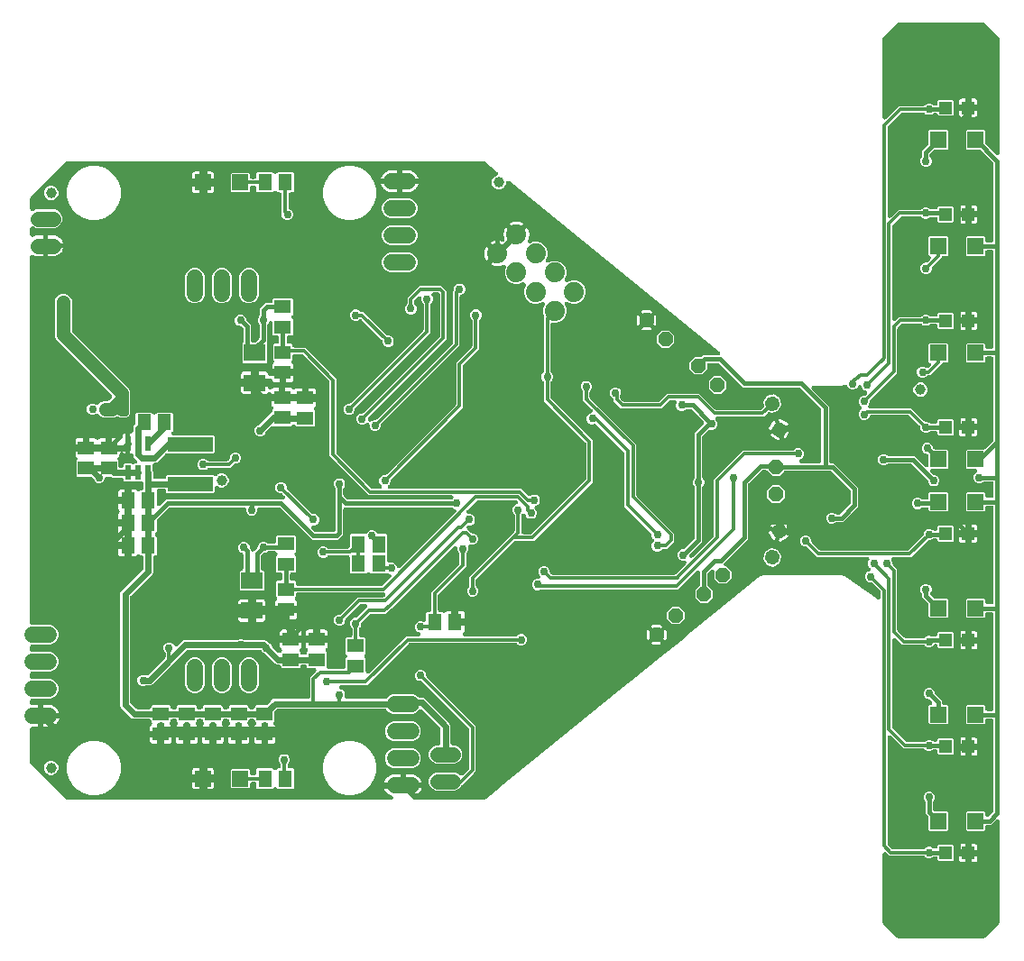
<source format=gbr>
G04 EAGLE Gerber RS-274X export*
G75*
%MOMM*%
%FSLAX34Y34*%
%LPD*%
%INBottom Copper*%
%IPPOS*%
%AMOC8*
5,1,8,0,0,1.08239X$1,22.5*%
G01*
%ADD10P,1.429621X8X157.500000*%
%ADD11P,1.429621X8X247.500000*%
%ADD12P,1.429621X8X337.500000*%
%ADD13P,1.429621X8X67.500000*%
%ADD14C,1.422400*%
%ADD15R,2.000000X1.600000*%
%ADD16R,1.500000X1.300000*%
%ADD17C,1.524000*%
%ADD18R,1.600000X1.300000*%
%ADD19R,1.200000X1.200000*%
%ADD20R,1.500000X1.500000*%
%ADD21C,1.508000*%
%ADD22P,1.429621X8X277.500000*%
%ADD23P,1.429621X8X127.500000*%
%ADD24P,1.429621X8X112.500000*%
%ADD25C,1.879600*%
%ADD26R,0.550000X1.350000*%
%ADD27R,1.300000X1.500000*%
%ADD28R,4.200000X1.400000*%
%ADD29C,1.000000*%
%ADD30R,1.300000X1.600000*%
%ADD31C,0.609600*%
%ADD32C,0.756400*%
%ADD33C,0.304800*%
%ADD34C,0.406400*%
%ADD35C,1.270000*%

G36*
X884976Y163D02*
X884976Y163D01*
X885003Y161D01*
X885177Y183D01*
X885351Y201D01*
X885376Y208D01*
X885403Y212D01*
X885568Y267D01*
X885735Y319D01*
X885759Y332D01*
X885784Y340D01*
X885936Y427D01*
X886089Y511D01*
X886110Y528D01*
X886133Y541D01*
X886386Y756D01*
X899244Y13614D01*
X899261Y13634D01*
X899282Y13652D01*
X899389Y13790D01*
X899499Y13925D01*
X899512Y13949D01*
X899528Y13970D01*
X899606Y14127D01*
X899688Y14281D01*
X899696Y14306D01*
X899708Y14331D01*
X899753Y14500D01*
X899803Y14667D01*
X899805Y14693D01*
X899812Y14719D01*
X899839Y15050D01*
X899839Y109617D01*
X899838Y109626D01*
X899839Y109635D01*
X899818Y109827D01*
X899799Y110018D01*
X899797Y110027D01*
X899796Y110035D01*
X899738Y110218D01*
X899681Y110403D01*
X899677Y110411D01*
X899674Y110419D01*
X899581Y110588D01*
X899489Y110757D01*
X899484Y110764D01*
X899479Y110772D01*
X899355Y110919D01*
X899232Y111066D01*
X899225Y111072D01*
X899219Y111079D01*
X899068Y111198D01*
X898918Y111319D01*
X898910Y111323D01*
X898903Y111328D01*
X898730Y111416D01*
X898561Y111504D01*
X898552Y111507D01*
X898544Y111511D01*
X898358Y111563D01*
X898174Y111615D01*
X898165Y111616D01*
X898156Y111619D01*
X897963Y111633D01*
X897772Y111648D01*
X897764Y111647D01*
X897755Y111648D01*
X897562Y111624D01*
X897373Y111601D01*
X897364Y111599D01*
X897355Y111598D01*
X897172Y111536D01*
X896990Y111477D01*
X896982Y111472D01*
X896974Y111469D01*
X896807Y111373D01*
X896639Y111279D01*
X896632Y111273D01*
X896625Y111268D01*
X896372Y111054D01*
X891761Y106443D01*
X888556Y106443D01*
X888538Y106441D01*
X888520Y106443D01*
X888338Y106422D01*
X888155Y106403D01*
X888138Y106398D01*
X888121Y106396D01*
X887946Y106339D01*
X887770Y106285D01*
X887755Y106277D01*
X887738Y106271D01*
X887578Y106181D01*
X887416Y106093D01*
X887403Y106082D01*
X887387Y106073D01*
X887248Y105953D01*
X887107Y105836D01*
X887096Y105822D01*
X887082Y105810D01*
X886970Y105665D01*
X886855Y105522D01*
X886847Y105506D01*
X886836Y105492D01*
X886754Y105327D01*
X886669Y105165D01*
X886664Y105148D01*
X886656Y105132D01*
X886609Y104953D01*
X886558Y104778D01*
X886556Y104760D01*
X886552Y104743D01*
X886525Y104412D01*
X886525Y101868D01*
X885632Y100975D01*
X869368Y100975D01*
X868475Y101868D01*
X868475Y118132D01*
X869368Y119025D01*
X885632Y119025D01*
X886525Y118132D01*
X886525Y116171D01*
X886526Y116162D01*
X886525Y116153D01*
X886546Y115961D01*
X886565Y115770D01*
X886567Y115761D01*
X886568Y115753D01*
X886626Y115570D01*
X886683Y115385D01*
X886687Y115377D01*
X886690Y115369D01*
X886783Y115200D01*
X886875Y115031D01*
X886880Y115024D01*
X886885Y115016D01*
X887009Y114869D01*
X887132Y114722D01*
X887139Y114716D01*
X887145Y114709D01*
X887296Y114590D01*
X887446Y114469D01*
X887454Y114465D01*
X887461Y114460D01*
X887634Y114372D01*
X887803Y114284D01*
X887812Y114281D01*
X887820Y114277D01*
X888006Y114225D01*
X888190Y114173D01*
X888199Y114172D01*
X888208Y114169D01*
X888401Y114155D01*
X888592Y114140D01*
X888600Y114141D01*
X888609Y114140D01*
X888802Y114164D01*
X888991Y114187D01*
X889000Y114189D01*
X889009Y114190D01*
X889192Y114252D01*
X889374Y114311D01*
X889382Y114316D01*
X889390Y114319D01*
X889557Y114415D01*
X889725Y114509D01*
X889732Y114515D01*
X889739Y114520D01*
X889992Y114734D01*
X893656Y118398D01*
X893673Y118419D01*
X893694Y118437D01*
X893800Y118574D01*
X893911Y118710D01*
X893924Y118734D01*
X893940Y118755D01*
X894018Y118911D01*
X894100Y119066D01*
X894108Y119091D01*
X894120Y119115D01*
X894165Y119284D01*
X894215Y119451D01*
X894217Y119478D01*
X894224Y119504D01*
X894251Y119835D01*
X894251Y204412D01*
X894249Y204430D01*
X894251Y204448D01*
X894230Y204630D01*
X894211Y204813D01*
X894206Y204830D01*
X894204Y204847D01*
X894147Y205022D01*
X894093Y205198D01*
X894085Y205213D01*
X894079Y205230D01*
X893989Y205390D01*
X893901Y205552D01*
X893890Y205565D01*
X893881Y205581D01*
X893761Y205720D01*
X893644Y205861D01*
X893630Y205872D01*
X893618Y205886D01*
X893473Y205998D01*
X893330Y206113D01*
X893314Y206121D01*
X893300Y206132D01*
X893135Y206214D01*
X892973Y206299D01*
X892956Y206304D01*
X892940Y206312D01*
X892761Y206359D01*
X892586Y206410D01*
X892568Y206412D01*
X892551Y206416D01*
X892220Y206443D01*
X888556Y206443D01*
X888538Y206441D01*
X888520Y206443D01*
X888338Y206422D01*
X888155Y206403D01*
X888138Y206398D01*
X888121Y206396D01*
X887946Y206339D01*
X887770Y206285D01*
X887755Y206277D01*
X887738Y206271D01*
X887578Y206181D01*
X887416Y206093D01*
X887403Y206082D01*
X887387Y206073D01*
X887248Y205953D01*
X887107Y205836D01*
X887096Y205822D01*
X887082Y205810D01*
X886970Y205665D01*
X886855Y205522D01*
X886847Y205506D01*
X886836Y205492D01*
X886754Y205327D01*
X886669Y205165D01*
X886664Y205148D01*
X886656Y205132D01*
X886608Y204953D01*
X886558Y204778D01*
X886556Y204760D01*
X886552Y204743D01*
X886525Y204412D01*
X886525Y201868D01*
X885632Y200975D01*
X869368Y200975D01*
X868475Y201868D01*
X868475Y218132D01*
X869368Y219025D01*
X885632Y219025D01*
X886525Y218132D01*
X886525Y215588D01*
X886527Y215570D01*
X886525Y215552D01*
X886546Y215370D01*
X886565Y215187D01*
X886570Y215170D01*
X886572Y215153D01*
X886629Y214978D01*
X886683Y214802D01*
X886691Y214787D01*
X886697Y214770D01*
X886787Y214610D01*
X886875Y214448D01*
X886886Y214435D01*
X886895Y214419D01*
X887015Y214280D01*
X887132Y214139D01*
X887146Y214128D01*
X887158Y214114D01*
X887303Y214002D01*
X887446Y213887D01*
X887462Y213879D01*
X887476Y213868D01*
X887641Y213786D01*
X887803Y213701D01*
X887820Y213696D01*
X887836Y213688D01*
X888015Y213641D01*
X888190Y213590D01*
X888208Y213588D01*
X888225Y213584D01*
X888556Y213557D01*
X892220Y213557D01*
X892238Y213559D01*
X892256Y213557D01*
X892438Y213578D01*
X892621Y213597D01*
X892638Y213602D01*
X892655Y213604D01*
X892830Y213661D01*
X893006Y213715D01*
X893021Y213723D01*
X893038Y213729D01*
X893198Y213819D01*
X893360Y213907D01*
X893373Y213918D01*
X893389Y213927D01*
X893528Y214047D01*
X893669Y214164D01*
X893680Y214178D01*
X893694Y214190D01*
X893806Y214335D01*
X893921Y214478D01*
X893929Y214494D01*
X893940Y214508D01*
X894022Y214673D01*
X894107Y214835D01*
X894112Y214852D01*
X894120Y214868D01*
X894167Y215047D01*
X894218Y215222D01*
X894220Y215240D01*
X894224Y215257D01*
X894251Y215588D01*
X894251Y304412D01*
X894249Y304430D01*
X894251Y304448D01*
X894230Y304630D01*
X894211Y304813D01*
X894206Y304830D01*
X894204Y304847D01*
X894147Y305022D01*
X894093Y305198D01*
X894085Y305213D01*
X894079Y305230D01*
X893989Y305390D01*
X893901Y305552D01*
X893890Y305565D01*
X893881Y305581D01*
X893761Y305720D01*
X893644Y305861D01*
X893630Y305872D01*
X893618Y305886D01*
X893473Y305998D01*
X893330Y306113D01*
X893314Y306121D01*
X893300Y306132D01*
X893135Y306214D01*
X892973Y306299D01*
X892956Y306304D01*
X892940Y306312D01*
X892761Y306359D01*
X892586Y306410D01*
X892568Y306412D01*
X892551Y306416D01*
X892220Y306443D01*
X888556Y306443D01*
X888538Y306441D01*
X888520Y306443D01*
X888338Y306422D01*
X888155Y306403D01*
X888138Y306398D01*
X888121Y306396D01*
X887946Y306339D01*
X887770Y306285D01*
X887755Y306277D01*
X887738Y306271D01*
X887578Y306181D01*
X887416Y306093D01*
X887403Y306082D01*
X887387Y306073D01*
X887248Y305953D01*
X887107Y305836D01*
X887096Y305822D01*
X887082Y305810D01*
X886970Y305665D01*
X886855Y305522D01*
X886847Y305506D01*
X886836Y305492D01*
X886753Y305326D01*
X886669Y305165D01*
X886664Y305148D01*
X886656Y305132D01*
X886609Y304953D01*
X886558Y304778D01*
X886556Y304760D01*
X886552Y304743D01*
X886525Y304412D01*
X886525Y301868D01*
X885632Y300975D01*
X869368Y300975D01*
X868475Y301868D01*
X868475Y318132D01*
X869368Y319025D01*
X885632Y319025D01*
X886525Y318132D01*
X886525Y315588D01*
X886527Y315570D01*
X886525Y315552D01*
X886546Y315370D01*
X886565Y315187D01*
X886570Y315170D01*
X886572Y315153D01*
X886629Y314978D01*
X886683Y314802D01*
X886691Y314787D01*
X886697Y314770D01*
X886787Y314610D01*
X886875Y314448D01*
X886886Y314435D01*
X886895Y314419D01*
X887015Y314280D01*
X887132Y314139D01*
X887146Y314128D01*
X887158Y314114D01*
X887303Y314002D01*
X887446Y313887D01*
X887462Y313879D01*
X887476Y313868D01*
X887641Y313786D01*
X887803Y313701D01*
X887820Y313696D01*
X887836Y313688D01*
X888015Y313641D01*
X888190Y313590D01*
X888208Y313588D01*
X888225Y313584D01*
X888556Y313557D01*
X892220Y313557D01*
X892238Y313559D01*
X892256Y313557D01*
X892438Y313578D01*
X892621Y313597D01*
X892638Y313602D01*
X892655Y313604D01*
X892830Y313661D01*
X893006Y313715D01*
X893021Y313723D01*
X893038Y313729D01*
X893198Y313819D01*
X893360Y313907D01*
X893373Y313918D01*
X893389Y313927D01*
X893528Y314047D01*
X893669Y314164D01*
X893680Y314178D01*
X893694Y314190D01*
X893806Y314335D01*
X893921Y314478D01*
X893929Y314494D01*
X893940Y314508D01*
X894022Y314673D01*
X894107Y314835D01*
X894112Y314852D01*
X894120Y314868D01*
X894167Y315047D01*
X894218Y315222D01*
X894220Y315240D01*
X894224Y315257D01*
X894251Y315588D01*
X894251Y404412D01*
X894249Y404430D01*
X894251Y404448D01*
X894230Y404630D01*
X894211Y404813D01*
X894206Y404830D01*
X894204Y404847D01*
X894147Y405022D01*
X894093Y405198D01*
X894085Y405213D01*
X894079Y405230D01*
X893989Y405390D01*
X893901Y405552D01*
X893890Y405565D01*
X893881Y405581D01*
X893761Y405720D01*
X893644Y405861D01*
X893630Y405872D01*
X893618Y405886D01*
X893473Y405998D01*
X893330Y406113D01*
X893314Y406121D01*
X893300Y406132D01*
X893135Y406214D01*
X892973Y406299D01*
X892956Y406304D01*
X892940Y406312D01*
X892761Y406359D01*
X892586Y406410D01*
X892568Y406412D01*
X892551Y406416D01*
X892220Y406443D01*
X888556Y406443D01*
X888538Y406441D01*
X888520Y406443D01*
X888338Y406422D01*
X888155Y406403D01*
X888138Y406398D01*
X888121Y406396D01*
X887946Y406339D01*
X887770Y406285D01*
X887755Y406277D01*
X887738Y406271D01*
X887578Y406181D01*
X887416Y406093D01*
X887403Y406082D01*
X887387Y406073D01*
X887248Y405953D01*
X887107Y405836D01*
X887096Y405822D01*
X887082Y405810D01*
X886970Y405665D01*
X886855Y405522D01*
X886847Y405506D01*
X886836Y405492D01*
X886754Y405327D01*
X886669Y405165D01*
X886664Y405148D01*
X886656Y405132D01*
X886609Y404953D01*
X886558Y404778D01*
X886556Y404760D01*
X886552Y404743D01*
X886525Y404412D01*
X886525Y401868D01*
X885632Y400975D01*
X869368Y400975D01*
X868475Y401868D01*
X868475Y418132D01*
X869368Y419025D01*
X885632Y419025D01*
X886525Y418132D01*
X886525Y415588D01*
X886527Y415570D01*
X886525Y415552D01*
X886546Y415370D01*
X886565Y415187D01*
X886570Y415170D01*
X886572Y415153D01*
X886629Y414978D01*
X886683Y414802D01*
X886691Y414787D01*
X886697Y414770D01*
X886787Y414610D01*
X886875Y414448D01*
X886886Y414435D01*
X886895Y414419D01*
X887015Y414280D01*
X887132Y414139D01*
X887146Y414128D01*
X887158Y414114D01*
X887303Y414002D01*
X887446Y413887D01*
X887462Y413879D01*
X887476Y413868D01*
X887641Y413786D01*
X887803Y413701D01*
X887820Y413696D01*
X887836Y413688D01*
X888015Y413641D01*
X888190Y413590D01*
X888208Y413588D01*
X888225Y413584D01*
X888556Y413557D01*
X892220Y413557D01*
X892238Y413559D01*
X892256Y413557D01*
X892438Y413578D01*
X892621Y413597D01*
X892638Y413602D01*
X892655Y413604D01*
X892830Y413661D01*
X893006Y413715D01*
X893021Y413723D01*
X893038Y413729D01*
X893198Y413819D01*
X893360Y413907D01*
X893373Y413918D01*
X893389Y413927D01*
X893528Y414047D01*
X893669Y414164D01*
X893680Y414178D01*
X893694Y414190D01*
X893806Y414335D01*
X893921Y414478D01*
X893929Y414494D01*
X893940Y414508D01*
X894022Y414673D01*
X894107Y414835D01*
X894112Y414852D01*
X894120Y414868D01*
X894167Y415046D01*
X894218Y415222D01*
X894220Y415240D01*
X894224Y415257D01*
X894251Y415588D01*
X894251Y427228D01*
X894249Y427246D01*
X894251Y427264D01*
X894230Y427446D01*
X894211Y427629D01*
X894206Y427646D01*
X894204Y427663D01*
X894147Y427838D01*
X894093Y428014D01*
X894085Y428029D01*
X894079Y428046D01*
X893989Y428206D01*
X893901Y428368D01*
X893890Y428381D01*
X893881Y428397D01*
X893761Y428536D01*
X893644Y428677D01*
X893630Y428688D01*
X893618Y428702D01*
X893473Y428814D01*
X893330Y428929D01*
X893314Y428937D01*
X893300Y428948D01*
X893135Y429030D01*
X892973Y429115D01*
X892956Y429120D01*
X892940Y429128D01*
X892761Y429175D01*
X892586Y429226D01*
X892568Y429228D01*
X892551Y429232D01*
X892220Y429259D01*
X885661Y429259D01*
X885635Y429257D01*
X885608Y429259D01*
X885434Y429237D01*
X885261Y429219D01*
X885235Y429211D01*
X885209Y429208D01*
X885043Y429153D01*
X884876Y429101D01*
X884852Y429088D01*
X884827Y429080D01*
X884675Y428993D01*
X884522Y428909D01*
X884501Y428892D01*
X884478Y428879D01*
X884225Y428664D01*
X883878Y428317D01*
X881928Y427509D01*
X879816Y427509D01*
X877866Y428317D01*
X876373Y429810D01*
X875565Y431760D01*
X875565Y433872D01*
X876373Y435822D01*
X878059Y437508D01*
X878065Y437515D01*
X878071Y437520D01*
X878192Y437670D01*
X878314Y437819D01*
X878318Y437827D01*
X878324Y437834D01*
X878412Y438004D01*
X878503Y438175D01*
X878505Y438184D01*
X878509Y438191D01*
X878562Y438376D01*
X878617Y438561D01*
X878618Y438570D01*
X878621Y438578D01*
X878636Y438769D01*
X878654Y438962D01*
X878653Y438971D01*
X878653Y438980D01*
X878631Y439168D01*
X878610Y439362D01*
X878608Y439371D01*
X878607Y439379D01*
X878547Y439561D01*
X878489Y439746D01*
X878485Y439754D01*
X878482Y439762D01*
X878388Y439929D01*
X878294Y440098D01*
X878288Y440105D01*
X878284Y440113D01*
X878159Y440258D01*
X878034Y440405D01*
X878026Y440411D01*
X878021Y440418D01*
X877870Y440534D01*
X877718Y440655D01*
X877710Y440659D01*
X877703Y440664D01*
X877531Y440750D01*
X877359Y440837D01*
X877350Y440840D01*
X877342Y440844D01*
X877156Y440894D01*
X876971Y440945D01*
X876962Y440946D01*
X876953Y440948D01*
X876623Y440975D01*
X869368Y440975D01*
X868475Y441868D01*
X868475Y458132D01*
X869368Y459025D01*
X884617Y459025D01*
X884644Y459027D01*
X884671Y459025D01*
X884845Y459047D01*
X885018Y459065D01*
X885043Y459072D01*
X885070Y459076D01*
X885236Y459131D01*
X885403Y459183D01*
X885426Y459196D01*
X885452Y459204D01*
X885603Y459291D01*
X885757Y459375D01*
X885777Y459392D01*
X885801Y459405D01*
X886054Y459620D01*
X893656Y467222D01*
X893673Y467243D01*
X893694Y467261D01*
X893801Y467398D01*
X893911Y467534D01*
X893924Y467557D01*
X893940Y467579D01*
X894018Y467735D01*
X894100Y467890D01*
X894108Y467915D01*
X894120Y467939D01*
X894165Y468109D01*
X894215Y468275D01*
X894217Y468302D01*
X894224Y468328D01*
X894251Y468659D01*
X894251Y544412D01*
X894249Y544430D01*
X894251Y544448D01*
X894230Y544630D01*
X894211Y544813D01*
X894206Y544830D01*
X894204Y544847D01*
X894147Y545022D01*
X894093Y545198D01*
X894085Y545213D01*
X894079Y545230D01*
X893989Y545390D01*
X893901Y545552D01*
X893890Y545565D01*
X893881Y545581D01*
X893761Y545720D01*
X893644Y545861D01*
X893630Y545872D01*
X893618Y545886D01*
X893473Y545998D01*
X893330Y546113D01*
X893314Y546121D01*
X893300Y546132D01*
X893135Y546214D01*
X892973Y546299D01*
X892956Y546304D01*
X892940Y546312D01*
X892761Y546359D01*
X892586Y546410D01*
X892568Y546412D01*
X892551Y546416D01*
X892220Y546443D01*
X888556Y546443D01*
X888538Y546441D01*
X888520Y546443D01*
X888338Y546422D01*
X888155Y546403D01*
X888138Y546398D01*
X888121Y546396D01*
X887946Y546339D01*
X887770Y546285D01*
X887755Y546277D01*
X887738Y546271D01*
X887578Y546181D01*
X887416Y546093D01*
X887403Y546082D01*
X887387Y546073D01*
X887248Y545953D01*
X887107Y545836D01*
X887096Y545822D01*
X887082Y545810D01*
X886970Y545665D01*
X886855Y545522D01*
X886847Y545506D01*
X886836Y545492D01*
X886754Y545327D01*
X886669Y545165D01*
X886664Y545148D01*
X886656Y545132D01*
X886609Y544953D01*
X886558Y544778D01*
X886556Y544760D01*
X886552Y544743D01*
X886525Y544412D01*
X886525Y541868D01*
X885632Y540975D01*
X869368Y540975D01*
X868475Y541868D01*
X868475Y558132D01*
X869368Y559025D01*
X885632Y559025D01*
X886525Y558132D01*
X886525Y555588D01*
X886527Y555570D01*
X886525Y555552D01*
X886546Y555370D01*
X886565Y555187D01*
X886570Y555170D01*
X886572Y555153D01*
X886629Y554978D01*
X886683Y554802D01*
X886691Y554787D01*
X886697Y554770D01*
X886787Y554610D01*
X886875Y554448D01*
X886886Y554435D01*
X886895Y554419D01*
X887015Y554280D01*
X887132Y554139D01*
X887146Y554128D01*
X887158Y554114D01*
X887303Y554002D01*
X887446Y553887D01*
X887462Y553879D01*
X887476Y553868D01*
X887641Y553786D01*
X887803Y553701D01*
X887820Y553696D01*
X887836Y553688D01*
X888015Y553641D01*
X888190Y553590D01*
X888208Y553588D01*
X888225Y553584D01*
X888556Y553557D01*
X892220Y553557D01*
X892238Y553559D01*
X892256Y553557D01*
X892438Y553578D01*
X892621Y553597D01*
X892638Y553602D01*
X892655Y553604D01*
X892830Y553661D01*
X893006Y553715D01*
X893021Y553723D01*
X893038Y553729D01*
X893198Y553819D01*
X893360Y553907D01*
X893373Y553918D01*
X893389Y553927D01*
X893528Y554047D01*
X893669Y554164D01*
X893680Y554178D01*
X893694Y554190D01*
X893806Y554335D01*
X893921Y554478D01*
X893929Y554494D01*
X893940Y554508D01*
X894022Y554673D01*
X894107Y554835D01*
X894112Y554852D01*
X894120Y554868D01*
X894167Y555047D01*
X894218Y555222D01*
X894220Y555240D01*
X894224Y555257D01*
X894251Y555588D01*
X894251Y644412D01*
X894249Y644430D01*
X894251Y644448D01*
X894230Y644630D01*
X894211Y644813D01*
X894206Y644830D01*
X894204Y644847D01*
X894147Y645022D01*
X894093Y645198D01*
X894085Y645213D01*
X894079Y645230D01*
X893989Y645390D01*
X893901Y645552D01*
X893890Y645565D01*
X893881Y645581D01*
X893761Y645720D01*
X893644Y645861D01*
X893630Y645872D01*
X893618Y645886D01*
X893473Y645998D01*
X893330Y646113D01*
X893314Y646121D01*
X893300Y646132D01*
X893135Y646214D01*
X892973Y646299D01*
X892956Y646304D01*
X892940Y646312D01*
X892761Y646359D01*
X892586Y646410D01*
X892568Y646412D01*
X892551Y646416D01*
X892220Y646443D01*
X888556Y646443D01*
X888538Y646441D01*
X888520Y646443D01*
X888338Y646422D01*
X888155Y646403D01*
X888138Y646398D01*
X888121Y646396D01*
X887946Y646339D01*
X887770Y646285D01*
X887755Y646277D01*
X887738Y646271D01*
X887578Y646181D01*
X887416Y646093D01*
X887403Y646082D01*
X887387Y646073D01*
X887248Y645953D01*
X887107Y645836D01*
X887096Y645822D01*
X887082Y645810D01*
X886970Y645665D01*
X886855Y645522D01*
X886847Y645506D01*
X886836Y645492D01*
X886754Y645327D01*
X886669Y645165D01*
X886664Y645148D01*
X886656Y645132D01*
X886609Y644953D01*
X886558Y644778D01*
X886556Y644760D01*
X886552Y644743D01*
X886525Y644412D01*
X886525Y641868D01*
X885632Y640975D01*
X869368Y640975D01*
X868475Y641868D01*
X868475Y658132D01*
X869368Y659025D01*
X885632Y659025D01*
X886525Y658132D01*
X886525Y655588D01*
X886527Y655570D01*
X886525Y655552D01*
X886546Y655370D01*
X886565Y655187D01*
X886570Y655170D01*
X886572Y655153D01*
X886629Y654978D01*
X886683Y654802D01*
X886691Y654787D01*
X886697Y654770D01*
X886788Y654608D01*
X886875Y654448D01*
X886886Y654435D01*
X886895Y654419D01*
X887015Y654280D01*
X887132Y654139D01*
X887146Y654128D01*
X887158Y654114D01*
X887303Y654002D01*
X887446Y653887D01*
X887462Y653879D01*
X887476Y653868D01*
X887641Y653786D01*
X887803Y653701D01*
X887820Y653696D01*
X887836Y653688D01*
X888015Y653641D01*
X888190Y653590D01*
X888208Y653588D01*
X888225Y653584D01*
X888556Y653557D01*
X892220Y653557D01*
X892238Y653559D01*
X892256Y653557D01*
X892438Y653578D01*
X892621Y653597D01*
X892638Y653602D01*
X892655Y653604D01*
X892830Y653661D01*
X893006Y653715D01*
X893021Y653723D01*
X893038Y653729D01*
X893198Y653819D01*
X893360Y653907D01*
X893373Y653918D01*
X893389Y653927D01*
X893528Y654047D01*
X893669Y654164D01*
X893680Y654178D01*
X893694Y654190D01*
X893806Y654335D01*
X893921Y654478D01*
X893929Y654494D01*
X893940Y654508D01*
X894022Y654673D01*
X894107Y654835D01*
X894112Y654852D01*
X894120Y654868D01*
X894167Y655047D01*
X894218Y655222D01*
X894220Y655240D01*
X894224Y655257D01*
X894251Y655588D01*
X894251Y727493D01*
X894249Y727520D01*
X894251Y727547D01*
X894229Y727721D01*
X894211Y727894D01*
X894204Y727919D01*
X894200Y727946D01*
X894145Y728112D01*
X894093Y728279D01*
X894080Y728302D01*
X894072Y728328D01*
X893985Y728479D01*
X893901Y728633D01*
X893884Y728653D01*
X893871Y728677D01*
X893656Y728930D01*
X882206Y740380D01*
X882185Y740397D01*
X882167Y740418D01*
X882030Y740525D01*
X881894Y740635D01*
X881871Y740648D01*
X881849Y740664D01*
X881692Y740742D01*
X881538Y740824D01*
X881513Y740832D01*
X881489Y740844D01*
X881319Y740889D01*
X881153Y740939D01*
X881126Y740941D01*
X881100Y740948D01*
X880769Y740975D01*
X869368Y740975D01*
X868475Y741868D01*
X868475Y758132D01*
X869368Y759025D01*
X885632Y759025D01*
X886525Y758132D01*
X886525Y746963D01*
X886527Y746936D01*
X886525Y746909D01*
X886547Y746735D01*
X886565Y746562D01*
X886572Y746537D01*
X886576Y746510D01*
X886631Y746344D01*
X886683Y746177D01*
X886696Y746154D01*
X886704Y746128D01*
X886791Y745977D01*
X886875Y745823D01*
X886892Y745803D01*
X886905Y745779D01*
X887120Y745526D01*
X896372Y736274D01*
X896379Y736269D01*
X896384Y736262D01*
X896534Y736141D01*
X896683Y736019D01*
X896691Y736015D01*
X896698Y736009D01*
X896868Y735921D01*
X897039Y735831D01*
X897048Y735828D01*
X897055Y735824D01*
X897240Y735771D01*
X897425Y735716D01*
X897434Y735715D01*
X897442Y735713D01*
X897634Y735697D01*
X897826Y735679D01*
X897835Y735680D01*
X897844Y735680D01*
X898033Y735702D01*
X898226Y735723D01*
X898235Y735726D01*
X898243Y735727D01*
X898425Y735786D01*
X898610Y735844D01*
X898618Y735849D01*
X898626Y735851D01*
X898795Y735946D01*
X898962Y736039D01*
X898969Y736045D01*
X898977Y736049D01*
X899123Y736175D01*
X899269Y736300D01*
X899275Y736307D01*
X899282Y736312D01*
X899399Y736464D01*
X899519Y736616D01*
X899523Y736624D01*
X899528Y736631D01*
X899614Y736803D01*
X899701Y736974D01*
X899704Y736983D01*
X899708Y736991D01*
X899758Y737178D01*
X899809Y737362D01*
X899810Y737371D01*
X899812Y737380D01*
X899839Y737711D01*
X899839Y844950D01*
X899837Y844976D01*
X899839Y845003D01*
X899817Y845177D01*
X899799Y845351D01*
X899792Y845376D01*
X899788Y845403D01*
X899733Y845568D01*
X899681Y845735D01*
X899668Y845759D01*
X899660Y845784D01*
X899573Y845936D01*
X899489Y846089D01*
X899472Y846110D01*
X899459Y846133D01*
X899244Y846386D01*
X886386Y859244D01*
X886366Y859261D01*
X886348Y859282D01*
X886210Y859389D01*
X886075Y859499D01*
X886051Y859512D01*
X886030Y859528D01*
X885873Y859606D01*
X885719Y859688D01*
X885694Y859696D01*
X885669Y859708D01*
X885500Y859753D01*
X885333Y859803D01*
X885307Y859805D01*
X885281Y859812D01*
X884950Y859839D01*
X805050Y859839D01*
X805024Y859837D01*
X804997Y859839D01*
X804823Y859817D01*
X804649Y859799D01*
X804624Y859792D01*
X804597Y859788D01*
X804432Y859733D01*
X804265Y859681D01*
X804241Y859668D01*
X804216Y859660D01*
X804064Y859573D01*
X803911Y859489D01*
X803890Y859472D01*
X803867Y859459D01*
X803614Y859244D01*
X790756Y846386D01*
X790739Y846366D01*
X790718Y846348D01*
X790611Y846210D01*
X790501Y846075D01*
X790488Y846051D01*
X790472Y846030D01*
X790394Y845873D01*
X790312Y845719D01*
X790304Y845694D01*
X790292Y845669D01*
X790247Y845500D01*
X790197Y845333D01*
X790195Y845307D01*
X790188Y845281D01*
X790161Y844950D01*
X790161Y771028D01*
X790162Y771019D01*
X790161Y771010D01*
X790182Y770817D01*
X790201Y770628D01*
X790203Y770619D01*
X790204Y770610D01*
X790262Y770426D01*
X790319Y770243D01*
X790323Y770235D01*
X790326Y770226D01*
X790418Y770059D01*
X790511Y769889D01*
X790516Y769882D01*
X790521Y769874D01*
X790645Y769727D01*
X790768Y769579D01*
X790775Y769574D01*
X790781Y769567D01*
X790933Y769447D01*
X791082Y769327D01*
X791090Y769323D01*
X791097Y769317D01*
X791270Y769230D01*
X791439Y769141D01*
X791448Y769139D01*
X791456Y769135D01*
X791642Y769083D01*
X791826Y769030D01*
X791835Y769029D01*
X791844Y769027D01*
X792037Y769013D01*
X792228Y768997D01*
X792236Y768998D01*
X792245Y768998D01*
X792438Y769022D01*
X792627Y769044D01*
X792636Y769047D01*
X792645Y769048D01*
X792828Y769109D01*
X793010Y769169D01*
X793018Y769173D01*
X793026Y769176D01*
X793193Y769272D01*
X793361Y769367D01*
X793368Y769373D01*
X793375Y769377D01*
X793628Y769592D01*
X805661Y781625D01*
X828518Y781625D01*
X828545Y781627D01*
X828572Y781625D01*
X828746Y781647D01*
X828919Y781665D01*
X828945Y781672D01*
X828971Y781676D01*
X829137Y781731D01*
X829304Y781783D01*
X829328Y781796D01*
X829353Y781804D01*
X829505Y781891D01*
X829658Y781975D01*
X829679Y781992D01*
X829702Y782005D01*
X829955Y782220D01*
X830810Y783075D01*
X832760Y783883D01*
X834872Y783883D01*
X836822Y783075D01*
X837169Y782728D01*
X837190Y782711D01*
X837207Y782690D01*
X837345Y782583D01*
X837481Y782473D01*
X837504Y782460D01*
X837525Y782444D01*
X837682Y782366D01*
X837836Y782284D01*
X837862Y782276D01*
X837886Y782264D01*
X838055Y782219D01*
X838222Y782169D01*
X838249Y782167D01*
X838275Y782160D01*
X838606Y782133D01*
X839944Y782133D01*
X839962Y782135D01*
X839980Y782133D01*
X840162Y782154D01*
X840345Y782173D01*
X840362Y782178D01*
X840379Y782180D01*
X840554Y782237D01*
X840730Y782291D01*
X840745Y782299D01*
X840762Y782305D01*
X840922Y782395D01*
X841084Y782483D01*
X841097Y782494D01*
X841113Y782503D01*
X841252Y782623D01*
X841393Y782740D01*
X841404Y782754D01*
X841418Y782766D01*
X841530Y782911D01*
X841645Y783054D01*
X841653Y783070D01*
X841664Y783084D01*
X841746Y783249D01*
X841831Y783411D01*
X841836Y783428D01*
X841844Y783444D01*
X841891Y783623D01*
X841942Y783798D01*
X841944Y783816D01*
X841948Y783833D01*
X841975Y784164D01*
X841975Y786632D01*
X842868Y787525D01*
X856132Y787525D01*
X857025Y786632D01*
X857025Y773368D01*
X856132Y772475D01*
X842868Y772475D01*
X841929Y773415D01*
X841928Y773423D01*
X841871Y773598D01*
X841817Y773774D01*
X841809Y773789D01*
X841803Y773806D01*
X841713Y773966D01*
X841625Y774128D01*
X841614Y774141D01*
X841605Y774157D01*
X841485Y774296D01*
X841368Y774437D01*
X841354Y774448D01*
X841342Y774462D01*
X841197Y774574D01*
X841054Y774689D01*
X841038Y774697D01*
X841024Y774708D01*
X840859Y774790D01*
X840697Y774875D01*
X840680Y774880D01*
X840664Y774888D01*
X840485Y774935D01*
X840310Y774986D01*
X840292Y774988D01*
X840275Y774992D01*
X839944Y775019D01*
X838606Y775019D01*
X838579Y775017D01*
X838552Y775019D01*
X838378Y774997D01*
X838205Y774979D01*
X838179Y774972D01*
X838153Y774968D01*
X837987Y774913D01*
X837820Y774861D01*
X837796Y774848D01*
X837771Y774840D01*
X837619Y774753D01*
X837466Y774669D01*
X837445Y774652D01*
X837422Y774639D01*
X837169Y774424D01*
X836822Y774077D01*
X836416Y773909D01*
X834872Y773269D01*
X832760Y773269D01*
X830810Y774077D01*
X829955Y774932D01*
X829934Y774949D01*
X829917Y774970D01*
X829779Y775077D01*
X829643Y775187D01*
X829620Y775200D01*
X829599Y775216D01*
X829442Y775294D01*
X829288Y775376D01*
X829262Y775384D01*
X829238Y775396D01*
X829069Y775441D01*
X828902Y775491D01*
X828875Y775493D01*
X828849Y775500D01*
X828518Y775527D01*
X809028Y775527D01*
X809002Y775525D01*
X808975Y775527D01*
X808801Y775505D01*
X808628Y775487D01*
X808602Y775480D01*
X808575Y775476D01*
X808410Y775421D01*
X808243Y775369D01*
X808219Y775356D01*
X808194Y775348D01*
X808042Y775261D01*
X807889Y775177D01*
X807868Y775160D01*
X807845Y775147D01*
X807592Y774932D01*
X795328Y762668D01*
X795311Y762647D01*
X795290Y762630D01*
X795183Y762492D01*
X795073Y762357D01*
X795060Y762333D01*
X795044Y762312D01*
X794966Y762155D01*
X794884Y762001D01*
X794876Y761975D01*
X794864Y761951D01*
X794819Y761782D01*
X794769Y761615D01*
X794767Y761588D01*
X794760Y761563D01*
X794733Y761232D01*
X794733Y678604D01*
X794734Y678595D01*
X794733Y678586D01*
X794754Y678393D01*
X794773Y678204D01*
X794775Y678195D01*
X794776Y678186D01*
X794834Y678002D01*
X794891Y677819D01*
X794895Y677811D01*
X794898Y677802D01*
X794991Y677634D01*
X795083Y677465D01*
X795088Y677458D01*
X795093Y677450D01*
X795216Y677304D01*
X795340Y677155D01*
X795347Y677150D01*
X795353Y677143D01*
X795504Y677024D01*
X795654Y676903D01*
X795662Y676899D01*
X795669Y676893D01*
X795842Y676806D01*
X796011Y676717D01*
X796020Y676715D01*
X796028Y676711D01*
X796214Y676659D01*
X796398Y676606D01*
X796407Y676605D01*
X796416Y676603D01*
X796609Y676589D01*
X796800Y676573D01*
X796808Y676574D01*
X796817Y676574D01*
X797010Y676598D01*
X797199Y676620D01*
X797208Y676623D01*
X797217Y676624D01*
X797400Y676685D01*
X797582Y676745D01*
X797590Y676749D01*
X797598Y676752D01*
X797765Y676848D01*
X797933Y676943D01*
X797940Y676949D01*
X797947Y676953D01*
X798200Y677168D01*
X805121Y684089D01*
X825470Y684089D01*
X825497Y684091D01*
X825524Y684089D01*
X825698Y684111D01*
X825871Y684129D01*
X825897Y684136D01*
X825923Y684140D01*
X826089Y684195D01*
X826256Y684247D01*
X826280Y684260D01*
X826305Y684268D01*
X826457Y684355D01*
X826610Y684439D01*
X826631Y684456D01*
X826654Y684469D01*
X826907Y684684D01*
X827762Y685539D01*
X829712Y686347D01*
X831824Y686347D01*
X833774Y685539D01*
X834121Y685192D01*
X834142Y685175D01*
X834159Y685154D01*
X834297Y685047D01*
X834433Y684937D01*
X834456Y684924D01*
X834477Y684908D01*
X834634Y684830D01*
X834788Y684748D01*
X834814Y684740D01*
X834838Y684728D01*
X835007Y684683D01*
X835174Y684633D01*
X835201Y684631D01*
X835227Y684624D01*
X835558Y684597D01*
X839944Y684597D01*
X839962Y684599D01*
X839980Y684597D01*
X840162Y684618D01*
X840345Y684637D01*
X840362Y684642D01*
X840379Y684644D01*
X840554Y684701D01*
X840730Y684755D01*
X840745Y684763D01*
X840762Y684769D01*
X840922Y684859D01*
X841084Y684947D01*
X841097Y684958D01*
X841113Y684967D01*
X841252Y685087D01*
X841393Y685204D01*
X841404Y685218D01*
X841418Y685230D01*
X841530Y685375D01*
X841645Y685518D01*
X841653Y685534D01*
X841664Y685548D01*
X841746Y685713D01*
X841831Y685875D01*
X841836Y685892D01*
X841844Y685908D01*
X841891Y686087D01*
X841942Y686262D01*
X841944Y686280D01*
X841948Y686297D01*
X841975Y686628D01*
X841975Y686632D01*
X842868Y687525D01*
X856132Y687525D01*
X857025Y686632D01*
X857025Y673368D01*
X856132Y672475D01*
X842868Y672475D01*
X841975Y673368D01*
X841975Y675452D01*
X841973Y675470D01*
X841975Y675488D01*
X841954Y675670D01*
X841935Y675853D01*
X841930Y675870D01*
X841928Y675887D01*
X841871Y676062D01*
X841817Y676238D01*
X841809Y676253D01*
X841803Y676270D01*
X841713Y676430D01*
X841625Y676592D01*
X841614Y676605D01*
X841605Y676621D01*
X841485Y676760D01*
X841368Y676901D01*
X841354Y676912D01*
X841342Y676926D01*
X841197Y677038D01*
X841054Y677153D01*
X841038Y677161D01*
X841024Y677172D01*
X840859Y677254D01*
X840697Y677339D01*
X840680Y677344D01*
X840664Y677352D01*
X840485Y677399D01*
X840310Y677450D01*
X840292Y677452D01*
X840275Y677456D01*
X839944Y677483D01*
X835558Y677483D01*
X835531Y677481D01*
X835504Y677483D01*
X835330Y677461D01*
X835157Y677443D01*
X835131Y677436D01*
X835105Y677432D01*
X834939Y677377D01*
X834772Y677325D01*
X834748Y677312D01*
X834723Y677304D01*
X834571Y677217D01*
X834418Y677133D01*
X834397Y677116D01*
X834374Y677103D01*
X834121Y676888D01*
X833774Y676541D01*
X833455Y676409D01*
X831824Y675733D01*
X829712Y675733D01*
X827762Y676541D01*
X826907Y677396D01*
X826886Y677413D01*
X826869Y677434D01*
X826731Y677541D01*
X826595Y677651D01*
X826572Y677664D01*
X826551Y677680D01*
X826394Y677758D01*
X826240Y677840D01*
X826214Y677848D01*
X826190Y677860D01*
X826021Y677905D01*
X825854Y677955D01*
X825827Y677957D01*
X825801Y677964D01*
X825470Y677991D01*
X808488Y677991D01*
X808462Y677989D01*
X808435Y677991D01*
X808261Y677969D01*
X808088Y677951D01*
X808062Y677944D01*
X808035Y677940D01*
X807870Y677885D01*
X807703Y677833D01*
X807679Y677820D01*
X807654Y677812D01*
X807502Y677725D01*
X807349Y677641D01*
X807328Y677624D01*
X807305Y677611D01*
X807052Y677396D01*
X799900Y670244D01*
X799883Y670223D01*
X799862Y670206D01*
X799755Y670068D01*
X799645Y669933D01*
X799632Y669909D01*
X799616Y669888D01*
X799538Y669731D01*
X799456Y669577D01*
X799448Y669551D01*
X799436Y669527D01*
X799391Y669358D01*
X799341Y669191D01*
X799339Y669164D01*
X799332Y669139D01*
X799305Y668808D01*
X799305Y582052D01*
X799306Y582043D01*
X799305Y582034D01*
X799326Y581843D01*
X799345Y581652D01*
X799347Y581643D01*
X799348Y581634D01*
X799406Y581451D01*
X799463Y581267D01*
X799467Y581259D01*
X799470Y581250D01*
X799563Y581082D01*
X799655Y580913D01*
X799660Y580906D01*
X799665Y580898D01*
X799789Y580751D01*
X799912Y580603D01*
X799919Y580598D01*
X799925Y580591D01*
X800076Y580472D01*
X800226Y580351D01*
X800234Y580347D01*
X800241Y580341D01*
X800414Y580254D01*
X800583Y580165D01*
X800592Y580163D01*
X800600Y580159D01*
X800786Y580107D01*
X800970Y580054D01*
X800979Y580053D01*
X800988Y580051D01*
X801181Y580037D01*
X801372Y580021D01*
X801380Y580022D01*
X801389Y580022D01*
X801582Y580046D01*
X801771Y580068D01*
X801780Y580071D01*
X801789Y580072D01*
X801972Y580133D01*
X802154Y580193D01*
X802162Y580197D01*
X802170Y580200D01*
X802337Y580296D01*
X802505Y580391D01*
X802512Y580397D01*
X802519Y580401D01*
X802772Y580616D01*
X805661Y583505D01*
X825470Y583505D01*
X825497Y583507D01*
X825524Y583505D01*
X825698Y583527D01*
X825871Y583545D01*
X825897Y583552D01*
X825923Y583556D01*
X826089Y583611D01*
X826256Y583663D01*
X826280Y583676D01*
X826305Y583684D01*
X826457Y583771D01*
X826610Y583855D01*
X826631Y583872D01*
X826654Y583885D01*
X826907Y584100D01*
X827762Y584955D01*
X829712Y585763D01*
X831824Y585763D01*
X833774Y584955D01*
X834121Y584608D01*
X834142Y584591D01*
X834159Y584570D01*
X834297Y584463D01*
X834433Y584353D01*
X834456Y584340D01*
X834477Y584324D01*
X834635Y584246D01*
X834788Y584164D01*
X834814Y584156D01*
X834838Y584144D01*
X835007Y584099D01*
X835174Y584049D01*
X835201Y584047D01*
X835227Y584040D01*
X835558Y584013D01*
X839944Y584013D01*
X839962Y584015D01*
X839980Y584013D01*
X840162Y584034D01*
X840345Y584053D01*
X840362Y584058D01*
X840379Y584060D01*
X840554Y584117D01*
X840730Y584171D01*
X840745Y584179D01*
X840762Y584185D01*
X840922Y584275D01*
X841084Y584363D01*
X841097Y584374D01*
X841113Y584383D01*
X841252Y584503D01*
X841393Y584620D01*
X841404Y584634D01*
X841418Y584646D01*
X841530Y584791D01*
X841645Y584934D01*
X841653Y584950D01*
X841664Y584964D01*
X841746Y585129D01*
X841831Y585291D01*
X841836Y585308D01*
X841844Y585324D01*
X841891Y585503D01*
X841942Y585678D01*
X841944Y585696D01*
X841948Y585713D01*
X841975Y586044D01*
X841975Y586632D01*
X842868Y587525D01*
X856132Y587525D01*
X857025Y586632D01*
X857025Y573368D01*
X856132Y572475D01*
X842868Y572475D01*
X841975Y573368D01*
X841975Y574868D01*
X841973Y574886D01*
X841975Y574904D01*
X841954Y575086D01*
X841935Y575269D01*
X841930Y575286D01*
X841928Y575303D01*
X841871Y575478D01*
X841817Y575654D01*
X841809Y575669D01*
X841803Y575686D01*
X841713Y575846D01*
X841625Y576008D01*
X841614Y576021D01*
X841605Y576037D01*
X841485Y576176D01*
X841368Y576317D01*
X841354Y576328D01*
X841342Y576342D01*
X841197Y576454D01*
X841054Y576569D01*
X841038Y576577D01*
X841024Y576588D01*
X840859Y576670D01*
X840697Y576755D01*
X840680Y576760D01*
X840664Y576768D01*
X840485Y576815D01*
X840310Y576866D01*
X840292Y576868D01*
X840275Y576872D01*
X839944Y576899D01*
X835558Y576899D01*
X835531Y576897D01*
X835504Y576899D01*
X835330Y576877D01*
X835157Y576859D01*
X835131Y576852D01*
X835105Y576848D01*
X834939Y576793D01*
X834772Y576741D01*
X834748Y576728D01*
X834723Y576720D01*
X834571Y576633D01*
X834418Y576549D01*
X834397Y576532D01*
X834374Y576519D01*
X834121Y576304D01*
X833774Y575957D01*
X831824Y575149D01*
X829712Y575149D01*
X827762Y575957D01*
X826907Y576812D01*
X826886Y576829D01*
X826869Y576850D01*
X826731Y576957D01*
X826595Y577067D01*
X826572Y577080D01*
X826551Y577096D01*
X826394Y577174D01*
X826240Y577256D01*
X826214Y577264D01*
X826190Y577276D01*
X826021Y577321D01*
X825854Y577371D01*
X825827Y577373D01*
X825801Y577380D01*
X825470Y577407D01*
X809028Y577407D01*
X809002Y577405D01*
X808975Y577407D01*
X808801Y577385D01*
X808628Y577367D01*
X808602Y577360D01*
X808575Y577356D01*
X808410Y577301D01*
X808243Y577249D01*
X808219Y577236D01*
X808194Y577228D01*
X808043Y577141D01*
X807889Y577057D01*
X807868Y577040D01*
X807845Y577027D01*
X807592Y576812D01*
X804472Y573692D01*
X804455Y573671D01*
X804434Y573654D01*
X804327Y573516D01*
X804217Y573381D01*
X804204Y573357D01*
X804188Y573336D01*
X804110Y573179D01*
X804028Y573025D01*
X804020Y572999D01*
X804008Y572975D01*
X803963Y572806D01*
X803913Y572639D01*
X803911Y572612D01*
X803904Y572587D01*
X803877Y572256D01*
X803877Y530965D01*
X801496Y528585D01*
X801496Y528584D01*
X778758Y505846D01*
X778741Y505825D01*
X778720Y505808D01*
X778613Y505670D01*
X778503Y505535D01*
X778490Y505511D01*
X778474Y505490D01*
X778396Y505333D01*
X778314Y505179D01*
X778306Y505153D01*
X778294Y505129D01*
X778249Y504960D01*
X778199Y504793D01*
X778197Y504766D01*
X778190Y504741D01*
X778163Y504410D01*
X778163Y503200D01*
X777355Y501250D01*
X777221Y501116D01*
X777215Y501109D01*
X777209Y501104D01*
X777089Y500954D01*
X776966Y500805D01*
X776962Y500797D01*
X776956Y500790D01*
X776869Y500621D01*
X776777Y500449D01*
X776775Y500440D01*
X776771Y500433D01*
X776717Y500247D01*
X776663Y500063D01*
X776662Y500054D01*
X776659Y500046D01*
X776644Y499854D01*
X776626Y499662D01*
X776627Y499653D01*
X776627Y499644D01*
X776649Y499454D01*
X776670Y499262D01*
X776672Y499253D01*
X776673Y499245D01*
X776733Y499061D01*
X776791Y498878D01*
X776795Y498870D01*
X776798Y498862D01*
X776894Y498692D01*
X776986Y498526D01*
X776992Y498519D01*
X776996Y498511D01*
X777122Y498366D01*
X777246Y498219D01*
X777254Y498213D01*
X777259Y498206D01*
X777410Y498089D01*
X777562Y497969D01*
X777570Y497965D01*
X777577Y497960D01*
X777750Y497874D01*
X777921Y497787D01*
X777930Y497784D01*
X777938Y497780D01*
X778125Y497730D01*
X778309Y497679D01*
X778318Y497678D01*
X778327Y497676D01*
X778657Y497649D01*
X817303Y497649D01*
X829178Y485774D01*
X829199Y485757D01*
X829216Y485736D01*
X829354Y485629D01*
X829489Y485519D01*
X829513Y485506D01*
X829534Y485490D01*
X829691Y485412D01*
X829845Y485330D01*
X829871Y485322D01*
X829895Y485310D01*
X830064Y485265D01*
X830231Y485215D01*
X830258Y485213D01*
X830283Y485206D01*
X830614Y485179D01*
X831824Y485179D01*
X833774Y484371D01*
X834121Y484024D01*
X834142Y484007D01*
X834159Y483986D01*
X834297Y483879D01*
X834433Y483769D01*
X834456Y483756D01*
X834477Y483740D01*
X834634Y483662D01*
X834788Y483580D01*
X834814Y483572D01*
X834838Y483560D01*
X835007Y483515D01*
X835174Y483465D01*
X835201Y483463D01*
X835227Y483456D01*
X835558Y483429D01*
X839944Y483429D01*
X839962Y483431D01*
X839980Y483429D01*
X840162Y483450D01*
X840345Y483469D01*
X840362Y483474D01*
X840379Y483476D01*
X840554Y483533D01*
X840730Y483587D01*
X840745Y483595D01*
X840762Y483601D01*
X840922Y483691D01*
X841084Y483779D01*
X841097Y483790D01*
X841113Y483799D01*
X841252Y483919D01*
X841393Y484036D01*
X841404Y484050D01*
X841418Y484062D01*
X841530Y484207D01*
X841645Y484350D01*
X841653Y484366D01*
X841664Y484380D01*
X841746Y484545D01*
X841831Y484707D01*
X841836Y484724D01*
X841844Y484740D01*
X841891Y484919D01*
X841942Y485094D01*
X841944Y485112D01*
X841948Y485129D01*
X841975Y485460D01*
X841975Y486632D01*
X842868Y487525D01*
X856132Y487525D01*
X857025Y486632D01*
X857025Y473368D01*
X856132Y472475D01*
X842868Y472475D01*
X841975Y473368D01*
X841975Y474284D01*
X841973Y474302D01*
X841975Y474320D01*
X841954Y474502D01*
X841935Y474685D01*
X841930Y474702D01*
X841928Y474719D01*
X841871Y474894D01*
X841817Y475070D01*
X841809Y475085D01*
X841803Y475102D01*
X841713Y475262D01*
X841625Y475424D01*
X841614Y475437D01*
X841605Y475453D01*
X841485Y475592D01*
X841368Y475733D01*
X841354Y475744D01*
X841342Y475758D01*
X841197Y475870D01*
X841054Y475985D01*
X841038Y475993D01*
X841024Y476004D01*
X840859Y476086D01*
X840697Y476171D01*
X840680Y476176D01*
X840664Y476184D01*
X840485Y476231D01*
X840310Y476282D01*
X840292Y476284D01*
X840275Y476288D01*
X839944Y476315D01*
X835558Y476315D01*
X835531Y476313D01*
X835504Y476315D01*
X835330Y476293D01*
X835157Y476275D01*
X835131Y476268D01*
X835105Y476264D01*
X834939Y476209D01*
X834772Y476157D01*
X834748Y476144D01*
X834723Y476136D01*
X834571Y476049D01*
X834418Y475965D01*
X834397Y475948D01*
X834374Y475935D01*
X834121Y475720D01*
X833774Y475373D01*
X831824Y474565D01*
X829712Y474565D01*
X827762Y475373D01*
X826269Y476866D01*
X825461Y478816D01*
X825461Y480026D01*
X825459Y480052D01*
X825461Y480079D01*
X825439Y480253D01*
X825421Y480426D01*
X825414Y480452D01*
X825410Y480479D01*
X825355Y480644D01*
X825303Y480811D01*
X825290Y480835D01*
X825282Y480860D01*
X825195Y481012D01*
X825111Y481165D01*
X825094Y481186D01*
X825081Y481209D01*
X824866Y481462D01*
X815372Y490956D01*
X815351Y490973D01*
X815334Y490994D01*
X815196Y491101D01*
X815061Y491211D01*
X815037Y491224D01*
X815016Y491240D01*
X814859Y491318D01*
X814705Y491400D01*
X814679Y491408D01*
X814655Y491420D01*
X814486Y491465D01*
X814319Y491515D01*
X814292Y491517D01*
X814267Y491524D01*
X813936Y491551D01*
X779745Y491551D01*
X779723Y491549D01*
X779700Y491551D01*
X779523Y491529D01*
X779344Y491511D01*
X779323Y491505D01*
X779301Y491502D01*
X779131Y491446D01*
X778959Y491393D01*
X778940Y491383D01*
X778918Y491376D01*
X778763Y491287D01*
X778605Y491201D01*
X778588Y491187D01*
X778569Y491176D01*
X778433Y491058D01*
X778296Y490944D01*
X778282Y490926D01*
X778265Y490912D01*
X778156Y490770D01*
X778044Y490630D01*
X778033Y490610D01*
X778020Y490592D01*
X777868Y490297D01*
X777355Y489058D01*
X775862Y487565D01*
X773912Y486757D01*
X771800Y486757D01*
X769850Y487565D01*
X768357Y489058D01*
X767549Y491008D01*
X767549Y493120D01*
X768357Y495070D01*
X770011Y496724D01*
X770022Y496738D01*
X770036Y496749D01*
X770150Y496893D01*
X770266Y497035D01*
X770274Y497051D01*
X770285Y497065D01*
X770369Y497229D01*
X770455Y497391D01*
X770460Y497408D01*
X770468Y497424D01*
X770517Y497601D01*
X770569Y497777D01*
X770571Y497795D01*
X770576Y497812D01*
X770589Y497995D01*
X770606Y498178D01*
X770604Y498196D01*
X770605Y498213D01*
X770582Y498394D01*
X770562Y498578D01*
X770557Y498595D01*
X770555Y498613D01*
X770496Y498787D01*
X770441Y498962D01*
X770432Y498978D01*
X770426Y498994D01*
X770335Y499153D01*
X770246Y499314D01*
X770234Y499328D01*
X770225Y499343D01*
X770011Y499596D01*
X768357Y501250D01*
X767549Y503200D01*
X767549Y505312D01*
X768357Y507262D01*
X769850Y508755D01*
X771800Y509563D01*
X773010Y509563D01*
X773036Y509565D01*
X773063Y509563D01*
X773237Y509585D01*
X773410Y509603D01*
X773436Y509610D01*
X773463Y509614D01*
X773628Y509669D01*
X773795Y509721D01*
X773819Y509734D01*
X773844Y509742D01*
X773996Y509829D01*
X774149Y509913D01*
X774170Y509930D01*
X774193Y509943D01*
X774446Y510158D01*
X775265Y510977D01*
X775274Y510987D01*
X775284Y510996D01*
X775401Y511142D01*
X775520Y511288D01*
X775527Y511300D01*
X775535Y511310D01*
X775620Y511476D01*
X775709Y511644D01*
X775713Y511657D01*
X775719Y511669D01*
X775770Y511848D01*
X775824Y512030D01*
X775825Y512043D01*
X775828Y512056D01*
X775843Y512242D01*
X775860Y512431D01*
X775859Y512444D01*
X775860Y512457D01*
X775837Y512642D01*
X775817Y512831D01*
X775813Y512844D01*
X775811Y512857D01*
X775752Y513034D01*
X775695Y513215D01*
X775689Y513227D01*
X775684Y513239D01*
X775591Y513403D01*
X775500Y513567D01*
X775492Y513577D01*
X775485Y513589D01*
X775360Y513732D01*
X775240Y513874D01*
X775229Y513882D01*
X775220Y513893D01*
X775071Y514008D01*
X774924Y514124D01*
X774912Y514130D01*
X774901Y514138D01*
X774606Y514290D01*
X772898Y514997D01*
X771405Y516490D01*
X770639Y518340D01*
X770635Y518348D01*
X770632Y518357D01*
X770539Y518526D01*
X770449Y518695D01*
X770443Y518702D01*
X770439Y518710D01*
X770315Y518857D01*
X770192Y519006D01*
X770185Y519011D01*
X770179Y519018D01*
X770028Y519139D01*
X769880Y519259D01*
X769872Y519263D01*
X769865Y519269D01*
X769692Y519358D01*
X769523Y519446D01*
X769515Y519449D01*
X769506Y519453D01*
X769321Y519505D01*
X769137Y519559D01*
X769128Y519560D01*
X769119Y519563D01*
X768928Y519577D01*
X768735Y519594D01*
X768727Y519593D01*
X768718Y519594D01*
X768528Y519571D01*
X768335Y519549D01*
X768327Y519546D01*
X768318Y519545D01*
X768137Y519485D01*
X767952Y519426D01*
X767944Y519421D01*
X767936Y519419D01*
X767769Y519323D01*
X767601Y519229D01*
X767594Y519224D01*
X767586Y519219D01*
X767442Y519094D01*
X767295Y518968D01*
X767289Y518960D01*
X767282Y518955D01*
X767165Y518802D01*
X767047Y518651D01*
X767043Y518643D01*
X767037Y518635D01*
X766885Y518340D01*
X766553Y517538D01*
X765060Y516045D01*
X764807Y515940D01*
X763110Y515237D01*
X760999Y515237D01*
X759048Y516045D01*
X757555Y517538D01*
X757079Y518689D01*
X757062Y518719D01*
X757051Y518752D01*
X756968Y518897D01*
X756889Y519044D01*
X756867Y519071D01*
X756849Y519100D01*
X756739Y519225D01*
X756632Y519354D01*
X756605Y519376D01*
X756583Y519402D01*
X756449Y519503D01*
X756320Y519608D01*
X756289Y519624D01*
X756262Y519645D01*
X756111Y519717D01*
X755963Y519795D01*
X755930Y519805D01*
X755899Y519820D01*
X755737Y519861D01*
X755577Y519908D01*
X755542Y519911D01*
X755509Y519920D01*
X755342Y519928D01*
X755175Y519943D01*
X755141Y519939D01*
X755107Y519941D01*
X754941Y519916D01*
X754775Y519898D01*
X754743Y519887D01*
X754709Y519882D01*
X754551Y519826D01*
X754392Y519775D01*
X754362Y519758D01*
X754330Y519746D01*
X754171Y519654D01*
X753228Y519449D01*
X753214Y519444D01*
X753200Y519442D01*
X752884Y519341D01*
X752021Y518983D01*
X751315Y518983D01*
X751263Y518978D01*
X751210Y518981D01*
X750985Y518950D01*
X750914Y518943D01*
X750900Y518939D01*
X750882Y518937D01*
X750191Y518786D01*
X749272Y518951D01*
X749258Y518952D01*
X749243Y518956D01*
X748913Y518983D01*
X725391Y518983D01*
X725382Y518982D01*
X725373Y518983D01*
X725179Y518962D01*
X724990Y518943D01*
X724982Y518941D01*
X724973Y518940D01*
X724789Y518882D01*
X724605Y518825D01*
X724597Y518821D01*
X724589Y518818D01*
X724421Y518726D01*
X724251Y518633D01*
X724244Y518628D01*
X724236Y518623D01*
X724089Y518499D01*
X723942Y518376D01*
X723936Y518369D01*
X723929Y518363D01*
X723809Y518210D01*
X723689Y518062D01*
X723685Y518054D01*
X723680Y518047D01*
X723592Y517874D01*
X723504Y517705D01*
X723501Y517696D01*
X723497Y517688D01*
X723445Y517501D01*
X723393Y517318D01*
X723392Y517309D01*
X723389Y517300D01*
X723375Y517107D01*
X723360Y516916D01*
X723361Y516908D01*
X723360Y516899D01*
X723384Y516706D01*
X723407Y516517D01*
X723409Y516508D01*
X723410Y516499D01*
X723472Y516316D01*
X723531Y516134D01*
X723536Y516126D01*
X723539Y516118D01*
X723635Y515951D01*
X723729Y515783D01*
X723735Y515776D01*
X723740Y515769D01*
X723954Y515516D01*
X739837Y499633D01*
X739837Y448288D01*
X739839Y448270D01*
X739837Y448252D01*
X739858Y448070D01*
X739877Y447887D01*
X739882Y447870D01*
X739884Y447853D01*
X739941Y447677D01*
X739995Y447502D01*
X740003Y447487D01*
X740009Y447470D01*
X740099Y447310D01*
X740187Y447148D01*
X740198Y447135D01*
X740207Y447119D01*
X740327Y446980D01*
X740444Y446839D01*
X740458Y446828D01*
X740470Y446814D01*
X740615Y446702D01*
X740758Y446587D01*
X740774Y446579D01*
X740788Y446568D01*
X740953Y446486D01*
X741115Y446401D01*
X741132Y446396D01*
X741148Y446388D01*
X741327Y446341D01*
X741502Y446290D01*
X741520Y446288D01*
X741537Y446284D01*
X741868Y446257D01*
X744445Y446257D01*
X767269Y423433D01*
X767269Y405247D01*
X752993Y390971D01*
X747166Y390971D01*
X747139Y390969D01*
X747112Y390971D01*
X746938Y390949D01*
X746765Y390931D01*
X746739Y390924D01*
X746713Y390920D01*
X746547Y390865D01*
X746380Y390813D01*
X746356Y390800D01*
X746331Y390792D01*
X746179Y390705D01*
X746026Y390621D01*
X746005Y390604D01*
X745982Y390591D01*
X745729Y390376D01*
X745382Y390029D01*
X745318Y390003D01*
X743432Y389221D01*
X741320Y389221D01*
X739370Y390029D01*
X737877Y391522D01*
X737069Y393472D01*
X737069Y395584D01*
X737877Y397534D01*
X739370Y399027D01*
X741320Y399835D01*
X743432Y399835D01*
X745382Y399027D01*
X745729Y398680D01*
X745750Y398663D01*
X745767Y398642D01*
X745906Y398535D01*
X746041Y398425D01*
X746064Y398412D01*
X746085Y398396D01*
X746242Y398318D01*
X746396Y398236D01*
X746422Y398228D01*
X746446Y398216D01*
X746615Y398171D01*
X746782Y398121D01*
X746809Y398119D01*
X746835Y398112D01*
X747166Y398085D01*
X749205Y398085D01*
X749232Y398087D01*
X749259Y398085D01*
X749433Y398107D01*
X749606Y398125D01*
X749631Y398132D01*
X749658Y398136D01*
X749824Y398191D01*
X749991Y398243D01*
X750014Y398256D01*
X750040Y398264D01*
X750191Y398351D01*
X750345Y398435D01*
X750365Y398452D01*
X750389Y398465D01*
X750642Y398680D01*
X759560Y407598D01*
X759577Y407619D01*
X759598Y407637D01*
X759705Y407774D01*
X759815Y407910D01*
X759828Y407933D01*
X759844Y407955D01*
X759922Y408112D01*
X760004Y408266D01*
X760012Y408291D01*
X760024Y408315D01*
X760069Y408485D01*
X760119Y408651D01*
X760121Y408678D01*
X760128Y408704D01*
X760155Y409035D01*
X760155Y419645D01*
X760153Y419672D01*
X760155Y419699D01*
X760133Y419873D01*
X760115Y420046D01*
X760108Y420071D01*
X760104Y420098D01*
X760049Y420264D01*
X759997Y420431D01*
X759984Y420454D01*
X759976Y420480D01*
X759889Y420631D01*
X759805Y420785D01*
X759788Y420805D01*
X759775Y420829D01*
X759560Y421082D01*
X742094Y438548D01*
X742073Y438565D01*
X742055Y438586D01*
X741918Y438693D01*
X741782Y438803D01*
X741759Y438816D01*
X741737Y438832D01*
X741580Y438910D01*
X741426Y438992D01*
X741401Y439000D01*
X741377Y439012D01*
X741207Y439057D01*
X741041Y439107D01*
X741014Y439109D01*
X740988Y439116D01*
X740657Y439143D01*
X698780Y439143D01*
X698754Y439141D01*
X698727Y439143D01*
X698553Y439121D01*
X698380Y439103D01*
X698354Y439096D01*
X698328Y439092D01*
X698162Y439037D01*
X697995Y438985D01*
X697971Y438972D01*
X697946Y438964D01*
X697794Y438877D01*
X697641Y438793D01*
X697620Y438776D01*
X697597Y438763D01*
X697344Y438548D01*
X693367Y434571D01*
X686633Y434571D01*
X682060Y439144D01*
X682039Y439161D01*
X682022Y439182D01*
X681884Y439289D01*
X681748Y439399D01*
X681725Y439412D01*
X681704Y439428D01*
X681547Y439506D01*
X681393Y439588D01*
X681367Y439596D01*
X681343Y439608D01*
X681174Y439653D01*
X681007Y439703D01*
X680980Y439705D01*
X680954Y439712D01*
X680624Y439739D01*
X677635Y439739D01*
X677608Y439737D01*
X677581Y439739D01*
X677407Y439717D01*
X677234Y439699D01*
X677209Y439692D01*
X677182Y439688D01*
X677016Y439633D01*
X676849Y439581D01*
X676826Y439568D01*
X676800Y439560D01*
X676649Y439473D01*
X676495Y439389D01*
X676475Y439372D01*
X676451Y439359D01*
X676198Y439144D01*
X664232Y427178D01*
X664215Y427157D01*
X664194Y427139D01*
X664087Y427002D01*
X663977Y426866D01*
X663964Y426843D01*
X663948Y426821D01*
X663870Y426664D01*
X663788Y426510D01*
X663780Y426485D01*
X663768Y426461D01*
X663723Y426291D01*
X663673Y426125D01*
X663671Y426098D01*
X663664Y426072D01*
X663637Y425741D01*
X663637Y374767D01*
X660959Y372089D01*
X660958Y372088D01*
X641646Y352777D01*
X641641Y352770D01*
X641634Y352764D01*
X641514Y352614D01*
X641391Y352465D01*
X641387Y352457D01*
X641382Y352450D01*
X641293Y352279D01*
X641203Y352109D01*
X641200Y352101D01*
X641196Y352093D01*
X641143Y351908D01*
X641088Y351723D01*
X641087Y351715D01*
X641085Y351706D01*
X641069Y351515D01*
X641052Y351322D01*
X641053Y351313D01*
X641052Y351305D01*
X641074Y351116D01*
X641095Y350922D01*
X641098Y350914D01*
X641099Y350905D01*
X641158Y350723D01*
X641217Y350538D01*
X641221Y350531D01*
X641224Y350522D01*
X641319Y350353D01*
X641411Y350186D01*
X641417Y350179D01*
X641422Y350171D01*
X641547Y350026D01*
X641672Y349879D01*
X641679Y349873D01*
X641685Y349867D01*
X641837Y349749D01*
X641988Y349629D01*
X641996Y349625D01*
X642003Y349620D01*
X642175Y349534D01*
X642347Y349447D01*
X642355Y349445D01*
X642363Y349441D01*
X642550Y349390D01*
X642735Y349339D01*
X642743Y349338D01*
X642752Y349336D01*
X643083Y349309D01*
X643697Y349309D01*
X648459Y344547D01*
X648459Y337813D01*
X643697Y333052D01*
X636963Y333052D01*
X632202Y337813D01*
X632202Y344524D01*
X632201Y344533D01*
X632201Y344541D01*
X632181Y344732D01*
X632162Y344924D01*
X632159Y344933D01*
X632158Y344942D01*
X632101Y345123D01*
X632044Y345309D01*
X632039Y345317D01*
X632037Y345326D01*
X631943Y345494D01*
X631852Y345663D01*
X631846Y345670D01*
X631842Y345678D01*
X631716Y345826D01*
X631594Y345973D01*
X631587Y345978D01*
X631581Y345985D01*
X631429Y346105D01*
X631280Y346225D01*
X631272Y346229D01*
X631265Y346235D01*
X631093Y346322D01*
X630923Y346410D01*
X630914Y346413D01*
X630906Y346417D01*
X630720Y346469D01*
X630536Y346522D01*
X630527Y346522D01*
X630519Y346525D01*
X630326Y346539D01*
X630135Y346555D01*
X630126Y346554D01*
X630117Y346554D01*
X629924Y346530D01*
X629735Y346508D01*
X629726Y346505D01*
X629718Y346504D01*
X629535Y346442D01*
X629352Y346383D01*
X629344Y346378D01*
X629336Y346376D01*
X629170Y346280D01*
X629001Y346185D01*
X628995Y346179D01*
X628987Y346175D01*
X628734Y345960D01*
X626521Y343747D01*
X626504Y343727D01*
X626484Y343709D01*
X626377Y343571D01*
X626266Y343436D01*
X626254Y343412D01*
X626237Y343391D01*
X626160Y343235D01*
X626078Y343080D01*
X626070Y343055D01*
X626058Y343031D01*
X626013Y342862D01*
X625963Y342694D01*
X625961Y342668D01*
X625954Y342642D01*
X625926Y342311D01*
X625926Y332000D01*
X625929Y331974D01*
X625927Y331947D01*
X625949Y331773D01*
X625966Y331599D01*
X625974Y331574D01*
X625978Y331547D01*
X626033Y331382D01*
X626084Y331215D01*
X626097Y331191D01*
X626106Y331166D01*
X626193Y331014D01*
X626276Y330861D01*
X626293Y330840D01*
X626307Y330817D01*
X626521Y330564D01*
X630498Y326587D01*
X630498Y319853D01*
X625737Y315091D01*
X619003Y315091D01*
X614241Y319853D01*
X614241Y326587D01*
X618218Y330564D01*
X618235Y330585D01*
X618255Y330602D01*
X618362Y330740D01*
X618473Y330875D01*
X618486Y330899D01*
X618502Y330920D01*
X618580Y331077D01*
X618662Y331231D01*
X618669Y331257D01*
X618681Y331281D01*
X618727Y331450D01*
X618777Y331617D01*
X618779Y331644D01*
X618786Y331669D01*
X618813Y332000D01*
X618813Y343538D01*
X618812Y343546D01*
X618813Y343555D01*
X618792Y343749D01*
X618773Y343938D01*
X618770Y343947D01*
X618770Y343956D01*
X618712Y344138D01*
X618655Y344323D01*
X618651Y344331D01*
X618648Y344339D01*
X618555Y344507D01*
X618463Y344677D01*
X618457Y344684D01*
X618453Y344692D01*
X618329Y344838D01*
X618205Y344986D01*
X618199Y344992D01*
X618193Y344999D01*
X618041Y345119D01*
X617892Y345239D01*
X617884Y345243D01*
X617877Y345248D01*
X617704Y345336D01*
X617534Y345424D01*
X617526Y345427D01*
X617518Y345431D01*
X617331Y345483D01*
X617147Y345536D01*
X617139Y345536D01*
X617130Y345539D01*
X616937Y345553D01*
X616746Y345569D01*
X616737Y345567D01*
X616728Y345568D01*
X616536Y345544D01*
X616346Y345522D01*
X616338Y345519D01*
X616329Y345518D01*
X616146Y345456D01*
X615964Y345397D01*
X615956Y345392D01*
X615947Y345390D01*
X615780Y345293D01*
X615613Y345199D01*
X615606Y345193D01*
X615598Y345189D01*
X615345Y344974D01*
X600224Y329852D01*
X597843Y327471D01*
X469122Y327471D01*
X469091Y327468D01*
X469060Y327470D01*
X468890Y327448D01*
X468721Y327431D01*
X468691Y327422D01*
X468660Y327418D01*
X468344Y327317D01*
X467662Y327034D01*
X467400Y326925D01*
X465288Y326925D01*
X463338Y327733D01*
X461845Y329226D01*
X461037Y331176D01*
X461037Y333288D01*
X461845Y335238D01*
X463338Y336731D01*
X465288Y337539D01*
X466917Y337539D01*
X466926Y337540D01*
X466934Y337539D01*
X467125Y337559D01*
X467317Y337579D01*
X467326Y337581D01*
X467335Y337582D01*
X467518Y337640D01*
X467702Y337697D01*
X467710Y337701D01*
X467718Y337704D01*
X467887Y337797D01*
X468056Y337889D01*
X468063Y337894D01*
X468071Y337899D01*
X468218Y338024D01*
X468365Y338146D01*
X468371Y338153D01*
X468378Y338159D01*
X468498Y338311D01*
X468618Y338460D01*
X468622Y338468D01*
X468627Y338475D01*
X468715Y338648D01*
X468803Y338817D01*
X468806Y338826D01*
X468810Y338834D01*
X468861Y339019D01*
X468915Y339204D01*
X468915Y339213D01*
X468918Y339222D01*
X468932Y339414D01*
X468947Y339606D01*
X468946Y339614D01*
X468947Y339623D01*
X468923Y339815D01*
X468901Y340005D01*
X468898Y340014D01*
X468897Y340023D01*
X468835Y340205D01*
X468776Y340388D01*
X468771Y340396D01*
X468768Y340404D01*
X468672Y340572D01*
X468578Y340739D01*
X468572Y340746D01*
X468568Y340753D01*
X468353Y341006D01*
X467941Y341418D01*
X467133Y343368D01*
X467133Y345480D01*
X467941Y347430D01*
X469434Y348923D01*
X471384Y349731D01*
X473496Y349731D01*
X475446Y348923D01*
X476939Y347430D01*
X477747Y345480D01*
X477747Y344270D01*
X477749Y344244D01*
X477747Y344217D01*
X477769Y344043D01*
X477787Y343870D01*
X477794Y343844D01*
X477798Y343817D01*
X477853Y343652D01*
X477905Y343485D01*
X477918Y343461D01*
X477926Y343436D01*
X478013Y343284D01*
X478097Y343131D01*
X478114Y343110D01*
X478127Y343087D01*
X478342Y342834D01*
X479204Y341972D01*
X479225Y341955D01*
X479242Y341934D01*
X479380Y341827D01*
X479515Y341717D01*
X479539Y341704D01*
X479560Y341688D01*
X479717Y341610D01*
X479871Y341528D01*
X479897Y341520D01*
X479921Y341508D01*
X480090Y341463D01*
X480257Y341413D01*
X480284Y341411D01*
X480309Y341404D01*
X480640Y341377D01*
X594664Y341377D01*
X594690Y341379D01*
X594717Y341377D01*
X594891Y341399D01*
X595064Y341417D01*
X595090Y341424D01*
X595117Y341428D01*
X595282Y341483D01*
X595449Y341535D01*
X595473Y341548D01*
X595498Y341556D01*
X595650Y341643D01*
X595803Y341727D01*
X595824Y341744D01*
X595847Y341757D01*
X596100Y341972D01*
X596740Y342611D01*
X596740Y342612D01*
X605338Y351210D01*
X605344Y351217D01*
X605351Y351222D01*
X605471Y351371D01*
X605593Y351521D01*
X605597Y351529D01*
X605603Y351536D01*
X605692Y351707D01*
X605782Y351877D01*
X605784Y351885D01*
X605789Y351893D01*
X605841Y352076D01*
X605897Y352263D01*
X605897Y352272D01*
X605900Y352280D01*
X605916Y352472D01*
X605933Y352664D01*
X605932Y352673D01*
X605933Y352682D01*
X605911Y352871D01*
X605890Y353064D01*
X605887Y353073D01*
X605886Y353081D01*
X605827Y353263D01*
X605768Y353448D01*
X605764Y353456D01*
X605761Y353464D01*
X605666Y353632D01*
X605573Y353800D01*
X605568Y353807D01*
X605563Y353815D01*
X605437Y353961D01*
X605313Y354107D01*
X605306Y354113D01*
X605300Y354120D01*
X605149Y354237D01*
X604997Y354357D01*
X604989Y354361D01*
X604982Y354366D01*
X604810Y354452D01*
X604638Y354539D01*
X604629Y354542D01*
X604621Y354546D01*
X604435Y354596D01*
X604250Y354647D01*
X604241Y354648D01*
X604233Y354650D01*
X603902Y354677D01*
X602128Y354677D01*
X600178Y355485D01*
X598685Y356978D01*
X597877Y358928D01*
X597877Y361040D01*
X598685Y362990D01*
X600178Y364483D01*
X602128Y365291D01*
X602619Y365291D01*
X602646Y365293D01*
X602673Y365291D01*
X602847Y365313D01*
X603020Y365331D01*
X603045Y365338D01*
X603072Y365342D01*
X603238Y365397D01*
X603405Y365449D01*
X603428Y365462D01*
X603454Y365470D01*
X603605Y365557D01*
X603759Y365641D01*
X603779Y365658D01*
X603803Y365671D01*
X604056Y365886D01*
X613256Y375086D01*
X613273Y375107D01*
X613294Y375125D01*
X613401Y375262D01*
X613511Y375398D01*
X613524Y375421D01*
X613540Y375443D01*
X613618Y375600D01*
X613700Y375754D01*
X613708Y375779D01*
X613720Y375803D01*
X613765Y375973D01*
X613815Y376139D01*
X613817Y376166D01*
X613824Y376192D01*
X613851Y376523D01*
X613851Y423266D01*
X613849Y423293D01*
X613851Y423320D01*
X613829Y423494D01*
X613811Y423667D01*
X613804Y423693D01*
X613800Y423719D01*
X613745Y423885D01*
X613693Y424052D01*
X613680Y424076D01*
X613672Y424101D01*
X613585Y424253D01*
X613501Y424406D01*
X613484Y424427D01*
X613471Y424450D01*
X613256Y424703D01*
X612909Y425050D01*
X612101Y427000D01*
X612101Y429112D01*
X612909Y431062D01*
X613256Y431409D01*
X613273Y431430D01*
X613294Y431447D01*
X613400Y431585D01*
X613511Y431721D01*
X613524Y431744D01*
X613540Y431765D01*
X613618Y431922D01*
X613700Y432076D01*
X613708Y432102D01*
X613720Y432126D01*
X613765Y432294D01*
X613815Y432462D01*
X613817Y432489D01*
X613824Y432515D01*
X613851Y432845D01*
X613851Y474741D01*
X621864Y482754D01*
X621875Y482768D01*
X621889Y482779D01*
X622003Y482923D01*
X622119Y483065D01*
X622127Y483081D01*
X622138Y483095D01*
X622222Y483259D01*
X622307Y483421D01*
X622312Y483438D01*
X622321Y483454D01*
X622370Y483631D01*
X622422Y483807D01*
X622424Y483825D01*
X622429Y483842D01*
X622442Y484025D01*
X622459Y484208D01*
X622457Y484226D01*
X622458Y484243D01*
X622435Y484425D01*
X622415Y484608D01*
X622410Y484625D01*
X622408Y484643D01*
X622349Y484817D01*
X622294Y484992D01*
X622285Y485008D01*
X622279Y485024D01*
X622187Y485184D01*
X622099Y485344D01*
X622087Y485358D01*
X622078Y485373D01*
X621864Y485626D01*
X610942Y496548D01*
X610921Y496565D01*
X610903Y496586D01*
X610766Y496693D01*
X610630Y496803D01*
X610607Y496816D01*
X610585Y496832D01*
X610428Y496910D01*
X610274Y496992D01*
X610249Y497000D01*
X610225Y497012D01*
X610055Y497057D01*
X609889Y497107D01*
X609862Y497109D01*
X609836Y497116D01*
X609505Y497143D01*
X606450Y497143D01*
X606423Y497141D01*
X606396Y497143D01*
X606222Y497121D01*
X606049Y497103D01*
X606023Y497096D01*
X605997Y497092D01*
X605831Y497037D01*
X605664Y496985D01*
X605640Y496972D01*
X605615Y496964D01*
X605463Y496877D01*
X605310Y496793D01*
X605289Y496776D01*
X605266Y496763D01*
X605013Y496548D01*
X604666Y496201D01*
X603282Y495628D01*
X603281Y495628D01*
X602716Y495393D01*
X600604Y495393D01*
X598654Y496201D01*
X597161Y497694D01*
X596353Y499644D01*
X596353Y501756D01*
X596646Y502463D01*
X596650Y502476D01*
X596656Y502487D01*
X596708Y502668D01*
X596763Y502848D01*
X596764Y502861D01*
X596768Y502874D01*
X596783Y503063D01*
X596801Y503249D01*
X596799Y503262D01*
X596800Y503276D01*
X596779Y503462D01*
X596759Y503649D01*
X596755Y503662D01*
X596754Y503675D01*
X596696Y503853D01*
X596639Y504034D01*
X596633Y504045D01*
X596629Y504058D01*
X596536Y504222D01*
X596446Y504387D01*
X596437Y504397D01*
X596431Y504409D01*
X596308Y504551D01*
X596187Y504695D01*
X596176Y504703D01*
X596168Y504714D01*
X596019Y504829D01*
X595872Y504946D01*
X595860Y504952D01*
X595850Y504960D01*
X595681Y505044D01*
X595514Y505130D01*
X595501Y505134D01*
X595489Y505140D01*
X595307Y505189D01*
X595127Y505240D01*
X595113Y505241D01*
X595100Y505244D01*
X594770Y505271D01*
X591064Y505271D01*
X591038Y505269D01*
X591011Y505271D01*
X590837Y505249D01*
X590664Y505231D01*
X590638Y505224D01*
X590611Y505220D01*
X590446Y505165D01*
X590279Y505113D01*
X590255Y505100D01*
X590230Y505092D01*
X590078Y505005D01*
X589925Y504921D01*
X589904Y504904D01*
X589881Y504891D01*
X589628Y504676D01*
X582603Y497651D01*
X544517Y497651D01*
X537651Y504517D01*
X537651Y505727D01*
X537649Y505749D01*
X537651Y505772D01*
X537629Y505949D01*
X537611Y506128D01*
X537605Y506149D01*
X537602Y506171D01*
X537546Y506341D01*
X537493Y506512D01*
X537483Y506532D01*
X537476Y506553D01*
X537387Y506709D01*
X537301Y506866D01*
X537287Y506884D01*
X537276Y506903D01*
X537158Y507038D01*
X537044Y507176D01*
X537026Y507190D01*
X537012Y507207D01*
X536870Y507316D01*
X536730Y507428D01*
X536710Y507438D01*
X536692Y507452D01*
X536509Y507546D01*
X534997Y509058D01*
X534189Y511008D01*
X534189Y513120D01*
X534997Y515070D01*
X536490Y516563D01*
X538440Y517371D01*
X540552Y517371D01*
X542502Y516563D01*
X543995Y515070D01*
X544803Y513120D01*
X544803Y511008D01*
X543903Y508837D01*
X543894Y508807D01*
X543880Y508779D01*
X543836Y508614D01*
X543787Y508452D01*
X543784Y508421D01*
X543776Y508390D01*
X543749Y508060D01*
X543749Y507884D01*
X543751Y507858D01*
X543749Y507831D01*
X543771Y507657D01*
X543789Y507484D01*
X543796Y507458D01*
X543800Y507431D01*
X543855Y507266D01*
X543907Y507099D01*
X543920Y507075D01*
X543928Y507050D01*
X544015Y506898D01*
X544099Y506745D01*
X544116Y506724D01*
X544129Y506701D01*
X544344Y506448D01*
X546448Y504344D01*
X546469Y504327D01*
X546486Y504306D01*
X546624Y504199D01*
X546759Y504089D01*
X546783Y504076D01*
X546804Y504060D01*
X546961Y503982D01*
X547115Y503900D01*
X547141Y503892D01*
X547165Y503880D01*
X547334Y503835D01*
X547501Y503785D01*
X547528Y503783D01*
X547553Y503776D01*
X547884Y503749D01*
X579236Y503749D01*
X579262Y503751D01*
X579289Y503749D01*
X579463Y503771D01*
X579636Y503789D01*
X579662Y503796D01*
X579689Y503800D01*
X579854Y503855D01*
X580021Y503907D01*
X580045Y503920D01*
X580070Y503928D01*
X580222Y504015D01*
X580375Y504099D01*
X580396Y504116D01*
X580419Y504129D01*
X580672Y504344D01*
X587697Y511369D01*
X618163Y511369D01*
X632808Y496724D01*
X632829Y496707D01*
X632846Y496686D01*
X632984Y496579D01*
X633119Y496469D01*
X633143Y496456D01*
X633164Y496440D01*
X633321Y496362D01*
X633475Y496280D01*
X633501Y496272D01*
X633525Y496260D01*
X633694Y496215D01*
X633861Y496165D01*
X633888Y496163D01*
X633913Y496156D01*
X634244Y496129D01*
X675422Y496129D01*
X675448Y496131D01*
X675475Y496129D01*
X675649Y496151D01*
X675822Y496169D01*
X675848Y496176D01*
X675874Y496180D01*
X676040Y496236D01*
X676207Y496287D01*
X676231Y496299D01*
X676256Y496308D01*
X676408Y496395D01*
X676561Y496479D01*
X676582Y496496D01*
X676605Y496509D01*
X676858Y496724D01*
X678335Y498201D01*
X678393Y498272D01*
X678458Y498335D01*
X678520Y498427D01*
X678591Y498513D01*
X678633Y498593D01*
X678684Y498669D01*
X678727Y498771D01*
X678779Y498869D01*
X678805Y498956D01*
X678840Y499040D01*
X678862Y499148D01*
X678894Y499254D01*
X678902Y499345D01*
X678920Y499434D01*
X678920Y499545D01*
X678930Y499655D01*
X678921Y499746D01*
X678921Y499837D01*
X678896Y499972D01*
X678887Y500056D01*
X678873Y500101D01*
X678861Y500163D01*
X677990Y503416D01*
X681357Y509248D01*
X687861Y510990D01*
X693693Y507623D01*
X695436Y501119D01*
X692069Y495287D01*
X685565Y493544D01*
X684846Y493959D01*
X684704Y494023D01*
X684566Y494093D01*
X684521Y494106D01*
X684479Y494125D01*
X684327Y494160D01*
X684178Y494201D01*
X684132Y494205D01*
X684086Y494215D01*
X683932Y494219D01*
X683777Y494231D01*
X683730Y494225D01*
X683684Y494226D01*
X683531Y494200D01*
X683377Y494180D01*
X683333Y494165D01*
X683287Y494157D01*
X683143Y494101D01*
X682996Y494052D01*
X682955Y494029D01*
X682912Y494012D01*
X682781Y493928D01*
X682647Y493851D01*
X682607Y493817D01*
X682572Y493795D01*
X682510Y493735D01*
X682394Y493636D01*
X681169Y492412D01*
X678789Y490031D01*
X634897Y490031D01*
X634889Y490030D01*
X634880Y490031D01*
X634688Y490010D01*
X634497Y489991D01*
X634488Y489989D01*
X634479Y489988D01*
X634297Y489930D01*
X634112Y489873D01*
X634104Y489869D01*
X634096Y489866D01*
X633927Y489773D01*
X633758Y489681D01*
X633751Y489676D01*
X633743Y489671D01*
X633595Y489546D01*
X633449Y489424D01*
X633443Y489417D01*
X633436Y489411D01*
X633315Y489258D01*
X633196Y489110D01*
X633192Y489102D01*
X633187Y489095D01*
X633099Y488922D01*
X633011Y488753D01*
X633008Y488744D01*
X633004Y488736D01*
X632953Y488551D01*
X632899Y488366D01*
X632899Y488357D01*
X632896Y488348D01*
X632882Y488156D01*
X632867Y487964D01*
X632868Y487956D01*
X632867Y487947D01*
X632891Y487755D01*
X632913Y487565D01*
X632916Y487556D01*
X632917Y487547D01*
X632979Y487365D01*
X633038Y487182D01*
X633043Y487174D01*
X633046Y487166D01*
X633142Y486998D01*
X633236Y486831D01*
X633242Y486824D01*
X633246Y486817D01*
X633461Y486564D01*
X634099Y485926D01*
X634907Y483976D01*
X634907Y481864D01*
X634099Y479914D01*
X632606Y478421D01*
X630656Y477613D01*
X628541Y477613D01*
X628532Y477616D01*
X628512Y477626D01*
X628339Y477674D01*
X628168Y477726D01*
X628145Y477728D01*
X628124Y477734D01*
X627945Y477747D01*
X627767Y477764D01*
X627745Y477762D01*
X627722Y477764D01*
X627544Y477741D01*
X627366Y477723D01*
X627345Y477716D01*
X627323Y477713D01*
X627153Y477656D01*
X626982Y477603D01*
X626962Y477592D01*
X626941Y477585D01*
X626786Y477496D01*
X626629Y477410D01*
X626612Y477395D01*
X626592Y477384D01*
X626339Y477169D01*
X621560Y472390D01*
X621543Y472369D01*
X621522Y472351D01*
X621416Y472214D01*
X621305Y472078D01*
X621292Y472054D01*
X621276Y472033D01*
X621198Y471877D01*
X621116Y471722D01*
X621108Y471697D01*
X621096Y471673D01*
X621051Y471504D01*
X621001Y471337D01*
X620999Y471310D01*
X620992Y471284D01*
X620965Y470953D01*
X620965Y432845D01*
X620967Y432819D01*
X620965Y432792D01*
X620987Y432618D01*
X621005Y432445D01*
X621013Y432419D01*
X621016Y432393D01*
X621071Y432227D01*
X621123Y432060D01*
X621136Y432036D01*
X621144Y432011D01*
X621232Y431859D01*
X621315Y431706D01*
X621332Y431685D01*
X621345Y431662D01*
X621560Y431409D01*
X621907Y431062D01*
X622715Y429112D01*
X622715Y427000D01*
X621907Y425050D01*
X621560Y424703D01*
X621543Y424682D01*
X621522Y424665D01*
X621415Y424527D01*
X621305Y424391D01*
X621292Y424368D01*
X621276Y424347D01*
X621198Y424190D01*
X621116Y424036D01*
X621108Y424010D01*
X621096Y423986D01*
X621051Y423817D01*
X621001Y423650D01*
X620999Y423623D01*
X620992Y423597D01*
X620965Y423266D01*
X620965Y372735D01*
X609086Y360856D01*
X609069Y360835D01*
X609048Y360817D01*
X608941Y360680D01*
X608831Y360544D01*
X608818Y360521D01*
X608802Y360499D01*
X608724Y360342D01*
X608642Y360188D01*
X608634Y360163D01*
X608622Y360139D01*
X608577Y359969D01*
X608527Y359803D01*
X608525Y359776D01*
X608518Y359750D01*
X608491Y359419D01*
X608491Y359266D01*
X608492Y359257D01*
X608491Y359248D01*
X608512Y359055D01*
X608531Y358866D01*
X608533Y358857D01*
X608534Y358848D01*
X608593Y358663D01*
X608649Y358481D01*
X608653Y358473D01*
X608656Y358464D01*
X608749Y358295D01*
X608841Y358127D01*
X608846Y358120D01*
X608851Y358112D01*
X608975Y357965D01*
X609098Y357817D01*
X609105Y357812D01*
X609111Y357805D01*
X609263Y357685D01*
X609412Y357565D01*
X609420Y357561D01*
X609427Y357555D01*
X609600Y357468D01*
X609769Y357379D01*
X609778Y357377D01*
X609786Y357373D01*
X609972Y357321D01*
X610156Y357268D01*
X610165Y357267D01*
X610174Y357265D01*
X610367Y357251D01*
X610558Y357235D01*
X610566Y357236D01*
X610575Y357236D01*
X610768Y357260D01*
X610957Y357282D01*
X610966Y357285D01*
X610975Y357286D01*
X611158Y357347D01*
X611340Y357407D01*
X611348Y357411D01*
X611356Y357414D01*
X611523Y357510D01*
X611691Y357605D01*
X611698Y357611D01*
X611705Y357615D01*
X611958Y357830D01*
X631036Y376908D01*
X631053Y376929D01*
X631074Y376946D01*
X631181Y377084D01*
X631291Y377219D01*
X631304Y377243D01*
X631320Y377264D01*
X631398Y377421D01*
X631480Y377575D01*
X631488Y377601D01*
X631500Y377625D01*
X631545Y377794D01*
X631595Y377961D01*
X631597Y377988D01*
X631604Y378013D01*
X631631Y378344D01*
X631631Y430843D01*
X658817Y458029D01*
X705582Y458029D01*
X705609Y458031D01*
X705636Y458029D01*
X705810Y458051D01*
X705983Y458069D01*
X706009Y458076D01*
X706035Y458080D01*
X706201Y458135D01*
X706368Y458187D01*
X706392Y458200D01*
X706417Y458208D01*
X706569Y458295D01*
X706722Y458379D01*
X706743Y458396D01*
X706766Y458409D01*
X707019Y458624D01*
X707874Y459479D01*
X709824Y460287D01*
X711936Y460287D01*
X713886Y459479D01*
X715379Y457986D01*
X716187Y456036D01*
X716187Y453924D01*
X715379Y451974D01*
X713886Y450481D01*
X713122Y450165D01*
X713118Y450163D01*
X713114Y450161D01*
X712940Y450067D01*
X712767Y449974D01*
X712763Y449972D01*
X712760Y449969D01*
X712609Y449844D01*
X712457Y449718D01*
X712454Y449715D01*
X712450Y449712D01*
X712327Y449558D01*
X712203Y449405D01*
X712201Y449401D01*
X712198Y449398D01*
X712108Y449225D01*
X712016Y449049D01*
X712014Y449044D01*
X712012Y449041D01*
X711958Y448852D01*
X711903Y448663D01*
X711902Y448658D01*
X711901Y448654D01*
X711884Y448452D01*
X711868Y448261D01*
X711869Y448257D01*
X711868Y448252D01*
X711891Y448057D01*
X711913Y447861D01*
X711915Y447857D01*
X711915Y447853D01*
X711976Y447665D01*
X712036Y447478D01*
X712038Y447474D01*
X712040Y447470D01*
X712137Y447297D01*
X712233Y447126D01*
X712236Y447123D01*
X712238Y447119D01*
X712366Y446971D01*
X712494Y446821D01*
X712498Y446818D01*
X712501Y446814D01*
X712654Y446695D01*
X712811Y446572D01*
X712816Y446570D01*
X712819Y446568D01*
X712994Y446481D01*
X713171Y446392D01*
X713176Y446390D01*
X713180Y446388D01*
X713370Y446337D01*
X713560Y446285D01*
X713564Y446285D01*
X713568Y446284D01*
X713899Y446257D01*
X730692Y446257D01*
X730710Y446259D01*
X730728Y446257D01*
X730910Y446278D01*
X731093Y446297D01*
X731110Y446302D01*
X731127Y446304D01*
X731302Y446361D01*
X731478Y446415D01*
X731493Y446423D01*
X731510Y446429D01*
X731670Y446519D01*
X731832Y446607D01*
X731845Y446618D01*
X731861Y446627D01*
X732000Y446747D01*
X732141Y446864D01*
X732152Y446878D01*
X732166Y446890D01*
X732278Y447035D01*
X732393Y447178D01*
X732401Y447194D01*
X732412Y447208D01*
X732494Y447373D01*
X732579Y447535D01*
X732584Y447552D01*
X732592Y447568D01*
X732639Y447747D01*
X732690Y447922D01*
X732692Y447940D01*
X732696Y447957D01*
X732723Y448288D01*
X732723Y495845D01*
X732721Y495872D01*
X732723Y495899D01*
X732701Y496073D01*
X732683Y496246D01*
X732676Y496271D01*
X732672Y496298D01*
X732617Y496464D01*
X732565Y496631D01*
X732552Y496654D01*
X732544Y496680D01*
X732457Y496831D01*
X732373Y496985D01*
X732356Y497005D01*
X732343Y497029D01*
X732128Y497282D01*
X712542Y516868D01*
X712521Y516885D01*
X712503Y516906D01*
X712366Y517013D01*
X712230Y517123D01*
X712207Y517136D01*
X712185Y517152D01*
X712028Y517230D01*
X711874Y517312D01*
X711849Y517320D01*
X711825Y517332D01*
X711655Y517377D01*
X711489Y517427D01*
X711462Y517429D01*
X711436Y517436D01*
X711105Y517463D01*
X658607Y517463D01*
X636342Y539728D01*
X636321Y539745D01*
X636303Y539766D01*
X636166Y539873D01*
X636030Y539983D01*
X636007Y539996D01*
X635985Y540012D01*
X635828Y540090D01*
X635674Y540172D01*
X635649Y540180D01*
X635625Y540192D01*
X635455Y540237D01*
X635289Y540287D01*
X635262Y540289D01*
X635236Y540296D01*
X634905Y540323D01*
X627280Y540323D01*
X627262Y540321D01*
X627244Y540323D01*
X627062Y540302D01*
X626879Y540283D01*
X626862Y540278D01*
X626844Y540276D01*
X626670Y540219D01*
X626494Y540165D01*
X626478Y540157D01*
X626461Y540151D01*
X626301Y540061D01*
X626140Y539973D01*
X626126Y539962D01*
X626111Y539953D01*
X625972Y539833D01*
X625831Y539716D01*
X625820Y539702D01*
X625806Y539690D01*
X625694Y539545D01*
X625579Y539402D01*
X625570Y539386D01*
X625559Y539372D01*
X625477Y539207D01*
X625393Y539045D01*
X625388Y539028D01*
X625380Y539012D01*
X625332Y538833D01*
X625282Y538658D01*
X625280Y538640D01*
X625276Y538623D01*
X625248Y538292D01*
X625248Y534263D01*
X620487Y529502D01*
X613753Y529502D01*
X608991Y534263D01*
X608991Y540997D01*
X613753Y545759D01*
X619377Y545759D01*
X619404Y545762D01*
X619430Y545760D01*
X619604Y545782D01*
X619778Y545799D01*
X619803Y545807D01*
X619830Y545810D01*
X619995Y545866D01*
X620163Y545917D01*
X620186Y545930D01*
X620211Y545938D01*
X620363Y546026D01*
X620517Y546109D01*
X620537Y546126D01*
X620560Y546139D01*
X620813Y546354D01*
X621896Y547437D01*
X635583Y547437D01*
X635697Y547448D01*
X635812Y547450D01*
X635897Y547468D01*
X635984Y547477D01*
X636093Y547510D01*
X636205Y547534D01*
X636285Y547569D01*
X636369Y547595D01*
X636470Y547649D01*
X636574Y547695D01*
X636646Y547745D01*
X636723Y547787D01*
X636811Y547860D01*
X636905Y547925D01*
X636965Y547988D01*
X637032Y548044D01*
X637104Y548133D01*
X637183Y548216D01*
X637230Y548290D01*
X637284Y548358D01*
X637337Y548459D01*
X637398Y548556D01*
X637430Y548638D01*
X637470Y548715D01*
X637501Y548825D01*
X637543Y548932D01*
X637557Y549018D01*
X637581Y549102D01*
X637591Y549217D01*
X637610Y549329D01*
X637607Y549416D01*
X637614Y549504D01*
X637601Y549617D01*
X637597Y549732D01*
X637577Y549817D01*
X637567Y549903D01*
X637532Y550012D01*
X637506Y550124D01*
X637469Y550203D01*
X637442Y550286D01*
X637386Y550386D01*
X637339Y550490D01*
X637287Y550561D01*
X637244Y550637D01*
X637170Y550723D01*
X637102Y550816D01*
X637028Y550888D01*
X636981Y550941D01*
X636929Y550982D01*
X636863Y551046D01*
X439835Y710832D01*
X439748Y710889D01*
X439666Y710955D01*
X439580Y711000D01*
X439499Y711053D01*
X439402Y711092D01*
X439309Y711141D01*
X439216Y711167D01*
X439126Y711204D01*
X439023Y711223D01*
X438922Y711252D01*
X438825Y711260D01*
X438730Y711278D01*
X438625Y711276D01*
X438520Y711285D01*
X438424Y711274D01*
X438327Y711272D01*
X438225Y711250D01*
X438121Y711238D01*
X438028Y711208D01*
X437934Y711188D01*
X437838Y711146D01*
X437738Y711113D01*
X437653Y711066D01*
X437565Y711027D01*
X437479Y710967D01*
X437387Y710915D01*
X437314Y710852D01*
X437234Y710797D01*
X437162Y710721D01*
X437082Y710652D01*
X437023Y710576D01*
X436956Y710506D01*
X436900Y710417D01*
X436836Y710334D01*
X436793Y710248D01*
X436741Y710166D01*
X436703Y710067D01*
X436656Y709974D01*
X436631Y709880D01*
X436597Y709790D01*
X436579Y709686D01*
X436552Y709585D01*
X436542Y709468D01*
X436529Y709393D01*
X436531Y709334D01*
X436525Y709254D01*
X436525Y708702D01*
X435531Y706304D01*
X433696Y704469D01*
X431298Y703475D01*
X428702Y703475D01*
X426304Y704469D01*
X424469Y706304D01*
X423475Y708702D01*
X423475Y711298D01*
X424469Y713696D01*
X426304Y715531D01*
X428273Y716347D01*
X428378Y716403D01*
X428487Y716451D01*
X428555Y716498D01*
X428628Y716537D01*
X428720Y716613D01*
X428817Y716681D01*
X428875Y716741D01*
X428938Y716794D01*
X429013Y716886D01*
X429096Y716972D01*
X429140Y717042D01*
X429192Y717106D01*
X429247Y717211D01*
X429311Y717312D01*
X429341Y717390D01*
X429379Y717463D01*
X429413Y717577D01*
X429455Y717688D01*
X429469Y717770D01*
X429492Y717849D01*
X429503Y717968D01*
X429522Y718085D01*
X429520Y718168D01*
X429527Y718250D01*
X429514Y718369D01*
X429510Y718487D01*
X429491Y718568D01*
X429482Y718650D01*
X429445Y718764D01*
X429418Y718880D01*
X429384Y718955D01*
X429359Y719034D01*
X429300Y719138D01*
X429251Y719246D01*
X429203Y719313D01*
X429162Y719385D01*
X429085Y719476D01*
X429015Y719572D01*
X428945Y719639D01*
X428900Y719691D01*
X428846Y719733D01*
X428775Y719801D01*
X416957Y729386D01*
X416855Y729453D01*
X416758Y729528D01*
X416687Y729564D01*
X416621Y729607D01*
X416507Y729653D01*
X416397Y729708D01*
X416321Y729728D01*
X416247Y729758D01*
X416127Y729780D01*
X416008Y729812D01*
X415916Y729820D01*
X415852Y729832D01*
X415781Y729831D01*
X415678Y729839D01*
X25050Y729839D01*
X25024Y729837D01*
X24997Y729839D01*
X24823Y729817D01*
X24649Y729799D01*
X24624Y729792D01*
X24597Y729788D01*
X24432Y729733D01*
X24265Y729681D01*
X24241Y729668D01*
X24216Y729660D01*
X24064Y729573D01*
X23911Y729489D01*
X23890Y729472D01*
X23867Y729459D01*
X23614Y729244D01*
X-9244Y696386D01*
X-9261Y696366D01*
X-9282Y696348D01*
X-9389Y696210D01*
X-9499Y696075D01*
X-9512Y696051D01*
X-9528Y696030D01*
X-9606Y695873D01*
X-9688Y695719D01*
X-9696Y695694D01*
X-9708Y695669D01*
X-9753Y695500D01*
X-9803Y695333D01*
X-9805Y695307D01*
X-9812Y695281D01*
X-9839Y694950D01*
X-9839Y685193D01*
X-9838Y685179D01*
X-9839Y685166D01*
X-9818Y684980D01*
X-9799Y684792D01*
X-9795Y684779D01*
X-9794Y684766D01*
X-9737Y684588D01*
X-9681Y684407D01*
X-9675Y684395D01*
X-9671Y684383D01*
X-9579Y684219D01*
X-9489Y684053D01*
X-9481Y684043D01*
X-9474Y684031D01*
X-9351Y683887D01*
X-9232Y683744D01*
X-9221Y683736D01*
X-9213Y683725D01*
X-9064Y683609D01*
X-8918Y683492D01*
X-8906Y683486D01*
X-8896Y683477D01*
X-8726Y683392D01*
X-8561Y683306D01*
X-8548Y683303D01*
X-8536Y683296D01*
X-8354Y683247D01*
X-8174Y683195D01*
X-8160Y683194D01*
X-8147Y683190D01*
X-7961Y683177D01*
X-7772Y683162D01*
X-7759Y683163D01*
X-7746Y683163D01*
X-7559Y683187D01*
X-7373Y683209D01*
X-7360Y683213D01*
X-7347Y683215D01*
X-7031Y683316D01*
X-4258Y684465D01*
X13402Y684465D01*
X16576Y683150D01*
X19006Y680720D01*
X20321Y677546D01*
X20321Y674110D01*
X19006Y670936D01*
X16576Y668506D01*
X13402Y667191D01*
X-4258Y667191D01*
X-7031Y668340D01*
X-7044Y668344D01*
X-7055Y668350D01*
X-7236Y668402D01*
X-7416Y668456D01*
X-7429Y668457D01*
X-7442Y668461D01*
X-7631Y668477D01*
X-7817Y668494D01*
X-7830Y668493D01*
X-7844Y668494D01*
X-8030Y668472D01*
X-8217Y668453D01*
X-8230Y668449D01*
X-8243Y668447D01*
X-8423Y668389D01*
X-8602Y668333D01*
X-8613Y668327D01*
X-8626Y668322D01*
X-8791Y668229D01*
X-8955Y668140D01*
X-8965Y668131D01*
X-8977Y668124D01*
X-9119Y668002D01*
X-9263Y667881D01*
X-9271Y667870D01*
X-9282Y667861D01*
X-9396Y667713D01*
X-9514Y667566D01*
X-9520Y667554D01*
X-9528Y667543D01*
X-9612Y667375D01*
X-9698Y667208D01*
X-9702Y667195D01*
X-9708Y667183D01*
X-9757Y667000D01*
X-9808Y666820D01*
X-9809Y666807D01*
X-9812Y666794D01*
X-9839Y666463D01*
X-9839Y660857D01*
X-9830Y660764D01*
X-9831Y660671D01*
X-9810Y660564D01*
X-9799Y660456D01*
X-9772Y660367D01*
X-9754Y660276D01*
X-9713Y660175D01*
X-9681Y660072D01*
X-9637Y659989D01*
X-9601Y659903D01*
X-9541Y659813D01*
X-9489Y659717D01*
X-9430Y659646D01*
X-9378Y659568D01*
X-9301Y659492D01*
X-9232Y659408D01*
X-9159Y659350D01*
X-9093Y659284D01*
X-9002Y659224D01*
X-8918Y659156D01*
X-8835Y659113D01*
X-8758Y659061D01*
X-8657Y659020D01*
X-8561Y658970D01*
X-8471Y658945D01*
X-8385Y658909D01*
X-8278Y658889D01*
X-8174Y658859D01*
X-8081Y658851D01*
X-7989Y658834D01*
X-7881Y658835D01*
X-7772Y658826D01*
X-7680Y658837D01*
X-7587Y658838D01*
X-7480Y658860D01*
X-7373Y658873D01*
X-7284Y658902D01*
X-7193Y658921D01*
X-7069Y658972D01*
X-6990Y658998D01*
X-6947Y659022D01*
X-6886Y659047D01*
X-6245Y659374D01*
X-4800Y659843D01*
X-3300Y660081D01*
X2287Y660081D01*
X2287Y650682D01*
X2288Y650664D01*
X2287Y650647D01*
X2308Y650464D01*
X2310Y650453D01*
X2287Y650174D01*
X2287Y640775D01*
X-3300Y640775D01*
X-4800Y641013D01*
X-6245Y641482D01*
X-6886Y641809D01*
X-6973Y641843D01*
X-7055Y641886D01*
X-7160Y641916D01*
X-7261Y641955D01*
X-7353Y641971D01*
X-7442Y641997D01*
X-7551Y642006D01*
X-7657Y642025D01*
X-7751Y642022D01*
X-7844Y642030D01*
X-7951Y642017D01*
X-8060Y642015D01*
X-8151Y641994D01*
X-8243Y641983D01*
X-8347Y641949D01*
X-8453Y641925D01*
X-8538Y641887D01*
X-8626Y641858D01*
X-8721Y641805D01*
X-8820Y641760D01*
X-8896Y641706D01*
X-8977Y641660D01*
X-9059Y641589D01*
X-9147Y641526D01*
X-9211Y641458D01*
X-9282Y641397D01*
X-9348Y641311D01*
X-9422Y641232D01*
X-9471Y641153D01*
X-9528Y641079D01*
X-9577Y640982D01*
X-9634Y640889D01*
X-9666Y640802D01*
X-9708Y640718D01*
X-9736Y640613D01*
X-9773Y640512D01*
X-9788Y640420D01*
X-9812Y640330D01*
X-9823Y640196D01*
X-9836Y640114D01*
X-9834Y640064D01*
X-9839Y639999D01*
X-9839Y296164D01*
X-9837Y296146D01*
X-9839Y296128D01*
X-9818Y295946D01*
X-9799Y295763D01*
X-9794Y295746D01*
X-9792Y295729D01*
X-9735Y295554D01*
X-9681Y295378D01*
X-9673Y295363D01*
X-9667Y295346D01*
X-9577Y295186D01*
X-9489Y295024D01*
X-9478Y295011D01*
X-9469Y294995D01*
X-9349Y294856D01*
X-9232Y294715D01*
X-9218Y294704D01*
X-9206Y294690D01*
X-9061Y294578D01*
X-8918Y294463D01*
X-8902Y294455D01*
X-8888Y294444D01*
X-8723Y294362D01*
X-8561Y294277D01*
X-8544Y294272D01*
X-8528Y294264D01*
X-8349Y294217D01*
X-8174Y294166D01*
X-8156Y294164D01*
X-8139Y294160D01*
X-7808Y294133D01*
X9439Y294133D01*
X12800Y292741D01*
X15373Y290168D01*
X16765Y286807D01*
X16765Y283169D01*
X15373Y279808D01*
X12800Y277235D01*
X9439Y275843D01*
X-7808Y275843D01*
X-7826Y275841D01*
X-7844Y275843D01*
X-8026Y275822D01*
X-8209Y275803D01*
X-8226Y275798D01*
X-8243Y275796D01*
X-8418Y275739D01*
X-8594Y275685D01*
X-8609Y275677D01*
X-8626Y275671D01*
X-8786Y275581D01*
X-8948Y275493D01*
X-8961Y275482D01*
X-8977Y275473D01*
X-9116Y275353D01*
X-9257Y275236D01*
X-9268Y275222D01*
X-9282Y275210D01*
X-9394Y275065D01*
X-9509Y274922D01*
X-9517Y274906D01*
X-9528Y274892D01*
X-9610Y274727D01*
X-9695Y274565D01*
X-9700Y274548D01*
X-9708Y274532D01*
X-9756Y274353D01*
X-9806Y274178D01*
X-9808Y274160D01*
X-9812Y274143D01*
X-9839Y273812D01*
X-9839Y270764D01*
X-9837Y270746D01*
X-9839Y270728D01*
X-9818Y270546D01*
X-9799Y270363D01*
X-9794Y270346D01*
X-9792Y270329D01*
X-9735Y270154D01*
X-9681Y269978D01*
X-9673Y269963D01*
X-9667Y269946D01*
X-9577Y269786D01*
X-9489Y269624D01*
X-9478Y269611D01*
X-9469Y269595D01*
X-9349Y269456D01*
X-9232Y269315D01*
X-9218Y269304D01*
X-9206Y269290D01*
X-9061Y269178D01*
X-8918Y269063D01*
X-8902Y269055D01*
X-8888Y269044D01*
X-8723Y268962D01*
X-8561Y268877D01*
X-8544Y268872D01*
X-8528Y268864D01*
X-8349Y268817D01*
X-8174Y268766D01*
X-8156Y268764D01*
X-8139Y268760D01*
X-7808Y268733D01*
X9439Y268733D01*
X12800Y267341D01*
X15373Y264768D01*
X16765Y261407D01*
X16765Y257769D01*
X15373Y254408D01*
X12800Y251835D01*
X9439Y250443D01*
X-7808Y250443D01*
X-7826Y250441D01*
X-7844Y250443D01*
X-8026Y250422D01*
X-8209Y250403D01*
X-8226Y250398D01*
X-8243Y250396D01*
X-8418Y250339D01*
X-8594Y250285D01*
X-8609Y250277D01*
X-8626Y250271D01*
X-8786Y250181D01*
X-8948Y250093D01*
X-8961Y250082D01*
X-8977Y250073D01*
X-9116Y249953D01*
X-9257Y249836D01*
X-9268Y249822D01*
X-9282Y249810D01*
X-9394Y249665D01*
X-9509Y249522D01*
X-9517Y249506D01*
X-9528Y249492D01*
X-9610Y249327D01*
X-9695Y249165D01*
X-9700Y249148D01*
X-9708Y249132D01*
X-9755Y248953D01*
X-9806Y248778D01*
X-9808Y248760D01*
X-9812Y248743D01*
X-9839Y248412D01*
X-9839Y245364D01*
X-9837Y245346D01*
X-9839Y245328D01*
X-9818Y245146D01*
X-9799Y244963D01*
X-9794Y244946D01*
X-9792Y244929D01*
X-9735Y244754D01*
X-9681Y244578D01*
X-9673Y244563D01*
X-9667Y244546D01*
X-9577Y244386D01*
X-9489Y244224D01*
X-9478Y244211D01*
X-9469Y244195D01*
X-9349Y244056D01*
X-9232Y243915D01*
X-9218Y243904D01*
X-9206Y243890D01*
X-9061Y243778D01*
X-8918Y243663D01*
X-8902Y243655D01*
X-8888Y243644D01*
X-8723Y243562D01*
X-8561Y243477D01*
X-8544Y243472D01*
X-8528Y243464D01*
X-8349Y243417D01*
X-8174Y243366D01*
X-8156Y243364D01*
X-8139Y243360D01*
X-7808Y243333D01*
X9439Y243333D01*
X12800Y241941D01*
X15373Y239368D01*
X16765Y236007D01*
X16765Y232369D01*
X15373Y229008D01*
X12800Y226435D01*
X9439Y225043D01*
X-7808Y225043D01*
X-7826Y225041D01*
X-7844Y225043D01*
X-8026Y225022D01*
X-8209Y225003D01*
X-8226Y224998D01*
X-8243Y224996D01*
X-8418Y224939D01*
X-8594Y224885D01*
X-8609Y224877D01*
X-8626Y224871D01*
X-8786Y224781D01*
X-8948Y224693D01*
X-8961Y224682D01*
X-8977Y224673D01*
X-9116Y224553D01*
X-9257Y224436D01*
X-9268Y224422D01*
X-9282Y224410D01*
X-9394Y224265D01*
X-9509Y224122D01*
X-9517Y224106D01*
X-9528Y224092D01*
X-9610Y223927D01*
X-9695Y223765D01*
X-9700Y223748D01*
X-9708Y223732D01*
X-9755Y223553D01*
X-9806Y223378D01*
X-9808Y223360D01*
X-9812Y223343D01*
X-9839Y223012D01*
X-9839Y220980D01*
X-9837Y220962D01*
X-9839Y220944D01*
X-9818Y220762D01*
X-9799Y220579D01*
X-9794Y220562D01*
X-9792Y220545D01*
X-9735Y220370D01*
X-9681Y220194D01*
X-9673Y220179D01*
X-9667Y220162D01*
X-9577Y220002D01*
X-9489Y219840D01*
X-9478Y219827D01*
X-9469Y219811D01*
X-9349Y219672D01*
X-9232Y219531D01*
X-9218Y219520D01*
X-9206Y219506D01*
X-9061Y219394D01*
X-8918Y219279D01*
X-8902Y219271D01*
X-8888Y219260D01*
X-8723Y219178D01*
X-8561Y219093D01*
X-8544Y219088D01*
X-8528Y219080D01*
X-8349Y219033D01*
X-8174Y218982D01*
X-8156Y218980D01*
X-8139Y218976D01*
X-7808Y218949D01*
X-2539Y218949D01*
X-2539Y209296D01*
X-2537Y209278D01*
X-2539Y209261D01*
X-2518Y209078D01*
X-2499Y208896D01*
X-2494Y208879D01*
X-2492Y208861D01*
X-2467Y208783D01*
X-2506Y208646D01*
X-2508Y208628D01*
X-2512Y208611D01*
X-2539Y208280D01*
X-2539Y198627D01*
X-7808Y198627D01*
X-7826Y198625D01*
X-7844Y198627D01*
X-8026Y198606D01*
X-8209Y198587D01*
X-8226Y198582D01*
X-8243Y198580D01*
X-8418Y198523D01*
X-8594Y198469D01*
X-8609Y198461D01*
X-8626Y198455D01*
X-8786Y198365D01*
X-8948Y198278D01*
X-8961Y198266D01*
X-8977Y198257D01*
X-9116Y198137D01*
X-9257Y198020D01*
X-9268Y198006D01*
X-9282Y197994D01*
X-9394Y197849D01*
X-9509Y197706D01*
X-9517Y197690D01*
X-9528Y197676D01*
X-9610Y197511D01*
X-9695Y197349D01*
X-9700Y197332D01*
X-9708Y197316D01*
X-9755Y197137D01*
X-9806Y196962D01*
X-9808Y196944D01*
X-9812Y196927D01*
X-9839Y196596D01*
X-9839Y165050D01*
X-9837Y165024D01*
X-9839Y164997D01*
X-9817Y164823D01*
X-9799Y164649D01*
X-9792Y164624D01*
X-9788Y164597D01*
X-9733Y164432D01*
X-9681Y164265D01*
X-9668Y164241D01*
X-9660Y164216D01*
X-9573Y164064D01*
X-9489Y163911D01*
X-9472Y163890D01*
X-9459Y163867D01*
X-9244Y163614D01*
X23614Y130756D01*
X23634Y130739D01*
X23652Y130718D01*
X23790Y130611D01*
X23925Y130501D01*
X23949Y130488D01*
X23970Y130472D01*
X24127Y130394D01*
X24281Y130312D01*
X24306Y130304D01*
X24331Y130292D01*
X24500Y130247D01*
X24667Y130197D01*
X24693Y130195D01*
X24719Y130188D01*
X25050Y130161D01*
X328812Y130161D01*
X328896Y130169D01*
X328980Y130168D01*
X329096Y130189D01*
X329212Y130201D01*
X329293Y130225D01*
X329376Y130241D01*
X329485Y130284D01*
X329597Y130319D01*
X329672Y130359D01*
X329750Y130390D01*
X329848Y130455D01*
X329951Y130511D01*
X330016Y130564D01*
X330087Y130611D01*
X330171Y130693D01*
X330261Y130768D01*
X330313Y130834D01*
X330374Y130893D01*
X330439Y130991D01*
X330513Y131082D01*
X330552Y131157D01*
X330599Y131227D01*
X330644Y131335D01*
X330698Y131439D01*
X330722Y131520D01*
X330754Y131598D01*
X330777Y131713D01*
X330810Y131826D01*
X330817Y131910D01*
X330833Y131993D01*
X330833Y132111D01*
X330843Y132228D01*
X330833Y132311D01*
X330833Y132396D01*
X330810Y132511D01*
X330796Y132627D01*
X330770Y132708D01*
X330753Y132790D01*
X330707Y132898D01*
X330671Y133010D01*
X330630Y133084D01*
X330597Y133161D01*
X330531Y133258D01*
X330473Y133361D01*
X330418Y133425D01*
X330371Y133494D01*
X330287Y133577D01*
X330210Y133665D01*
X330143Y133717D01*
X330083Y133776D01*
X329985Y133840D01*
X329892Y133912D01*
X329816Y133950D01*
X329746Y133996D01*
X329608Y134053D01*
X329531Y134092D01*
X329490Y134103D01*
X329439Y134124D01*
X328480Y134436D01*
X327055Y135162D01*
X325761Y136102D01*
X324630Y137233D01*
X323690Y138527D01*
X322964Y139952D01*
X322521Y141313D01*
X339492Y141313D01*
X339510Y141314D01*
X339527Y141313D01*
X339710Y141334D01*
X339892Y141353D01*
X339909Y141358D01*
X339927Y141360D01*
X340005Y141385D01*
X340142Y141346D01*
X340160Y141344D01*
X340177Y141340D01*
X340508Y141313D01*
X357479Y141313D01*
X357036Y139952D01*
X356310Y138527D01*
X355370Y137233D01*
X354239Y136102D01*
X352945Y135162D01*
X351520Y134436D01*
X350561Y134124D01*
X350483Y134090D01*
X350403Y134065D01*
X350299Y134009D01*
X350192Y133962D01*
X350123Y133914D01*
X350049Y133873D01*
X349959Y133798D01*
X349862Y133731D01*
X349804Y133670D01*
X349739Y133616D01*
X349666Y133524D01*
X349585Y133439D01*
X349540Y133368D01*
X349487Y133302D01*
X349433Y133198D01*
X349370Y133098D01*
X349340Y133020D01*
X349302Y132945D01*
X349269Y132832D01*
X349227Y132722D01*
X349213Y132639D01*
X349190Y132558D01*
X349181Y132441D01*
X349161Y132325D01*
X349164Y132241D01*
X349157Y132156D01*
X349171Y132040D01*
X349175Y131922D01*
X349194Y131840D01*
X349204Y131757D01*
X349241Y131645D01*
X349268Y131531D01*
X349303Y131454D01*
X349329Y131374D01*
X349387Y131271D01*
X349436Y131165D01*
X349485Y131097D01*
X349527Y131023D01*
X349604Y130934D01*
X349673Y130839D01*
X349735Y130782D01*
X349790Y130718D01*
X349883Y130647D01*
X349969Y130567D01*
X350042Y130523D01*
X350108Y130472D01*
X350213Y130419D01*
X350314Y130359D01*
X350393Y130330D01*
X350469Y130292D01*
X350582Y130262D01*
X350693Y130222D01*
X350776Y130210D01*
X350857Y130188D01*
X351006Y130176D01*
X351091Y130163D01*
X351133Y130165D01*
X351188Y130161D01*
X415678Y130161D01*
X415800Y130173D01*
X415922Y130176D01*
X416000Y130193D01*
X416078Y130201D01*
X416196Y130237D01*
X416315Y130263D01*
X416387Y130296D01*
X416463Y130319D01*
X416571Y130377D01*
X416683Y130427D01*
X416760Y130479D01*
X416817Y130511D01*
X416872Y130556D01*
X416957Y130614D01*
X673107Y338348D01*
X673165Y338406D01*
X673264Y338490D01*
X674244Y339470D01*
X674474Y339565D01*
X674586Y339625D01*
X674703Y339677D01*
X674774Y339726D01*
X674829Y339755D01*
X674886Y339802D01*
X674976Y339864D01*
X675170Y340021D01*
X676499Y340416D01*
X676575Y340446D01*
X676698Y340486D01*
X677979Y341017D01*
X678228Y341017D01*
X678354Y341029D01*
X678481Y341033D01*
X678566Y341050D01*
X678628Y341057D01*
X678699Y341078D01*
X678806Y341101D01*
X679045Y341172D01*
X680424Y341028D01*
X680505Y341027D01*
X680634Y341017D01*
X748913Y341017D01*
X748927Y341018D01*
X748942Y341017D01*
X749272Y341049D01*
X750191Y341214D01*
X750882Y341063D01*
X750933Y341057D01*
X750984Y341044D01*
X751210Y341025D01*
X751281Y341017D01*
X751296Y341018D01*
X751315Y341017D01*
X752021Y341017D01*
X752884Y340659D01*
X752898Y340655D01*
X752911Y340648D01*
X753228Y340551D01*
X754140Y340352D01*
X754721Y339949D01*
X754766Y339924D01*
X754808Y339892D01*
X755009Y339788D01*
X755072Y339753D01*
X755087Y339749D01*
X755103Y339740D01*
X755756Y339470D01*
X756416Y338810D01*
X756427Y338800D01*
X756437Y338789D01*
X756693Y338578D01*
X784721Y319093D01*
X784766Y319068D01*
X784808Y319036D01*
X785009Y318932D01*
X785072Y318897D01*
X785087Y318893D01*
X785103Y318884D01*
X785827Y318584D01*
X785840Y318580D01*
X785851Y318574D01*
X786031Y318523D01*
X786212Y318468D01*
X786225Y318467D01*
X786238Y318463D01*
X786426Y318448D01*
X786613Y318430D01*
X786626Y318431D01*
X786640Y318430D01*
X786826Y318452D01*
X787013Y318471D01*
X787026Y318475D01*
X787039Y318477D01*
X787218Y318535D01*
X787398Y318591D01*
X787409Y318598D01*
X787422Y318602D01*
X787586Y318694D01*
X787751Y318785D01*
X787761Y318793D01*
X787773Y318800D01*
X787915Y318922D01*
X788059Y319044D01*
X788067Y319054D01*
X788078Y319063D01*
X788192Y319211D01*
X788310Y319358D01*
X788316Y319370D01*
X788324Y319381D01*
X788408Y319549D01*
X788494Y319717D01*
X788498Y319729D01*
X788504Y319742D01*
X788553Y319924D01*
X788604Y320104D01*
X788605Y320117D01*
X788608Y320130D01*
X788635Y320461D01*
X788635Y324828D01*
X788633Y324854D01*
X788635Y324881D01*
X788613Y325055D01*
X788595Y325228D01*
X788588Y325254D01*
X788584Y325281D01*
X788529Y325446D01*
X788477Y325613D01*
X788464Y325637D01*
X788456Y325662D01*
X788369Y325814D01*
X788285Y325967D01*
X788268Y325988D01*
X788255Y326011D01*
X788040Y326264D01*
X780542Y333762D01*
X780521Y333779D01*
X780504Y333800D01*
X780366Y333907D01*
X780231Y334017D01*
X780207Y334030D01*
X780186Y334046D01*
X780029Y334124D01*
X779875Y334206D01*
X779849Y334214D01*
X779825Y334226D01*
X779656Y334271D01*
X779489Y334321D01*
X779462Y334323D01*
X779437Y334330D01*
X779106Y334357D01*
X777896Y334357D01*
X775946Y335165D01*
X774453Y336658D01*
X773645Y338608D01*
X773645Y340720D01*
X774453Y342670D01*
X775946Y344163D01*
X777551Y344828D01*
X777563Y344834D01*
X777576Y344838D01*
X777740Y344929D01*
X777906Y345018D01*
X777917Y345027D01*
X777928Y345033D01*
X778072Y345155D01*
X778217Y345274D01*
X778225Y345285D01*
X778235Y345294D01*
X778352Y345442D01*
X778470Y345587D01*
X778477Y345599D01*
X778485Y345609D01*
X778570Y345778D01*
X778657Y345944D01*
X778661Y345956D01*
X778667Y345968D01*
X778718Y346150D01*
X778771Y346330D01*
X778772Y346343D01*
X778775Y346356D01*
X778789Y346545D01*
X778805Y346731D01*
X778804Y346744D01*
X778805Y346758D01*
X778781Y346944D01*
X778760Y347131D01*
X778756Y347144D01*
X778754Y347157D01*
X778695Y347334D01*
X778637Y347514D01*
X778630Y347526D01*
X778626Y347539D01*
X778532Y347702D01*
X778440Y347866D01*
X778432Y347876D01*
X778425Y347888D01*
X778210Y348141D01*
X777501Y348850D01*
X776693Y350800D01*
X776693Y352912D01*
X777617Y355143D01*
X777621Y355156D01*
X777627Y355167D01*
X777679Y355347D01*
X777734Y355528D01*
X777735Y355541D01*
X777739Y355554D01*
X777754Y355742D01*
X777772Y355929D01*
X777771Y355942D01*
X777772Y355956D01*
X777750Y356142D01*
X777730Y356329D01*
X777726Y356342D01*
X777725Y356355D01*
X777667Y356534D01*
X777611Y356714D01*
X777604Y356725D01*
X777600Y356738D01*
X777507Y356903D01*
X777417Y357067D01*
X777409Y357077D01*
X777402Y357089D01*
X777279Y357231D01*
X777158Y357375D01*
X777148Y357383D01*
X777139Y357394D01*
X776991Y357508D01*
X776843Y357626D01*
X776831Y357632D01*
X776821Y357640D01*
X776653Y357724D01*
X776485Y357810D01*
X776472Y357814D01*
X776460Y357820D01*
X776278Y357869D01*
X776098Y357920D01*
X776085Y357921D01*
X776072Y357924D01*
X775741Y357951D01*
X728921Y357951D01*
X719582Y367290D01*
X719561Y367307D01*
X719544Y367328D01*
X719406Y367435D01*
X719271Y367545D01*
X719247Y367558D01*
X719226Y367574D01*
X719069Y367652D01*
X718915Y367734D01*
X718889Y367742D01*
X718865Y367754D01*
X718696Y367799D01*
X718529Y367849D01*
X718502Y367851D01*
X718477Y367858D01*
X718146Y367885D01*
X716936Y367885D01*
X714986Y368693D01*
X713493Y370186D01*
X712685Y372136D01*
X712685Y374248D01*
X713493Y376198D01*
X714986Y377691D01*
X716936Y378499D01*
X719048Y378499D01*
X720998Y377691D01*
X722491Y376198D01*
X723299Y374248D01*
X723299Y373038D01*
X723301Y373012D01*
X723299Y372985D01*
X723321Y372811D01*
X723339Y372638D01*
X723346Y372612D01*
X723350Y372585D01*
X723405Y372420D01*
X723457Y372253D01*
X723470Y372229D01*
X723478Y372204D01*
X723565Y372052D01*
X723649Y371899D01*
X723666Y371878D01*
X723679Y371855D01*
X723894Y371602D01*
X730852Y364644D01*
X730873Y364627D01*
X730890Y364606D01*
X731028Y364499D01*
X731163Y364389D01*
X731187Y364376D01*
X731208Y364360D01*
X731365Y364282D01*
X731519Y364200D01*
X731545Y364192D01*
X731569Y364180D01*
X731738Y364135D01*
X731905Y364085D01*
X731932Y364083D01*
X731957Y364076D01*
X732288Y364049D01*
X813424Y364049D01*
X813450Y364051D01*
X813477Y364049D01*
X813651Y364071D01*
X813824Y364089D01*
X813850Y364096D01*
X813877Y364100D01*
X814042Y364155D01*
X814209Y364207D01*
X814233Y364220D01*
X814258Y364228D01*
X814410Y364315D01*
X814563Y364399D01*
X814584Y364416D01*
X814607Y364429D01*
X814860Y364644D01*
X827914Y377698D01*
X827931Y377719D01*
X827952Y377736D01*
X828058Y377874D01*
X828169Y378009D01*
X828182Y378033D01*
X828198Y378054D01*
X828276Y378211D01*
X828358Y378365D01*
X828366Y378391D01*
X828378Y378415D01*
X828423Y378584D01*
X828473Y378751D01*
X828475Y378778D01*
X828482Y378803D01*
X828509Y379134D01*
X828509Y380344D01*
X829317Y382294D01*
X830810Y383787D01*
X831868Y384225D01*
X832760Y384595D01*
X834872Y384595D01*
X836822Y383787D01*
X837169Y383440D01*
X837190Y383423D01*
X837207Y383402D01*
X837345Y383295D01*
X837481Y383185D01*
X837504Y383172D01*
X837525Y383156D01*
X837682Y383078D01*
X837836Y382996D01*
X837862Y382988D01*
X837886Y382976D01*
X838055Y382931D01*
X838222Y382881D01*
X838249Y382879D01*
X838275Y382872D01*
X838606Y382845D01*
X839944Y382845D01*
X839962Y382847D01*
X839980Y382845D01*
X840162Y382866D01*
X840345Y382885D01*
X840362Y382890D01*
X840379Y382892D01*
X840554Y382949D01*
X840730Y383003D01*
X840745Y383011D01*
X840762Y383017D01*
X840922Y383107D01*
X841084Y383195D01*
X841097Y383206D01*
X841113Y383215D01*
X841252Y383335D01*
X841393Y383452D01*
X841404Y383466D01*
X841418Y383478D01*
X841530Y383623D01*
X841645Y383766D01*
X841653Y383782D01*
X841664Y383796D01*
X841746Y383961D01*
X841831Y384123D01*
X841836Y384140D01*
X841844Y384156D01*
X841891Y384335D01*
X841942Y384510D01*
X841944Y384528D01*
X841948Y384545D01*
X841975Y384876D01*
X841975Y386632D01*
X842868Y387525D01*
X856132Y387525D01*
X857025Y386632D01*
X857025Y373368D01*
X856132Y372475D01*
X842868Y372475D01*
X841975Y373368D01*
X841975Y373700D01*
X841973Y373718D01*
X841975Y373736D01*
X841954Y373918D01*
X841935Y374101D01*
X841930Y374118D01*
X841928Y374135D01*
X841871Y374310D01*
X841817Y374486D01*
X841809Y374501D01*
X841803Y374518D01*
X841713Y374678D01*
X841625Y374840D01*
X841614Y374853D01*
X841605Y374869D01*
X841485Y375008D01*
X841368Y375149D01*
X841354Y375160D01*
X841342Y375174D01*
X841197Y375286D01*
X841054Y375401D01*
X841038Y375409D01*
X841024Y375420D01*
X840859Y375502D01*
X840697Y375587D01*
X840680Y375592D01*
X840664Y375600D01*
X840485Y375647D01*
X840310Y375698D01*
X840292Y375700D01*
X840275Y375704D01*
X839944Y375731D01*
X838606Y375731D01*
X838579Y375729D01*
X838552Y375731D01*
X838378Y375709D01*
X838205Y375691D01*
X838179Y375684D01*
X838153Y375680D01*
X837987Y375625D01*
X837820Y375573D01*
X837796Y375560D01*
X837771Y375552D01*
X837619Y375465D01*
X837466Y375381D01*
X837445Y375364D01*
X837422Y375351D01*
X837169Y375136D01*
X836822Y374789D01*
X834872Y373981D01*
X833662Y373981D01*
X833636Y373979D01*
X833609Y373981D01*
X833435Y373959D01*
X833262Y373941D01*
X833236Y373934D01*
X833209Y373930D01*
X833044Y373875D01*
X832877Y373823D01*
X832853Y373810D01*
X832828Y373802D01*
X832676Y373715D01*
X832523Y373631D01*
X832502Y373614D01*
X832479Y373601D01*
X832226Y373386D01*
X816791Y357951D01*
X800451Y357951D01*
X800438Y357950D01*
X800425Y357951D01*
X800238Y357930D01*
X800051Y357911D01*
X800038Y357907D01*
X800024Y357906D01*
X799845Y357848D01*
X799666Y357793D01*
X799654Y357787D01*
X799641Y357783D01*
X799476Y357691D01*
X799312Y357601D01*
X799301Y357593D01*
X799290Y357586D01*
X799146Y357464D01*
X799002Y357344D01*
X798994Y357333D01*
X798984Y357325D01*
X798867Y357176D01*
X798750Y357030D01*
X798744Y357018D01*
X798736Y357008D01*
X798651Y356839D01*
X798565Y356673D01*
X798561Y356660D01*
X798555Y356648D01*
X798505Y356467D01*
X798453Y356286D01*
X798452Y356272D01*
X798449Y356259D01*
X798436Y356071D01*
X798420Y355884D01*
X798422Y355871D01*
X798421Y355858D01*
X798446Y355669D01*
X798467Y355485D01*
X798471Y355472D01*
X798473Y355459D01*
X798575Y355143D01*
X799499Y352912D01*
X799499Y351702D01*
X799501Y351676D01*
X799499Y351649D01*
X799521Y351475D01*
X799539Y351302D01*
X799546Y351276D01*
X799550Y351249D01*
X799605Y351084D01*
X799657Y350917D01*
X799670Y350893D01*
X799678Y350868D01*
X799765Y350716D01*
X799849Y350563D01*
X799866Y350542D01*
X799879Y350519D01*
X800094Y350266D01*
X803877Y346483D01*
X803877Y289952D01*
X803879Y289926D01*
X803877Y289899D01*
X803899Y289725D01*
X803917Y289552D01*
X803924Y289526D01*
X803928Y289499D01*
X803983Y289334D01*
X804035Y289167D01*
X804048Y289143D01*
X804056Y289118D01*
X804144Y288966D01*
X804227Y288813D01*
X804244Y288792D01*
X804257Y288769D01*
X804472Y288516D01*
X810640Y282348D01*
X810661Y282331D01*
X810678Y282310D01*
X810816Y282203D01*
X810951Y282093D01*
X810975Y282080D01*
X810996Y282064D01*
X811153Y281986D01*
X811307Y281904D01*
X811333Y281896D01*
X811357Y281884D01*
X811526Y281839D01*
X811693Y281789D01*
X811720Y281787D01*
X811745Y281780D01*
X812076Y281753D01*
X828518Y281753D01*
X828545Y281755D01*
X828572Y281753D01*
X828746Y281775D01*
X828919Y281793D01*
X828945Y281800D01*
X828971Y281804D01*
X829137Y281859D01*
X829304Y281911D01*
X829328Y281924D01*
X829353Y281932D01*
X829505Y282019D01*
X829658Y282103D01*
X829679Y282120D01*
X829702Y282133D01*
X829955Y282348D01*
X830810Y283203D01*
X832760Y284011D01*
X834872Y284011D01*
X835594Y283711D01*
X835624Y283702D01*
X835652Y283688D01*
X835817Y283644D01*
X835980Y283595D01*
X836011Y283592D01*
X836041Y283584D01*
X836372Y283557D01*
X839944Y283557D01*
X839962Y283559D01*
X839980Y283557D01*
X840162Y283578D01*
X840345Y283597D01*
X840362Y283602D01*
X840379Y283604D01*
X840554Y283661D01*
X840730Y283715D01*
X840745Y283723D01*
X840762Y283729D01*
X840922Y283819D01*
X841084Y283907D01*
X841097Y283918D01*
X841113Y283927D01*
X841252Y284047D01*
X841393Y284164D01*
X841404Y284178D01*
X841418Y284190D01*
X841530Y284335D01*
X841645Y284478D01*
X841653Y284494D01*
X841664Y284508D01*
X841746Y284673D01*
X841831Y284835D01*
X841836Y284852D01*
X841844Y284868D01*
X841891Y285047D01*
X841942Y285222D01*
X841944Y285240D01*
X841948Y285257D01*
X841975Y285588D01*
X841975Y286632D01*
X842868Y287525D01*
X856132Y287525D01*
X857025Y286632D01*
X857025Y273368D01*
X856132Y272475D01*
X842868Y272475D01*
X841975Y273368D01*
X841975Y274412D01*
X841973Y274430D01*
X841975Y274448D01*
X841954Y274630D01*
X841935Y274813D01*
X841930Y274830D01*
X841928Y274847D01*
X841871Y275022D01*
X841817Y275198D01*
X841809Y275213D01*
X841803Y275230D01*
X841713Y275390D01*
X841625Y275552D01*
X841614Y275565D01*
X841605Y275581D01*
X841485Y275720D01*
X841368Y275861D01*
X841354Y275872D01*
X841342Y275886D01*
X841197Y275998D01*
X841054Y276113D01*
X841038Y276121D01*
X841024Y276132D01*
X840859Y276214D01*
X840697Y276299D01*
X840680Y276304D01*
X840664Y276312D01*
X840485Y276359D01*
X840310Y276410D01*
X840292Y276412D01*
X840275Y276416D01*
X839944Y276443D01*
X839902Y276443D01*
X839875Y276441D01*
X839848Y276443D01*
X839674Y276421D01*
X839501Y276403D01*
X839475Y276396D01*
X839449Y276392D01*
X839283Y276337D01*
X839116Y276285D01*
X839092Y276272D01*
X839067Y276264D01*
X838915Y276177D01*
X838762Y276093D01*
X838741Y276076D01*
X838718Y276063D01*
X838465Y275848D01*
X836822Y274205D01*
X834872Y273397D01*
X832760Y273397D01*
X830810Y274205D01*
X829955Y275060D01*
X829934Y275077D01*
X829917Y275098D01*
X829779Y275205D01*
X829643Y275315D01*
X829620Y275328D01*
X829599Y275344D01*
X829442Y275422D01*
X829288Y275504D01*
X829262Y275512D01*
X829238Y275524D01*
X829069Y275569D01*
X828902Y275619D01*
X828875Y275621D01*
X828849Y275628D01*
X828518Y275655D01*
X808709Y275655D01*
X802772Y281592D01*
X802765Y281598D01*
X802760Y281605D01*
X802610Y281725D01*
X802461Y281847D01*
X802453Y281851D01*
X802446Y281857D01*
X802276Y281945D01*
X802105Y282036D01*
X802096Y282038D01*
X802089Y282043D01*
X801904Y282096D01*
X801719Y282151D01*
X801710Y282151D01*
X801702Y282154D01*
X801510Y282170D01*
X801318Y282187D01*
X801309Y282186D01*
X801300Y282187D01*
X801111Y282165D01*
X800918Y282144D01*
X800909Y282141D01*
X800901Y282140D01*
X800719Y282081D01*
X800534Y282022D01*
X800526Y282018D01*
X800518Y282015D01*
X800349Y281920D01*
X800182Y281827D01*
X800175Y281822D01*
X800167Y281817D01*
X800021Y281691D01*
X799875Y281567D01*
X799869Y281560D01*
X799862Y281554D01*
X799745Y281403D01*
X799625Y281251D01*
X799621Y281243D01*
X799616Y281236D01*
X799530Y281064D01*
X799443Y280892D01*
X799440Y280883D01*
X799436Y280875D01*
X799386Y280688D01*
X799335Y280504D01*
X799334Y280495D01*
X799332Y280487D01*
X799305Y280156D01*
X799305Y198512D01*
X799307Y198486D01*
X799305Y198459D01*
X799327Y198285D01*
X799345Y198112D01*
X799352Y198086D01*
X799356Y198059D01*
X799411Y197894D01*
X799463Y197727D01*
X799476Y197703D01*
X799484Y197678D01*
X799571Y197526D01*
X799655Y197373D01*
X799672Y197352D01*
X799685Y197329D01*
X799900Y197076D01*
X812164Y184812D01*
X812185Y184795D01*
X812202Y184774D01*
X812340Y184667D01*
X812475Y184557D01*
X812499Y184544D01*
X812520Y184528D01*
X812677Y184450D01*
X812831Y184368D01*
X812857Y184360D01*
X812881Y184348D01*
X813050Y184303D01*
X813217Y184253D01*
X813244Y184251D01*
X813269Y184244D01*
X813600Y184217D01*
X828519Y184217D01*
X828545Y184219D01*
X828572Y184217D01*
X828745Y184239D01*
X828919Y184257D01*
X828945Y184265D01*
X828971Y184268D01*
X829137Y184323D01*
X829304Y184375D01*
X829328Y184388D01*
X829353Y184396D01*
X829504Y184483D01*
X829658Y184567D01*
X829679Y184584D01*
X829702Y184597D01*
X829955Y184812D01*
X830810Y185667D01*
X832760Y186475D01*
X834872Y186475D01*
X836822Y185667D01*
X837169Y185320D01*
X837190Y185303D01*
X837207Y185282D01*
X837345Y185175D01*
X837481Y185065D01*
X837504Y185052D01*
X837525Y185036D01*
X837682Y184958D01*
X837836Y184876D01*
X837862Y184868D01*
X837886Y184856D01*
X838055Y184811D01*
X838222Y184761D01*
X838249Y184759D01*
X838275Y184752D01*
X838606Y184725D01*
X839944Y184725D01*
X839962Y184727D01*
X839980Y184725D01*
X840162Y184746D01*
X840345Y184765D01*
X840362Y184770D01*
X840379Y184772D01*
X840554Y184829D01*
X840730Y184883D01*
X840745Y184891D01*
X840762Y184897D01*
X840922Y184987D01*
X841084Y185075D01*
X841097Y185086D01*
X841113Y185095D01*
X841252Y185215D01*
X841393Y185332D01*
X841404Y185346D01*
X841418Y185358D01*
X841530Y185503D01*
X841645Y185646D01*
X841653Y185662D01*
X841664Y185676D01*
X841746Y185841D01*
X841831Y186003D01*
X841836Y186020D01*
X841844Y186036D01*
X841891Y186215D01*
X841942Y186390D01*
X841944Y186408D01*
X841948Y186425D01*
X841964Y186620D01*
X842868Y187525D01*
X856132Y187525D01*
X857025Y186632D01*
X857025Y173368D01*
X856132Y172475D01*
X842868Y172475D01*
X841975Y173368D01*
X841975Y175580D01*
X841973Y175598D01*
X841975Y175616D01*
X841954Y175798D01*
X841935Y175981D01*
X841930Y175998D01*
X841928Y176015D01*
X841871Y176190D01*
X841817Y176366D01*
X841809Y176381D01*
X841803Y176398D01*
X841713Y176558D01*
X841625Y176720D01*
X841614Y176733D01*
X841605Y176749D01*
X841485Y176888D01*
X841368Y177029D01*
X841354Y177040D01*
X841342Y177054D01*
X841197Y177166D01*
X841054Y177281D01*
X841038Y177289D01*
X841024Y177300D01*
X840859Y177382D01*
X840697Y177467D01*
X840680Y177472D01*
X840664Y177480D01*
X840485Y177527D01*
X840310Y177578D01*
X840292Y177580D01*
X840275Y177584D01*
X839944Y177611D01*
X838606Y177611D01*
X838579Y177609D01*
X838552Y177611D01*
X838378Y177589D01*
X838205Y177571D01*
X838179Y177564D01*
X838153Y177560D01*
X837987Y177505D01*
X837820Y177453D01*
X837796Y177440D01*
X837771Y177432D01*
X837619Y177345D01*
X837466Y177261D01*
X837445Y177244D01*
X837422Y177231D01*
X837169Y177016D01*
X836822Y176669D01*
X834872Y175861D01*
X832760Y175861D01*
X830810Y176669D01*
X829955Y177524D01*
X829934Y177541D01*
X829917Y177562D01*
X829779Y177669D01*
X829643Y177779D01*
X829620Y177792D01*
X829599Y177808D01*
X829442Y177886D01*
X829288Y177968D01*
X829262Y177976D01*
X829238Y177988D01*
X829069Y178033D01*
X828902Y178083D01*
X828875Y178085D01*
X828849Y178092D01*
X828519Y178119D01*
X810233Y178119D01*
X798200Y190152D01*
X798193Y190158D01*
X798188Y190165D01*
X798038Y190285D01*
X797889Y190407D01*
X797881Y190411D01*
X797874Y190417D01*
X797704Y190505D01*
X797533Y190596D01*
X797524Y190598D01*
X797517Y190603D01*
X797332Y190656D01*
X797147Y190711D01*
X797138Y190711D01*
X797130Y190714D01*
X796938Y190730D01*
X796746Y190747D01*
X796737Y190746D01*
X796728Y190747D01*
X796539Y190725D01*
X796346Y190704D01*
X796337Y190701D01*
X796329Y190700D01*
X796147Y190641D01*
X795962Y190582D01*
X795954Y190578D01*
X795946Y190575D01*
X795777Y190480D01*
X795610Y190387D01*
X795603Y190382D01*
X795595Y190377D01*
X795449Y190251D01*
X795303Y190127D01*
X795297Y190120D01*
X795290Y190114D01*
X795173Y189963D01*
X795053Y189811D01*
X795049Y189803D01*
X795044Y189796D01*
X794958Y189624D01*
X794871Y189452D01*
X794868Y189443D01*
X794864Y189435D01*
X794814Y189249D01*
X794763Y189064D01*
X794762Y189055D01*
X794760Y189047D01*
X794733Y188716D01*
X794733Y88784D01*
X794735Y88758D01*
X794733Y88731D01*
X794755Y88557D01*
X794773Y88384D01*
X794780Y88358D01*
X794784Y88331D01*
X794839Y88166D01*
X794891Y87999D01*
X794904Y87975D01*
X794912Y87950D01*
X794999Y87798D01*
X795083Y87645D01*
X795100Y87624D01*
X795113Y87601D01*
X795328Y87348D01*
X798448Y84228D01*
X798469Y84211D01*
X798486Y84190D01*
X798624Y84083D01*
X798759Y83973D01*
X798783Y83960D01*
X798804Y83944D01*
X798961Y83866D01*
X799115Y83784D01*
X799141Y83776D01*
X799165Y83764D01*
X799334Y83719D01*
X799501Y83669D01*
X799528Y83667D01*
X799553Y83660D01*
X799884Y83633D01*
X828518Y83633D01*
X828545Y83635D01*
X828572Y83633D01*
X828746Y83655D01*
X828919Y83673D01*
X828945Y83680D01*
X828971Y83684D01*
X829137Y83739D01*
X829304Y83791D01*
X829328Y83804D01*
X829353Y83812D01*
X829505Y83899D01*
X829658Y83983D01*
X829679Y84000D01*
X829702Y84013D01*
X829955Y84228D01*
X830810Y85083D01*
X832760Y85891D01*
X834872Y85891D01*
X836822Y85083D01*
X837169Y84736D01*
X837190Y84719D01*
X837207Y84698D01*
X837345Y84591D01*
X837481Y84481D01*
X837504Y84468D01*
X837525Y84452D01*
X837682Y84374D01*
X837836Y84292D01*
X837862Y84284D01*
X837886Y84272D01*
X838055Y84227D01*
X838222Y84177D01*
X838249Y84175D01*
X838275Y84168D01*
X838606Y84141D01*
X839944Y84141D01*
X839962Y84143D01*
X839980Y84141D01*
X840162Y84162D01*
X840345Y84181D01*
X840362Y84186D01*
X840379Y84188D01*
X840554Y84245D01*
X840730Y84299D01*
X840745Y84307D01*
X840762Y84313D01*
X840922Y84403D01*
X841084Y84491D01*
X841097Y84502D01*
X841113Y84511D01*
X841252Y84631D01*
X841393Y84748D01*
X841404Y84762D01*
X841418Y84774D01*
X841530Y84919D01*
X841645Y85062D01*
X841653Y85078D01*
X841664Y85092D01*
X841746Y85257D01*
X841831Y85419D01*
X841836Y85436D01*
X841844Y85452D01*
X841891Y85631D01*
X841942Y85806D01*
X841944Y85824D01*
X841948Y85841D01*
X841975Y86172D01*
X841975Y86632D01*
X842868Y87525D01*
X856132Y87525D01*
X857025Y86632D01*
X857025Y73368D01*
X856132Y72475D01*
X842868Y72475D01*
X841975Y73368D01*
X841975Y74996D01*
X841973Y75014D01*
X841975Y75032D01*
X841954Y75214D01*
X841935Y75397D01*
X841930Y75414D01*
X841928Y75431D01*
X841871Y75606D01*
X841817Y75782D01*
X841809Y75797D01*
X841803Y75814D01*
X841713Y75974D01*
X841625Y76136D01*
X841614Y76149D01*
X841605Y76165D01*
X841485Y76304D01*
X841368Y76445D01*
X841354Y76456D01*
X841342Y76470D01*
X841197Y76582D01*
X841054Y76697D01*
X841038Y76705D01*
X841024Y76716D01*
X840859Y76798D01*
X840697Y76883D01*
X840680Y76888D01*
X840664Y76896D01*
X840485Y76943D01*
X840310Y76994D01*
X840292Y76996D01*
X840275Y77000D01*
X839944Y77027D01*
X838606Y77027D01*
X838579Y77025D01*
X838552Y77027D01*
X838378Y77005D01*
X838205Y76987D01*
X838179Y76980D01*
X838153Y76976D01*
X837987Y76921D01*
X837820Y76869D01*
X837796Y76856D01*
X837771Y76848D01*
X837619Y76761D01*
X837466Y76677D01*
X837445Y76660D01*
X837422Y76647D01*
X837169Y76432D01*
X836822Y76085D01*
X834872Y75277D01*
X832760Y75277D01*
X830810Y76085D01*
X829955Y76940D01*
X829934Y76957D01*
X829917Y76978D01*
X829779Y77085D01*
X829643Y77195D01*
X829620Y77208D01*
X829599Y77224D01*
X829442Y77302D01*
X829288Y77384D01*
X829262Y77392D01*
X829238Y77404D01*
X829069Y77449D01*
X828902Y77499D01*
X828875Y77501D01*
X828849Y77508D01*
X828518Y77535D01*
X796517Y77535D01*
X794137Y79916D01*
X794136Y79916D01*
X793628Y80424D01*
X793621Y80430D01*
X793616Y80437D01*
X793466Y80557D01*
X793317Y80679D01*
X793309Y80683D01*
X793302Y80689D01*
X793131Y80778D01*
X792961Y80868D01*
X792953Y80870D01*
X792945Y80875D01*
X792759Y80928D01*
X792575Y80983D01*
X792566Y80983D01*
X792558Y80986D01*
X792366Y81002D01*
X792174Y81019D01*
X792165Y81018D01*
X792156Y81019D01*
X791967Y80997D01*
X791774Y80976D01*
X791765Y80973D01*
X791757Y80972D01*
X791575Y80913D01*
X791390Y80854D01*
X791382Y80850D01*
X791374Y80847D01*
X791205Y80752D01*
X791038Y80659D01*
X791031Y80654D01*
X791023Y80649D01*
X790877Y80523D01*
X790731Y80399D01*
X790725Y80392D01*
X790718Y80386D01*
X790601Y80235D01*
X790481Y80083D01*
X790477Y80075D01*
X790472Y80068D01*
X790386Y79896D01*
X790299Y79724D01*
X790296Y79715D01*
X790292Y79707D01*
X790242Y79521D01*
X790191Y79336D01*
X790190Y79327D01*
X790188Y79319D01*
X790161Y78988D01*
X790161Y15050D01*
X790163Y15024D01*
X790161Y14997D01*
X790183Y14823D01*
X790201Y14649D01*
X790208Y14624D01*
X790212Y14597D01*
X790267Y14432D01*
X790319Y14265D01*
X790332Y14241D01*
X790340Y14216D01*
X790427Y14064D01*
X790511Y13911D01*
X790528Y13890D01*
X790541Y13867D01*
X790756Y13614D01*
X803614Y756D01*
X803634Y739D01*
X803652Y718D01*
X803790Y611D01*
X803925Y501D01*
X803949Y488D01*
X803970Y472D01*
X804127Y394D01*
X804281Y312D01*
X804306Y304D01*
X804331Y292D01*
X804500Y247D01*
X804667Y197D01*
X804693Y195D01*
X804719Y188D01*
X805050Y161D01*
X884950Y161D01*
X884976Y163D01*
G37*
%LPC*%
G36*
X371170Y164063D02*
X371170Y164063D01*
X367996Y165378D01*
X365566Y167808D01*
X364251Y170982D01*
X364251Y174418D01*
X365566Y177592D01*
X367996Y180022D01*
X370598Y181100D01*
X370599Y181100D01*
X371170Y181337D01*
X373396Y181337D01*
X373414Y181339D01*
X373432Y181337D01*
X373614Y181358D01*
X373797Y181377D01*
X373814Y181382D01*
X373831Y181384D01*
X374006Y181441D01*
X374182Y181495D01*
X374197Y181503D01*
X374214Y181509D01*
X374374Y181599D01*
X374536Y181687D01*
X374549Y181698D01*
X374565Y181707D01*
X374704Y181827D01*
X374845Y181944D01*
X374856Y181958D01*
X374870Y181970D01*
X374982Y182115D01*
X375097Y182258D01*
X375105Y182274D01*
X375116Y182288D01*
X375198Y182453D01*
X375283Y182615D01*
X375288Y182632D01*
X375296Y182648D01*
X375343Y182827D01*
X375394Y183002D01*
X375396Y183020D01*
X375400Y183037D01*
X375427Y183368D01*
X375427Y196385D01*
X375425Y196411D01*
X375427Y196438D01*
X375405Y196612D01*
X375387Y196785D01*
X375380Y196811D01*
X375376Y196837D01*
X375321Y197003D01*
X375269Y197170D01*
X375256Y197194D01*
X375248Y197219D01*
X375161Y197371D01*
X375077Y197524D01*
X375060Y197545D01*
X375047Y197568D01*
X374832Y197821D01*
X358013Y214640D01*
X357999Y214651D01*
X357988Y214665D01*
X357844Y214779D01*
X357702Y214895D01*
X357686Y214903D01*
X357672Y214914D01*
X357508Y214998D01*
X357346Y215084D01*
X357329Y215089D01*
X357313Y215097D01*
X357136Y215146D01*
X356960Y215198D01*
X356942Y215200D01*
X356925Y215205D01*
X356742Y215218D01*
X356559Y215235D01*
X356541Y215233D01*
X356524Y215234D01*
X356342Y215211D01*
X356159Y215191D01*
X356142Y215186D01*
X356124Y215184D01*
X355951Y215126D01*
X355775Y215070D01*
X355759Y215061D01*
X355742Y215056D01*
X355583Y214964D01*
X355423Y214875D01*
X355409Y214864D01*
X355394Y214855D01*
X355141Y214640D01*
X352800Y212299D01*
X349439Y210907D01*
X330561Y210907D01*
X327200Y212299D01*
X324615Y214884D01*
X324597Y214899D01*
X324583Y214915D01*
X324580Y214917D01*
X324577Y214922D01*
X324439Y215029D01*
X324304Y215139D01*
X324280Y215152D01*
X324259Y215168D01*
X324102Y215246D01*
X323948Y215328D01*
X323922Y215336D01*
X323898Y215348D01*
X323729Y215393D01*
X323562Y215443D01*
X323535Y215445D01*
X323509Y215452D01*
X323179Y215479D01*
X222431Y215479D01*
X222405Y215477D01*
X222378Y215479D01*
X222204Y215457D01*
X222031Y215439D01*
X222005Y215432D01*
X221979Y215428D01*
X221813Y215373D01*
X221646Y215321D01*
X221622Y215308D01*
X221597Y215300D01*
X221445Y215213D01*
X221292Y215129D01*
X221271Y215112D01*
X221248Y215099D01*
X220995Y214884D01*
X219932Y213821D01*
X219915Y213800D01*
X219894Y213783D01*
X219787Y213645D01*
X219677Y213509D01*
X219664Y213486D01*
X219648Y213465D01*
X219570Y213308D01*
X219488Y213154D01*
X219480Y213128D01*
X219468Y213104D01*
X219423Y212935D01*
X219373Y212768D01*
X219371Y212741D01*
X219364Y212715D01*
X219337Y212385D01*
X219337Y203536D01*
X219107Y203307D01*
X219055Y203243D01*
X218996Y203186D01*
X218928Y203088D01*
X218852Y202995D01*
X218813Y202923D01*
X218767Y202855D01*
X218719Y202745D01*
X218663Y202639D01*
X218640Y202561D01*
X218607Y202485D01*
X218583Y202368D01*
X218549Y202254D01*
X218541Y202171D01*
X218524Y202091D01*
X218523Y201972D01*
X218512Y201853D01*
X218521Y201771D01*
X218520Y201688D01*
X218543Y201571D01*
X218556Y201452D01*
X218580Y201374D01*
X218596Y201293D01*
X218641Y201182D01*
X218677Y201068D01*
X218717Y200996D01*
X218748Y200920D01*
X218814Y200821D01*
X218872Y200716D01*
X218925Y200653D01*
X218971Y200585D01*
X219055Y200500D01*
X219132Y200409D01*
X219197Y200358D01*
X219255Y200300D01*
X219314Y200259D01*
X219845Y199728D01*
X220180Y199149D01*
X220353Y198503D01*
X220353Y194917D01*
X213561Y194917D01*
X213561Y200612D01*
X213559Y200630D01*
X213561Y200648D01*
X213540Y200830D01*
X213521Y201013D01*
X213516Y201030D01*
X213514Y201047D01*
X213457Y201222D01*
X213403Y201398D01*
X213395Y201413D01*
X213389Y201430D01*
X213299Y201590D01*
X213211Y201752D01*
X213200Y201765D01*
X213191Y201781D01*
X213071Y201920D01*
X212954Y202061D01*
X212940Y202072D01*
X212928Y202086D01*
X212783Y202198D01*
X212640Y202313D01*
X212624Y202321D01*
X212610Y202332D01*
X212445Y202414D01*
X212283Y202499D01*
X212266Y202504D01*
X212250Y202512D01*
X212071Y202559D01*
X211896Y202610D01*
X211878Y202612D01*
X211861Y202616D01*
X211530Y202643D01*
X209094Y202643D01*
X209076Y202641D01*
X209058Y202643D01*
X208876Y202622D01*
X208693Y202603D01*
X208676Y202598D01*
X208659Y202596D01*
X208484Y202539D01*
X208308Y202485D01*
X208293Y202477D01*
X208276Y202471D01*
X208116Y202381D01*
X207954Y202293D01*
X207941Y202282D01*
X207925Y202273D01*
X207786Y202153D01*
X207645Y202036D01*
X207634Y202022D01*
X207620Y202010D01*
X207508Y201865D01*
X207393Y201722D01*
X207385Y201706D01*
X207374Y201692D01*
X207292Y201527D01*
X207207Y201365D01*
X207202Y201348D01*
X207194Y201332D01*
X207146Y201153D01*
X207096Y200978D01*
X207094Y200960D01*
X207090Y200943D01*
X207063Y200612D01*
X207063Y194917D01*
X200271Y194917D01*
X200271Y198503D01*
X200444Y199149D01*
X200779Y199728D01*
X201330Y200279D01*
X201423Y200346D01*
X201479Y200406D01*
X201542Y200459D01*
X201616Y200553D01*
X201697Y200641D01*
X201740Y200711D01*
X201792Y200775D01*
X201846Y200882D01*
X201908Y200984D01*
X201937Y201061D01*
X201974Y201134D01*
X202006Y201250D01*
X202047Y201361D01*
X202060Y201443D01*
X202082Y201522D01*
X202091Y201641D01*
X202109Y201759D01*
X202105Y201842D01*
X202111Y201924D01*
X202096Y202042D01*
X202091Y202162D01*
X202071Y202241D01*
X202061Y202323D01*
X202023Y202436D01*
X201994Y202552D01*
X201959Y202627D01*
X201933Y202705D01*
X201873Y202808D01*
X201822Y202916D01*
X201773Y202982D01*
X201732Y203054D01*
X201633Y203170D01*
X201581Y203239D01*
X201551Y203266D01*
X201517Y203307D01*
X201287Y203536D01*
X201287Y204064D01*
X201285Y204082D01*
X201287Y204100D01*
X201266Y204282D01*
X201247Y204465D01*
X201242Y204482D01*
X201240Y204499D01*
X201183Y204674D01*
X201129Y204850D01*
X201121Y204865D01*
X201115Y204882D01*
X201025Y205042D01*
X200937Y205204D01*
X200926Y205217D01*
X200917Y205233D01*
X200797Y205372D01*
X200680Y205513D01*
X200666Y205524D01*
X200654Y205538D01*
X200509Y205650D01*
X200366Y205765D01*
X200350Y205773D01*
X200336Y205784D01*
X200171Y205866D01*
X200009Y205951D01*
X199992Y205956D01*
X199976Y205964D01*
X199797Y206011D01*
X199622Y206062D01*
X199604Y206064D01*
X199587Y206068D01*
X199256Y206095D01*
X196984Y206095D01*
X196966Y206093D01*
X196948Y206095D01*
X196766Y206074D01*
X196583Y206055D01*
X196566Y206050D01*
X196549Y206048D01*
X196374Y205991D01*
X196198Y205937D01*
X196183Y205929D01*
X196166Y205923D01*
X196006Y205833D01*
X195844Y205745D01*
X195831Y205734D01*
X195815Y205725D01*
X195676Y205605D01*
X195535Y205488D01*
X195524Y205474D01*
X195510Y205462D01*
X195398Y205317D01*
X195283Y205174D01*
X195275Y205158D01*
X195264Y205144D01*
X195182Y204979D01*
X195097Y204817D01*
X195092Y204800D01*
X195084Y204784D01*
X195037Y204605D01*
X194986Y204430D01*
X194984Y204412D01*
X194980Y204395D01*
X194953Y204064D01*
X194953Y203536D01*
X194723Y203307D01*
X194671Y203243D01*
X194611Y203186D01*
X194543Y203087D01*
X194468Y202995D01*
X194429Y202922D01*
X194382Y202854D01*
X194335Y202745D01*
X194279Y202640D01*
X194256Y202560D01*
X194223Y202485D01*
X194198Y202368D01*
X194164Y202254D01*
X194157Y202171D01*
X194140Y202091D01*
X194139Y201971D01*
X194128Y201853D01*
X194137Y201771D01*
X194136Y201688D01*
X194159Y201571D01*
X194171Y201452D01*
X194196Y201374D01*
X194212Y201293D01*
X194257Y201182D01*
X194293Y201069D01*
X194333Y200996D01*
X194364Y200920D01*
X194430Y200821D01*
X194488Y200716D01*
X194541Y200653D01*
X194587Y200585D01*
X194671Y200500D01*
X194748Y200409D01*
X194813Y200358D01*
X194871Y200300D01*
X194930Y200259D01*
X195461Y199728D01*
X195796Y199149D01*
X195969Y198503D01*
X195969Y194917D01*
X189177Y194917D01*
X189177Y200612D01*
X189175Y200630D01*
X189177Y200648D01*
X189156Y200830D01*
X189137Y201013D01*
X189132Y201030D01*
X189130Y201047D01*
X189073Y201222D01*
X189019Y201398D01*
X189011Y201413D01*
X189005Y201430D01*
X188915Y201590D01*
X188827Y201752D01*
X188816Y201765D01*
X188807Y201781D01*
X188687Y201920D01*
X188570Y202061D01*
X188556Y202072D01*
X188544Y202086D01*
X188399Y202198D01*
X188256Y202313D01*
X188240Y202321D01*
X188226Y202332D01*
X188061Y202414D01*
X187899Y202499D01*
X187882Y202504D01*
X187866Y202512D01*
X187687Y202559D01*
X187512Y202610D01*
X187494Y202612D01*
X187477Y202616D01*
X187146Y202643D01*
X184710Y202643D01*
X184692Y202641D01*
X184674Y202643D01*
X184492Y202622D01*
X184309Y202603D01*
X184292Y202598D01*
X184275Y202596D01*
X184100Y202539D01*
X183924Y202485D01*
X183909Y202477D01*
X183892Y202471D01*
X183732Y202381D01*
X183570Y202293D01*
X183557Y202282D01*
X183541Y202273D01*
X183402Y202153D01*
X183261Y202036D01*
X183250Y202022D01*
X183236Y202010D01*
X183124Y201865D01*
X183009Y201722D01*
X183001Y201706D01*
X182990Y201692D01*
X182908Y201527D01*
X182823Y201365D01*
X182818Y201348D01*
X182810Y201332D01*
X182762Y201153D01*
X182712Y200978D01*
X182710Y200960D01*
X182706Y200943D01*
X182679Y200612D01*
X182679Y194917D01*
X175887Y194917D01*
X175887Y198503D01*
X176060Y199149D01*
X176395Y199728D01*
X176945Y200279D01*
X177039Y200346D01*
X177095Y200406D01*
X177158Y200459D01*
X177232Y200553D01*
X177313Y200640D01*
X177356Y200711D01*
X177408Y200775D01*
X177462Y200882D01*
X177524Y200983D01*
X177553Y201061D01*
X177590Y201134D01*
X177622Y201249D01*
X177663Y201361D01*
X177676Y201443D01*
X177698Y201522D01*
X177707Y201641D01*
X177725Y201759D01*
X177721Y201841D01*
X177727Y201924D01*
X177712Y202042D01*
X177707Y202161D01*
X177687Y202241D01*
X177677Y202323D01*
X177639Y202436D01*
X177610Y202552D01*
X177575Y202627D01*
X177549Y202705D01*
X177489Y202808D01*
X177438Y202916D01*
X177389Y202982D01*
X177348Y203054D01*
X177249Y203170D01*
X177198Y203239D01*
X177167Y203266D01*
X177133Y203307D01*
X176903Y203536D01*
X176903Y204064D01*
X176901Y204082D01*
X176903Y204100D01*
X176882Y204282D01*
X176863Y204465D01*
X176858Y204482D01*
X176856Y204499D01*
X176799Y204674D01*
X176745Y204850D01*
X176737Y204865D01*
X176731Y204882D01*
X176641Y205042D01*
X176553Y205204D01*
X176542Y205217D01*
X176533Y205233D01*
X176413Y205372D01*
X176296Y205513D01*
X176282Y205524D01*
X176270Y205538D01*
X176125Y205650D01*
X175982Y205765D01*
X175966Y205773D01*
X175952Y205784D01*
X175787Y205866D01*
X175625Y205951D01*
X175608Y205956D01*
X175592Y205964D01*
X175413Y206011D01*
X175238Y206062D01*
X175220Y206064D01*
X175203Y206068D01*
X174872Y206095D01*
X172600Y206095D01*
X172582Y206093D01*
X172564Y206095D01*
X172382Y206074D01*
X172199Y206055D01*
X172182Y206050D01*
X172165Y206048D01*
X171990Y205991D01*
X171814Y205937D01*
X171799Y205929D01*
X171782Y205923D01*
X171622Y205833D01*
X171460Y205745D01*
X171447Y205734D01*
X171431Y205725D01*
X171292Y205605D01*
X171151Y205488D01*
X171140Y205474D01*
X171126Y205462D01*
X171014Y205317D01*
X170899Y205174D01*
X170891Y205158D01*
X170880Y205144D01*
X170798Y204979D01*
X170713Y204817D01*
X170708Y204800D01*
X170700Y204784D01*
X170653Y204605D01*
X170602Y204430D01*
X170600Y204412D01*
X170596Y204395D01*
X170569Y204064D01*
X170569Y203536D01*
X170339Y203307D01*
X170287Y203243D01*
X170228Y203186D01*
X170160Y203088D01*
X170084Y202995D01*
X170045Y202923D01*
X169999Y202855D01*
X169951Y202745D01*
X169895Y202639D01*
X169872Y202561D01*
X169839Y202485D01*
X169815Y202368D01*
X169781Y202254D01*
X169773Y202171D01*
X169756Y202091D01*
X169755Y201972D01*
X169744Y201853D01*
X169753Y201771D01*
X169752Y201688D01*
X169775Y201571D01*
X169788Y201452D01*
X169812Y201374D01*
X169828Y201293D01*
X169873Y201182D01*
X169909Y201068D01*
X169949Y200996D01*
X169980Y200920D01*
X170046Y200821D01*
X170104Y200716D01*
X170157Y200653D01*
X170203Y200585D01*
X170287Y200500D01*
X170364Y200409D01*
X170429Y200358D01*
X170487Y200300D01*
X170546Y200259D01*
X171077Y199728D01*
X171412Y199149D01*
X171585Y198503D01*
X171585Y194917D01*
X164793Y194917D01*
X164793Y200612D01*
X164791Y200630D01*
X164793Y200648D01*
X164772Y200830D01*
X164753Y201013D01*
X164748Y201030D01*
X164746Y201047D01*
X164689Y201222D01*
X164635Y201398D01*
X164627Y201413D01*
X164621Y201430D01*
X164531Y201590D01*
X164443Y201752D01*
X164432Y201765D01*
X164423Y201781D01*
X164303Y201920D01*
X164186Y202061D01*
X164172Y202072D01*
X164160Y202086D01*
X164015Y202198D01*
X163872Y202313D01*
X163856Y202321D01*
X163842Y202332D01*
X163677Y202414D01*
X163515Y202499D01*
X163498Y202504D01*
X163482Y202512D01*
X163303Y202559D01*
X163128Y202610D01*
X163110Y202612D01*
X163093Y202616D01*
X162762Y202643D01*
X160326Y202643D01*
X160308Y202641D01*
X160290Y202643D01*
X160108Y202622D01*
X159925Y202603D01*
X159908Y202598D01*
X159891Y202596D01*
X159716Y202539D01*
X159540Y202485D01*
X159525Y202477D01*
X159508Y202471D01*
X159348Y202381D01*
X159186Y202293D01*
X159173Y202282D01*
X159157Y202273D01*
X159018Y202153D01*
X158877Y202036D01*
X158866Y202022D01*
X158852Y202010D01*
X158740Y201865D01*
X158625Y201722D01*
X158617Y201706D01*
X158606Y201692D01*
X158524Y201527D01*
X158439Y201365D01*
X158434Y201348D01*
X158426Y201332D01*
X158378Y201153D01*
X158328Y200978D01*
X158326Y200960D01*
X158322Y200943D01*
X158295Y200612D01*
X158295Y194917D01*
X151503Y194917D01*
X151503Y198503D01*
X151676Y199149D01*
X152011Y199728D01*
X152562Y200279D01*
X152655Y200346D01*
X152711Y200406D01*
X152774Y200459D01*
X152848Y200553D01*
X152929Y200641D01*
X152972Y200711D01*
X153024Y200775D01*
X153078Y200882D01*
X153140Y200984D01*
X153169Y201061D01*
X153206Y201134D01*
X153238Y201250D01*
X153279Y201361D01*
X153292Y201443D01*
X153314Y201522D01*
X153323Y201641D01*
X153341Y201759D01*
X153337Y201842D01*
X153343Y201924D01*
X153328Y202042D01*
X153323Y202162D01*
X153303Y202241D01*
X153293Y202323D01*
X153255Y202436D01*
X153226Y202552D01*
X153191Y202627D01*
X153165Y202705D01*
X153105Y202808D01*
X153054Y202916D01*
X153005Y202982D01*
X152964Y203054D01*
X152865Y203170D01*
X152813Y203239D01*
X152783Y203266D01*
X152749Y203307D01*
X152519Y203536D01*
X152519Y204064D01*
X152517Y204082D01*
X152519Y204100D01*
X152498Y204282D01*
X152479Y204465D01*
X152474Y204482D01*
X152472Y204499D01*
X152415Y204674D01*
X152361Y204850D01*
X152353Y204865D01*
X152347Y204882D01*
X152257Y205042D01*
X152169Y205204D01*
X152158Y205217D01*
X152149Y205233D01*
X152029Y205372D01*
X151912Y205513D01*
X151898Y205524D01*
X151886Y205538D01*
X151741Y205650D01*
X151598Y205765D01*
X151582Y205773D01*
X151568Y205784D01*
X151403Y205866D01*
X151241Y205951D01*
X151224Y205956D01*
X151208Y205964D01*
X151029Y206011D01*
X150854Y206062D01*
X150836Y206064D01*
X150819Y206068D01*
X150488Y206095D01*
X148216Y206095D01*
X148198Y206093D01*
X148180Y206095D01*
X147998Y206074D01*
X147815Y206055D01*
X147798Y206050D01*
X147781Y206048D01*
X147606Y205991D01*
X147430Y205937D01*
X147415Y205929D01*
X147398Y205923D01*
X147238Y205833D01*
X147076Y205745D01*
X147063Y205734D01*
X147047Y205725D01*
X146908Y205605D01*
X146767Y205488D01*
X146756Y205474D01*
X146742Y205462D01*
X146630Y205317D01*
X146515Y205174D01*
X146507Y205158D01*
X146496Y205144D01*
X146414Y204979D01*
X146329Y204817D01*
X146324Y204800D01*
X146316Y204784D01*
X146269Y204605D01*
X146218Y204430D01*
X146216Y204412D01*
X146212Y204395D01*
X146185Y204064D01*
X146185Y203536D01*
X145955Y203307D01*
X145903Y203243D01*
X145843Y203186D01*
X145775Y203087D01*
X145700Y202995D01*
X145661Y202922D01*
X145614Y202854D01*
X145567Y202745D01*
X145511Y202640D01*
X145488Y202560D01*
X145455Y202485D01*
X145430Y202368D01*
X145396Y202254D01*
X145389Y202171D01*
X145372Y202091D01*
X145371Y201971D01*
X145360Y201853D01*
X145369Y201771D01*
X145368Y201688D01*
X145391Y201571D01*
X145403Y201452D01*
X145428Y201374D01*
X145444Y201293D01*
X145489Y201182D01*
X145525Y201069D01*
X145565Y200996D01*
X145596Y200920D01*
X145662Y200821D01*
X145720Y200716D01*
X145773Y200653D01*
X145819Y200585D01*
X145903Y200500D01*
X145980Y200409D01*
X146045Y200358D01*
X146103Y200300D01*
X146162Y200259D01*
X146693Y199728D01*
X147028Y199149D01*
X147201Y198503D01*
X147201Y194917D01*
X140409Y194917D01*
X140409Y200612D01*
X140407Y200630D01*
X140409Y200648D01*
X140388Y200830D01*
X140369Y201013D01*
X140364Y201030D01*
X140362Y201047D01*
X140305Y201222D01*
X140251Y201398D01*
X140243Y201413D01*
X140237Y201430D01*
X140147Y201590D01*
X140059Y201752D01*
X140048Y201765D01*
X140039Y201781D01*
X139919Y201920D01*
X139802Y202061D01*
X139788Y202072D01*
X139776Y202086D01*
X139631Y202198D01*
X139488Y202313D01*
X139472Y202321D01*
X139458Y202332D01*
X139293Y202414D01*
X139131Y202499D01*
X139114Y202504D01*
X139098Y202512D01*
X138919Y202559D01*
X138744Y202610D01*
X138726Y202612D01*
X138709Y202616D01*
X138378Y202643D01*
X135942Y202643D01*
X135924Y202641D01*
X135906Y202643D01*
X135724Y202622D01*
X135541Y202603D01*
X135524Y202598D01*
X135507Y202596D01*
X135332Y202539D01*
X135156Y202485D01*
X135141Y202477D01*
X135124Y202471D01*
X134964Y202381D01*
X134802Y202293D01*
X134789Y202282D01*
X134773Y202273D01*
X134634Y202153D01*
X134493Y202036D01*
X134482Y202022D01*
X134468Y202010D01*
X134356Y201865D01*
X134241Y201722D01*
X134233Y201706D01*
X134222Y201692D01*
X134140Y201527D01*
X134055Y201365D01*
X134050Y201348D01*
X134042Y201332D01*
X133994Y201153D01*
X133944Y200978D01*
X133942Y200960D01*
X133938Y200943D01*
X133911Y200612D01*
X133911Y194917D01*
X127119Y194917D01*
X127119Y198503D01*
X127292Y199149D01*
X127627Y199728D01*
X128177Y200279D01*
X128271Y200346D01*
X128327Y200406D01*
X128390Y200459D01*
X128464Y200553D01*
X128545Y200640D01*
X128588Y200711D01*
X128640Y200775D01*
X128694Y200882D01*
X128756Y200983D01*
X128785Y201061D01*
X128822Y201134D01*
X128854Y201249D01*
X128895Y201361D01*
X128908Y201443D01*
X128930Y201522D01*
X128939Y201641D01*
X128957Y201759D01*
X128953Y201841D01*
X128959Y201924D01*
X128944Y202042D01*
X128939Y202161D01*
X128919Y202241D01*
X128909Y202323D01*
X128871Y202436D01*
X128842Y202552D01*
X128807Y202627D01*
X128781Y202705D01*
X128721Y202808D01*
X128670Y202916D01*
X128621Y202982D01*
X128580Y203054D01*
X128481Y203170D01*
X128430Y203239D01*
X128399Y203266D01*
X128365Y203307D01*
X128135Y203536D01*
X128135Y204064D01*
X128133Y204082D01*
X128135Y204100D01*
X128114Y204282D01*
X128095Y204465D01*
X128090Y204482D01*
X128088Y204499D01*
X128031Y204674D01*
X127977Y204850D01*
X127969Y204865D01*
X127963Y204882D01*
X127873Y205042D01*
X127785Y205204D01*
X127774Y205217D01*
X127765Y205233D01*
X127645Y205372D01*
X127528Y205513D01*
X127514Y205524D01*
X127502Y205538D01*
X127357Y205650D01*
X127214Y205765D01*
X127198Y205773D01*
X127184Y205784D01*
X127019Y205866D01*
X126857Y205951D01*
X126840Y205956D01*
X126824Y205964D01*
X126645Y206011D01*
X126470Y206062D01*
X126452Y206064D01*
X126435Y206068D01*
X126104Y206095D01*
X123832Y206095D01*
X123814Y206093D01*
X123796Y206095D01*
X123614Y206074D01*
X123431Y206055D01*
X123414Y206050D01*
X123397Y206048D01*
X123222Y205991D01*
X123046Y205937D01*
X123031Y205929D01*
X123014Y205923D01*
X122854Y205833D01*
X122692Y205745D01*
X122679Y205734D01*
X122663Y205725D01*
X122524Y205605D01*
X122383Y205488D01*
X122372Y205474D01*
X122358Y205462D01*
X122246Y205317D01*
X122131Y205174D01*
X122123Y205158D01*
X122112Y205144D01*
X122030Y204979D01*
X121945Y204817D01*
X121940Y204800D01*
X121932Y204784D01*
X121885Y204605D01*
X121834Y204430D01*
X121832Y204412D01*
X121828Y204395D01*
X121801Y204064D01*
X121801Y203536D01*
X121571Y203307D01*
X121519Y203243D01*
X121460Y203186D01*
X121392Y203088D01*
X121316Y202995D01*
X121277Y202923D01*
X121231Y202855D01*
X121183Y202745D01*
X121127Y202639D01*
X121104Y202561D01*
X121071Y202485D01*
X121047Y202368D01*
X121013Y202254D01*
X121005Y202171D01*
X120988Y202091D01*
X120987Y201972D01*
X120976Y201853D01*
X120985Y201771D01*
X120984Y201688D01*
X121007Y201571D01*
X121020Y201452D01*
X121044Y201374D01*
X121060Y201293D01*
X121105Y201182D01*
X121141Y201068D01*
X121181Y200996D01*
X121212Y200920D01*
X121278Y200821D01*
X121336Y200716D01*
X121389Y200653D01*
X121435Y200585D01*
X121519Y200500D01*
X121596Y200409D01*
X121661Y200358D01*
X121719Y200300D01*
X121778Y200259D01*
X122309Y199728D01*
X122644Y199149D01*
X122817Y198503D01*
X122817Y194917D01*
X116025Y194917D01*
X116025Y200612D01*
X116023Y200630D01*
X116025Y200648D01*
X116004Y200830D01*
X115985Y201013D01*
X115980Y201030D01*
X115978Y201047D01*
X115921Y201222D01*
X115867Y201398D01*
X115859Y201413D01*
X115853Y201430D01*
X115763Y201590D01*
X115675Y201752D01*
X115664Y201765D01*
X115655Y201781D01*
X115535Y201920D01*
X115418Y202061D01*
X115404Y202072D01*
X115392Y202086D01*
X115247Y202198D01*
X115104Y202313D01*
X115088Y202321D01*
X115074Y202332D01*
X114909Y202414D01*
X114747Y202499D01*
X114730Y202504D01*
X114714Y202512D01*
X114535Y202559D01*
X114360Y202610D01*
X114342Y202612D01*
X114325Y202616D01*
X113994Y202643D01*
X111558Y202643D01*
X111540Y202641D01*
X111522Y202643D01*
X111340Y202622D01*
X111157Y202603D01*
X111140Y202598D01*
X111123Y202596D01*
X110948Y202539D01*
X110772Y202485D01*
X110757Y202477D01*
X110740Y202471D01*
X110580Y202381D01*
X110418Y202293D01*
X110405Y202282D01*
X110389Y202273D01*
X110250Y202153D01*
X110109Y202036D01*
X110098Y202022D01*
X110084Y202010D01*
X109972Y201865D01*
X109857Y201722D01*
X109849Y201706D01*
X109838Y201692D01*
X109756Y201527D01*
X109671Y201365D01*
X109666Y201348D01*
X109658Y201332D01*
X109610Y201153D01*
X109560Y200978D01*
X109558Y200960D01*
X109554Y200943D01*
X109527Y200612D01*
X109527Y194917D01*
X102735Y194917D01*
X102735Y198503D01*
X102908Y199149D01*
X103243Y199728D01*
X103794Y200279D01*
X103887Y200346D01*
X103943Y200406D01*
X104006Y200459D01*
X104080Y200553D01*
X104161Y200641D01*
X104204Y200711D01*
X104256Y200775D01*
X104310Y200882D01*
X104372Y200984D01*
X104401Y201061D01*
X104438Y201134D01*
X104470Y201250D01*
X104511Y201361D01*
X104524Y201443D01*
X104546Y201522D01*
X104555Y201641D01*
X104573Y201759D01*
X104569Y201842D01*
X104575Y201924D01*
X104560Y202042D01*
X104555Y202162D01*
X104535Y202241D01*
X104525Y202323D01*
X104487Y202436D01*
X104458Y202552D01*
X104423Y202627D01*
X104397Y202705D01*
X104337Y202808D01*
X104286Y202916D01*
X104237Y202982D01*
X104196Y203054D01*
X104097Y203170D01*
X104045Y203239D01*
X104015Y203266D01*
X103981Y203307D01*
X103751Y203536D01*
X103751Y204064D01*
X103749Y204082D01*
X103751Y204100D01*
X103730Y204282D01*
X103711Y204465D01*
X103706Y204482D01*
X103704Y204499D01*
X103647Y204674D01*
X103593Y204850D01*
X103585Y204865D01*
X103579Y204882D01*
X103489Y205042D01*
X103401Y205204D01*
X103390Y205217D01*
X103381Y205233D01*
X103261Y205372D01*
X103144Y205513D01*
X103130Y205524D01*
X103118Y205538D01*
X102973Y205650D01*
X102830Y205765D01*
X102814Y205773D01*
X102800Y205784D01*
X102635Y205866D01*
X102473Y205951D01*
X102456Y205956D01*
X102440Y205964D01*
X102261Y206011D01*
X102086Y206062D01*
X102068Y206064D01*
X102051Y206068D01*
X101720Y206095D01*
X87126Y206095D01*
X85446Y206791D01*
X75371Y216866D01*
X74675Y218546D01*
X74675Y323998D01*
X75371Y325678D01*
X95772Y346079D01*
X95773Y346080D01*
X95774Y346081D01*
X95783Y346092D01*
X95789Y346100D01*
X95810Y346117D01*
X95917Y346255D01*
X96027Y346391D01*
X96040Y346414D01*
X96056Y346435D01*
X96134Y346592D01*
X96216Y346746D01*
X96224Y346772D01*
X96236Y346796D01*
X96281Y346965D01*
X96331Y347132D01*
X96333Y347159D01*
X96340Y347185D01*
X96367Y347515D01*
X96367Y357752D01*
X96365Y357770D01*
X96367Y357788D01*
X96346Y357970D01*
X96327Y358153D01*
X96322Y358170D01*
X96320Y358187D01*
X96263Y358362D01*
X96209Y358538D01*
X96201Y358553D01*
X96195Y358570D01*
X96105Y358730D01*
X96017Y358892D01*
X96006Y358905D01*
X95997Y358921D01*
X95877Y359060D01*
X95760Y359201D01*
X95746Y359212D01*
X95734Y359226D01*
X95589Y359338D01*
X95446Y359453D01*
X95430Y359461D01*
X95416Y359472D01*
X95251Y359554D01*
X95089Y359639D01*
X95072Y359644D01*
X95056Y359652D01*
X94877Y359699D01*
X94702Y359750D01*
X94684Y359752D01*
X94667Y359756D01*
X94336Y359783D01*
X93808Y359783D01*
X93579Y360013D01*
X93515Y360065D01*
X93458Y360124D01*
X93360Y360192D01*
X93267Y360268D01*
X93195Y360307D01*
X93127Y360353D01*
X93017Y360401D01*
X92911Y360457D01*
X92833Y360480D01*
X92757Y360513D01*
X92640Y360537D01*
X92526Y360571D01*
X92443Y360579D01*
X92363Y360596D01*
X92244Y360597D01*
X92125Y360608D01*
X92043Y360599D01*
X91960Y360600D01*
X91843Y360577D01*
X91724Y360564D01*
X91646Y360540D01*
X91565Y360524D01*
X91454Y360479D01*
X91340Y360443D01*
X91268Y360403D01*
X91192Y360372D01*
X91093Y360306D01*
X90988Y360248D01*
X90925Y360195D01*
X90857Y360149D01*
X90772Y360065D01*
X90681Y359988D01*
X90630Y359923D01*
X90572Y359865D01*
X90531Y359806D01*
X90000Y359275D01*
X89421Y358940D01*
X88775Y358767D01*
X85189Y358767D01*
X85189Y367590D01*
X85187Y367608D01*
X85189Y367625D01*
X85168Y367808D01*
X85149Y367990D01*
X85144Y368007D01*
X85142Y368025D01*
X85085Y368200D01*
X85031Y368375D01*
X85023Y368391D01*
X85017Y368408D01*
X84927Y368568D01*
X84839Y368729D01*
X84828Y368743D01*
X84819Y368759D01*
X84774Y368811D01*
X84859Y368916D01*
X84867Y368932D01*
X84878Y368946D01*
X84960Y369111D01*
X85045Y369274D01*
X85050Y369291D01*
X85058Y369307D01*
X85105Y369483D01*
X85156Y369660D01*
X85158Y369678D01*
X85162Y369695D01*
X85189Y370026D01*
X85189Y388926D01*
X85187Y388944D01*
X85189Y388961D01*
X85168Y389144D01*
X85149Y389326D01*
X85144Y389343D01*
X85142Y389361D01*
X85085Y389536D01*
X85031Y389711D01*
X85023Y389727D01*
X85017Y389744D01*
X84927Y389904D01*
X84839Y390065D01*
X84828Y390079D01*
X84819Y390095D01*
X84774Y390147D01*
X84859Y390252D01*
X84867Y390268D01*
X84878Y390282D01*
X84960Y390447D01*
X85045Y390610D01*
X85050Y390627D01*
X85058Y390643D01*
X85105Y390821D01*
X85156Y390996D01*
X85158Y391014D01*
X85162Y391031D01*
X85189Y391362D01*
X85189Y410262D01*
X85187Y410280D01*
X85189Y410297D01*
X85168Y410480D01*
X85149Y410662D01*
X85144Y410679D01*
X85142Y410697D01*
X85085Y410872D01*
X85031Y411047D01*
X85023Y411063D01*
X85017Y411080D01*
X84927Y411240D01*
X84839Y411401D01*
X84828Y411415D01*
X84819Y411431D01*
X84774Y411483D01*
X84859Y411588D01*
X84867Y411604D01*
X84878Y411618D01*
X84960Y411783D01*
X85045Y411946D01*
X85050Y411963D01*
X85058Y411979D01*
X85105Y412157D01*
X85156Y412332D01*
X85158Y412350D01*
X85162Y412367D01*
X85189Y412698D01*
X85189Y421521D01*
X88775Y421521D01*
X89421Y421348D01*
X90000Y421013D01*
X90551Y420462D01*
X90618Y420369D01*
X90678Y420313D01*
X90731Y420250D01*
X90825Y420176D01*
X90913Y420095D01*
X90983Y420052D01*
X91047Y420000D01*
X91154Y419946D01*
X91256Y419884D01*
X91333Y419855D01*
X91406Y419818D01*
X91522Y419786D01*
X91633Y419745D01*
X91715Y419732D01*
X91794Y419710D01*
X91913Y419701D01*
X92031Y419683D01*
X92114Y419687D01*
X92196Y419681D01*
X92314Y419696D01*
X92434Y419701D01*
X92513Y419721D01*
X92595Y419731D01*
X92708Y419769D01*
X92824Y419798D01*
X92899Y419833D01*
X92977Y419859D01*
X93080Y419919D01*
X93188Y419970D01*
X93254Y420019D01*
X93326Y420060D01*
X93442Y420159D01*
X93511Y420211D01*
X93538Y420241D01*
X93579Y420275D01*
X93808Y420505D01*
X94336Y420505D01*
X94354Y420507D01*
X94372Y420505D01*
X94554Y420526D01*
X94737Y420545D01*
X94754Y420550D01*
X94771Y420552D01*
X94946Y420609D01*
X95122Y420663D01*
X95137Y420671D01*
X95154Y420677D01*
X95314Y420767D01*
X95476Y420855D01*
X95489Y420866D01*
X95505Y420875D01*
X95644Y420995D01*
X95785Y421112D01*
X95796Y421126D01*
X95810Y421138D01*
X95922Y421283D01*
X96037Y421426D01*
X96045Y421442D01*
X96056Y421456D01*
X96138Y421621D01*
X96223Y421783D01*
X96228Y421800D01*
X96236Y421816D01*
X96283Y421995D01*
X96334Y422170D01*
X96336Y422188D01*
X96340Y422205D01*
X96367Y422536D01*
X96367Y427047D01*
X96365Y427065D01*
X96367Y427083D01*
X96346Y427264D01*
X96327Y427448D01*
X96322Y427465D01*
X96320Y427482D01*
X96263Y427657D01*
X96209Y427833D01*
X96201Y427848D01*
X96195Y427865D01*
X96105Y428025D01*
X96017Y428187D01*
X96006Y428200D01*
X95997Y428216D01*
X95877Y428355D01*
X95760Y428496D01*
X95746Y428507D01*
X95734Y428521D01*
X95589Y428633D01*
X95446Y428748D01*
X95430Y428756D01*
X95416Y428767D01*
X95251Y428849D01*
X95089Y428934D01*
X95072Y428939D01*
X95056Y428947D01*
X94877Y428994D01*
X94702Y429045D01*
X94684Y429047D01*
X94667Y429051D01*
X94336Y429078D01*
X88047Y429078D01*
X87957Y429149D01*
X87815Y429265D01*
X87799Y429274D01*
X87785Y429285D01*
X87621Y429368D01*
X87459Y429454D01*
X87442Y429459D01*
X87426Y429467D01*
X87250Y429516D01*
X87073Y429569D01*
X87055Y429570D01*
X87038Y429575D01*
X86855Y429589D01*
X86672Y429605D01*
X86655Y429603D01*
X86637Y429605D01*
X86455Y429582D01*
X86272Y429562D01*
X86255Y429556D01*
X86237Y429554D01*
X86063Y429496D01*
X85888Y429440D01*
X85873Y429432D01*
X85856Y429426D01*
X85696Y429334D01*
X85536Y429246D01*
X85522Y429234D01*
X85507Y429225D01*
X85334Y429078D01*
X78558Y429078D01*
X77665Y429971D01*
X77665Y430749D01*
X77663Y430767D01*
X77665Y430785D01*
X77644Y430967D01*
X77625Y431150D01*
X77620Y431167D01*
X77618Y431184D01*
X77561Y431358D01*
X77507Y431535D01*
X77499Y431550D01*
X77493Y431567D01*
X77403Y431727D01*
X77315Y431889D01*
X77304Y431902D01*
X77295Y431918D01*
X77175Y432057D01*
X77058Y432198D01*
X77044Y432209D01*
X77032Y432223D01*
X76887Y432335D01*
X76744Y432450D01*
X76728Y432458D01*
X76714Y432469D01*
X76550Y432551D01*
X76387Y432636D01*
X76370Y432641D01*
X76354Y432649D01*
X76175Y432696D01*
X76000Y432747D01*
X75982Y432749D01*
X75965Y432753D01*
X75634Y432780D01*
X67349Y432780D01*
X65794Y433425D01*
X65764Y433434D01*
X65736Y433448D01*
X65571Y433492D01*
X65408Y433541D01*
X65377Y433544D01*
X65347Y433552D01*
X65016Y433579D01*
X62202Y433579D01*
X62184Y433577D01*
X62166Y433579D01*
X61984Y433558D01*
X61801Y433539D01*
X61784Y433534D01*
X61767Y433532D01*
X61592Y433475D01*
X61416Y433421D01*
X61401Y433413D01*
X61384Y433407D01*
X61224Y433317D01*
X61062Y433229D01*
X61049Y433218D01*
X61033Y433209D01*
X60894Y433089D01*
X60753Y432972D01*
X60742Y432958D01*
X60728Y432946D01*
X60616Y432801D01*
X60501Y432658D01*
X60493Y432642D01*
X60482Y432628D01*
X60399Y432463D01*
X60315Y432301D01*
X60310Y432284D01*
X60302Y432268D01*
X60255Y432089D01*
X60204Y431914D01*
X60202Y431896D01*
X60198Y431879D01*
X60192Y431813D01*
X59363Y429810D01*
X57870Y428317D01*
X55920Y427509D01*
X53808Y427509D01*
X51858Y428317D01*
X50365Y429810D01*
X49786Y431209D01*
X49771Y431236D01*
X49761Y431266D01*
X49676Y431413D01*
X49596Y431564D01*
X49576Y431588D01*
X49560Y431615D01*
X49345Y431868D01*
X48229Y432984D01*
X48208Y433001D01*
X48191Y433022D01*
X48053Y433128D01*
X47917Y433239D01*
X47894Y433252D01*
X47873Y433268D01*
X47716Y433346D01*
X47562Y433428D01*
X47536Y433436D01*
X47512Y433448D01*
X47343Y433493D01*
X47176Y433543D01*
X47149Y433545D01*
X47123Y433552D01*
X46793Y433579D01*
X34540Y433579D01*
X33647Y434472D01*
X33647Y448736D01*
X33877Y448965D01*
X33929Y449029D01*
X33989Y449086D01*
X34057Y449185D01*
X34132Y449277D01*
X34171Y449350D01*
X34218Y449418D01*
X34265Y449527D01*
X34321Y449632D01*
X34344Y449712D01*
X34377Y449787D01*
X34402Y449904D01*
X34436Y450018D01*
X34443Y450101D01*
X34460Y450181D01*
X34461Y450301D01*
X34472Y450419D01*
X34463Y450501D01*
X34464Y450584D01*
X34441Y450701D01*
X34429Y450820D01*
X34404Y450898D01*
X34388Y450979D01*
X34343Y451090D01*
X34307Y451203D01*
X34267Y451276D01*
X34236Y451352D01*
X34170Y451451D01*
X34112Y451556D01*
X34059Y451619D01*
X34013Y451687D01*
X33929Y451772D01*
X33852Y451863D01*
X33787Y451914D01*
X33729Y451972D01*
X33670Y452013D01*
X33139Y452544D01*
X32804Y453123D01*
X32631Y453769D01*
X32631Y457355D01*
X41454Y457355D01*
X41472Y457356D01*
X41489Y457355D01*
X41672Y457376D01*
X41854Y457395D01*
X41871Y457400D01*
X41889Y457402D01*
X42064Y457459D01*
X42239Y457513D01*
X42255Y457521D01*
X42272Y457527D01*
X42432Y457617D01*
X42593Y457704D01*
X42607Y457716D01*
X42623Y457725D01*
X42675Y457770D01*
X42780Y457685D01*
X42796Y457677D01*
X42810Y457666D01*
X42975Y457584D01*
X43138Y457499D01*
X43155Y457494D01*
X43171Y457486D01*
X43349Y457438D01*
X43524Y457388D01*
X43542Y457386D01*
X43559Y457382D01*
X43890Y457355D01*
X62790Y457355D01*
X62808Y457356D01*
X62825Y457355D01*
X63008Y457376D01*
X63190Y457395D01*
X63207Y457400D01*
X63225Y457402D01*
X63400Y457459D01*
X63575Y457513D01*
X63591Y457521D01*
X63608Y457527D01*
X63768Y457617D01*
X63929Y457704D01*
X63943Y457716D01*
X63959Y457725D01*
X64098Y457845D01*
X64239Y457962D01*
X64250Y457976D01*
X64263Y457988D01*
X64376Y458133D01*
X64491Y458276D01*
X64499Y458292D01*
X64510Y458306D01*
X64592Y458471D01*
X64676Y458633D01*
X64681Y458650D01*
X64689Y458666D01*
X64737Y458845D01*
X64788Y459020D01*
X64789Y459038D01*
X64794Y459055D01*
X64821Y459386D01*
X64821Y459791D01*
X65226Y459791D01*
X65244Y459793D01*
X65262Y459791D01*
X65444Y459813D01*
X65627Y459831D01*
X65644Y459836D01*
X65661Y459838D01*
X65836Y459895D01*
X66012Y459949D01*
X66027Y459957D01*
X66044Y459963D01*
X66204Y460053D01*
X66366Y460141D01*
X66379Y460152D01*
X66395Y460161D01*
X66534Y460281D01*
X66675Y460399D01*
X66686Y460412D01*
X66700Y460424D01*
X66812Y460569D01*
X66927Y460712D01*
X66935Y460728D01*
X66946Y460742D01*
X67028Y460907D01*
X67113Y461070D01*
X67118Y461087D01*
X67126Y461103D01*
X67173Y461281D01*
X67224Y461456D01*
X67226Y461474D01*
X67230Y461491D01*
X67257Y461822D01*
X67257Y469645D01*
X71843Y469645D01*
X72489Y469472D01*
X73068Y469137D01*
X73182Y469023D01*
X73189Y469018D01*
X73194Y469011D01*
X73343Y468892D01*
X73493Y468768D01*
X73501Y468764D01*
X73508Y468759D01*
X73677Y468671D01*
X73849Y468580D01*
X73857Y468577D01*
X73865Y468573D01*
X74050Y468520D01*
X74235Y468465D01*
X74244Y468464D01*
X74252Y468462D01*
X74444Y468446D01*
X74636Y468429D01*
X74645Y468430D01*
X74654Y468429D01*
X74844Y468451D01*
X75036Y468472D01*
X75044Y468475D01*
X75053Y468476D01*
X75237Y468535D01*
X75420Y468593D01*
X75428Y468598D01*
X75436Y468601D01*
X75604Y468695D01*
X75772Y468788D01*
X75779Y468794D01*
X75787Y468798D01*
X75932Y468924D01*
X76079Y469049D01*
X76085Y469056D01*
X76092Y469062D01*
X76209Y469213D01*
X76329Y469365D01*
X76333Y469373D01*
X76338Y469380D01*
X76424Y469552D01*
X76511Y469724D01*
X76514Y469732D01*
X76518Y469740D01*
X76568Y469927D01*
X76619Y470111D01*
X76620Y470120D01*
X76622Y470129D01*
X76649Y470460D01*
X76649Y471940D01*
X76822Y472586D01*
X77157Y473165D01*
X77630Y473638D01*
X78209Y473973D01*
X78855Y474146D01*
X79909Y474146D01*
X79909Y464855D01*
X79909Y455564D01*
X78855Y455564D01*
X78209Y455737D01*
X77630Y456072D01*
X77516Y456186D01*
X77509Y456191D01*
X77504Y456198D01*
X77355Y456317D01*
X77205Y456441D01*
X77197Y456445D01*
X77190Y456450D01*
X77021Y456538D01*
X76849Y456629D01*
X76841Y456632D01*
X76833Y456636D01*
X76648Y456689D01*
X76463Y456744D01*
X76454Y456745D01*
X76446Y456747D01*
X76254Y456763D01*
X76062Y456780D01*
X76053Y456779D01*
X76044Y456780D01*
X75854Y456758D01*
X75662Y456737D01*
X75654Y456734D01*
X75645Y456733D01*
X75461Y456673D01*
X75278Y456616D01*
X75270Y456611D01*
X75262Y456608D01*
X75094Y456514D01*
X74926Y456421D01*
X74919Y456415D01*
X74911Y456411D01*
X74766Y456285D01*
X74619Y456160D01*
X74613Y456153D01*
X74606Y456147D01*
X74489Y455996D01*
X74369Y455844D01*
X74365Y455836D01*
X74360Y455829D01*
X74274Y455657D01*
X74187Y455485D01*
X74184Y455477D01*
X74180Y455469D01*
X74130Y455281D01*
X74079Y455098D01*
X74078Y455089D01*
X74076Y455080D01*
X74049Y454749D01*
X74049Y453769D01*
X73876Y453123D01*
X73541Y452544D01*
X72991Y451993D01*
X72897Y451926D01*
X72841Y451866D01*
X72778Y451813D01*
X72704Y451719D01*
X72623Y451632D01*
X72580Y451561D01*
X72528Y451497D01*
X72474Y451390D01*
X72412Y451289D01*
X72383Y451211D01*
X72346Y451138D01*
X72314Y451023D01*
X72273Y450911D01*
X72260Y450829D01*
X72238Y450750D01*
X72229Y450631D01*
X72211Y450513D01*
X72215Y450431D01*
X72209Y450348D01*
X72224Y450230D01*
X72229Y450111D01*
X72249Y450031D01*
X72259Y449949D01*
X72297Y449836D01*
X72326Y449720D01*
X72361Y449645D01*
X72387Y449567D01*
X72447Y449464D01*
X72498Y449356D01*
X72547Y449290D01*
X72588Y449218D01*
X72687Y449102D01*
X72738Y449033D01*
X72769Y449006D01*
X72803Y448965D01*
X73033Y448736D01*
X73033Y443957D01*
X73035Y443939D01*
X73033Y443921D01*
X73054Y443739D01*
X73073Y443556D01*
X73078Y443539D01*
X73080Y443522D01*
X73137Y443347D01*
X73191Y443171D01*
X73199Y443156D01*
X73205Y443139D01*
X73295Y442979D01*
X73383Y442817D01*
X73394Y442804D01*
X73403Y442788D01*
X73523Y442649D01*
X73640Y442508D01*
X73654Y442497D01*
X73666Y442483D01*
X73811Y442371D01*
X73954Y442256D01*
X73970Y442248D01*
X73984Y442237D01*
X74149Y442155D01*
X74311Y442070D01*
X74328Y442065D01*
X74344Y442057D01*
X74523Y442010D01*
X74698Y441959D01*
X74716Y441957D01*
X74733Y441953D01*
X75064Y441926D01*
X75634Y441926D01*
X75652Y441928D01*
X75670Y441926D01*
X75852Y441947D01*
X76035Y441966D01*
X76052Y441971D01*
X76069Y441973D01*
X76244Y442030D01*
X76420Y442084D01*
X76435Y442092D01*
X76452Y442098D01*
X76612Y442188D01*
X76774Y442276D01*
X76787Y442287D01*
X76803Y442296D01*
X76942Y442416D01*
X77083Y442533D01*
X77094Y442547D01*
X77108Y442559D01*
X77220Y442704D01*
X77335Y442847D01*
X77343Y442863D01*
X77354Y442877D01*
X77436Y443042D01*
X77521Y443204D01*
X77526Y443221D01*
X77534Y443237D01*
X77581Y443416D01*
X77632Y443591D01*
X77634Y443609D01*
X77638Y443626D01*
X77665Y443957D01*
X77665Y444735D01*
X78558Y445628D01*
X85333Y445628D01*
X85423Y445557D01*
X85565Y445441D01*
X85581Y445432D01*
X85595Y445421D01*
X85759Y445338D01*
X85921Y445252D01*
X85938Y445247D01*
X85954Y445239D01*
X86131Y445189D01*
X86307Y445137D01*
X86325Y445136D01*
X86342Y445131D01*
X86525Y445117D01*
X86708Y445101D01*
X86726Y445103D01*
X86743Y445101D01*
X86925Y445124D01*
X87108Y445144D01*
X87125Y445150D01*
X87143Y445152D01*
X87316Y445210D01*
X87492Y445266D01*
X87508Y445274D01*
X87524Y445280D01*
X87684Y445372D01*
X87844Y445460D01*
X87858Y445472D01*
X87873Y445481D01*
X88046Y445628D01*
X88594Y445628D01*
X88602Y445629D01*
X88611Y445628D01*
X88803Y445649D01*
X88994Y445668D01*
X89003Y445670D01*
X89012Y445671D01*
X89194Y445729D01*
X89379Y445786D01*
X89387Y445790D01*
X89396Y445793D01*
X89564Y445886D01*
X89733Y445978D01*
X89740Y445983D01*
X89748Y445988D01*
X89895Y446112D01*
X90042Y446235D01*
X90048Y446242D01*
X90055Y446248D01*
X90174Y446399D01*
X90295Y446549D01*
X90299Y446557D01*
X90304Y446564D01*
X90392Y446737D01*
X90480Y446906D01*
X90483Y446915D01*
X90487Y446923D01*
X90539Y447109D01*
X90592Y447293D01*
X90592Y447302D01*
X90595Y447311D01*
X90609Y447504D01*
X90625Y447695D01*
X90624Y447703D01*
X90624Y447712D01*
X90600Y447905D01*
X90578Y448094D01*
X90575Y448103D01*
X90574Y448112D01*
X90512Y448295D01*
X90453Y448477D01*
X90448Y448485D01*
X90446Y448493D01*
X90351Y448658D01*
X90255Y448828D01*
X90249Y448835D01*
X90245Y448842D01*
X90030Y449095D01*
X87563Y451562D01*
X86867Y453242D01*
X86867Y453533D01*
X86865Y453551D01*
X86867Y453569D01*
X86846Y453751D01*
X86827Y453934D01*
X86822Y453951D01*
X86820Y453968D01*
X86763Y454143D01*
X86709Y454319D01*
X86701Y454334D01*
X86695Y454351D01*
X86605Y454510D01*
X86517Y454673D01*
X86506Y454686D01*
X86497Y454702D01*
X86377Y454841D01*
X86260Y454982D01*
X86246Y454993D01*
X86234Y455007D01*
X86089Y455119D01*
X85946Y455234D01*
X85930Y455242D01*
X85916Y455253D01*
X85751Y455335D01*
X85589Y455420D01*
X85572Y455425D01*
X85556Y455433D01*
X85377Y455480D01*
X85202Y455531D01*
X85184Y455533D01*
X85167Y455537D01*
X84836Y455564D01*
X83971Y455564D01*
X83971Y464855D01*
X83971Y474146D01*
X84836Y474146D01*
X84854Y474148D01*
X84872Y474146D01*
X85054Y474167D01*
X85237Y474186D01*
X85254Y474191D01*
X85271Y474193D01*
X85446Y474250D01*
X85622Y474304D01*
X85637Y474312D01*
X85654Y474318D01*
X85814Y474408D01*
X85976Y474496D01*
X85989Y474507D01*
X86005Y474516D01*
X86144Y474636D01*
X86285Y474753D01*
X86296Y474767D01*
X86310Y474779D01*
X86422Y474924D01*
X86537Y475067D01*
X86545Y475083D01*
X86556Y475097D01*
X86638Y475262D01*
X86723Y475424D01*
X86728Y475441D01*
X86736Y475457D01*
X86783Y475636D01*
X86834Y475811D01*
X86836Y475829D01*
X86840Y475846D01*
X86867Y476177D01*
X86867Y479802D01*
X87563Y481482D01*
X88560Y482479D01*
X88577Y482500D01*
X88598Y482517D01*
X88705Y482655D01*
X88815Y482791D01*
X88828Y482814D01*
X88844Y482835D01*
X88922Y482992D01*
X89004Y483146D01*
X89012Y483172D01*
X89024Y483196D01*
X89069Y483365D01*
X89119Y483532D01*
X89121Y483559D01*
X89128Y483585D01*
X89155Y483915D01*
X89155Y492764D01*
X90048Y493657D01*
X104312Y493657D01*
X105244Y492725D01*
X105257Y492713D01*
X105269Y492700D01*
X105414Y492585D01*
X105555Y492470D01*
X105571Y492461D01*
X105585Y492450D01*
X105749Y492367D01*
X105911Y492281D01*
X105928Y492276D01*
X105944Y492268D01*
X106121Y492218D01*
X106297Y492166D01*
X106315Y492165D01*
X106332Y492160D01*
X106515Y492146D01*
X106698Y492130D01*
X106716Y492132D01*
X106733Y492130D01*
X106915Y492153D01*
X107098Y492173D01*
X107115Y492179D01*
X107133Y492181D01*
X107306Y492239D01*
X107482Y492295D01*
X107498Y492303D01*
X107514Y492309D01*
X107673Y492400D01*
X107834Y492489D01*
X107848Y492501D01*
X107863Y492510D01*
X108116Y492725D01*
X109048Y493657D01*
X123312Y493657D01*
X124205Y492764D01*
X124205Y476500D01*
X123437Y475732D01*
X123431Y475725D01*
X123424Y475720D01*
X123303Y475569D01*
X123182Y475421D01*
X123177Y475413D01*
X123172Y475406D01*
X123082Y475233D01*
X122993Y475065D01*
X122990Y475056D01*
X122986Y475049D01*
X122933Y474864D01*
X122878Y474679D01*
X122877Y474670D01*
X122875Y474662D01*
X122859Y474471D01*
X122842Y474278D01*
X122843Y474269D01*
X122842Y474260D01*
X122864Y474071D01*
X122885Y473878D01*
X122888Y473869D01*
X122889Y473861D01*
X122948Y473679D01*
X123007Y473494D01*
X123011Y473486D01*
X123014Y473478D01*
X123108Y473310D01*
X123201Y473142D01*
X123207Y473135D01*
X123212Y473127D01*
X123337Y472982D01*
X123462Y472835D01*
X123469Y472829D01*
X123475Y472822D01*
X123625Y472706D01*
X123778Y472585D01*
X123786Y472581D01*
X123793Y472576D01*
X123964Y472491D01*
X124137Y472403D01*
X124145Y472400D01*
X124153Y472396D01*
X124339Y472347D01*
X124525Y472295D01*
X124534Y472294D01*
X124542Y472292D01*
X124873Y472265D01*
X162112Y472265D01*
X163005Y471372D01*
X163005Y456108D01*
X162112Y455215D01*
X118099Y455215D01*
X118073Y455213D01*
X118046Y455215D01*
X117872Y455193D01*
X117699Y455175D01*
X117673Y455168D01*
X117647Y455164D01*
X117481Y455108D01*
X117314Y455057D01*
X117290Y455044D01*
X117265Y455036D01*
X117113Y454949D01*
X116960Y454865D01*
X116939Y454848D01*
X116916Y454835D01*
X116663Y454620D01*
X109270Y447227D01*
X107590Y446531D01*
X107246Y446531D01*
X107228Y446529D01*
X107210Y446531D01*
X107028Y446510D01*
X106845Y446491D01*
X106828Y446486D01*
X106811Y446484D01*
X106636Y446427D01*
X106460Y446373D01*
X106445Y446365D01*
X106428Y446359D01*
X106268Y446269D01*
X106106Y446181D01*
X106093Y446170D01*
X106077Y446161D01*
X105938Y446041D01*
X105797Y445924D01*
X105786Y445910D01*
X105772Y445898D01*
X105660Y445753D01*
X105545Y445610D01*
X105537Y445594D01*
X105526Y445580D01*
X105444Y445415D01*
X105359Y445253D01*
X105354Y445236D01*
X105346Y445220D01*
X105298Y445040D01*
X105248Y444866D01*
X105246Y444848D01*
X105242Y444831D01*
X105215Y444500D01*
X105215Y439386D01*
X105218Y439355D01*
X105216Y439324D01*
X105238Y439155D01*
X105255Y438985D01*
X105264Y438955D01*
X105268Y438925D01*
X105369Y438609D01*
X105513Y438263D01*
X105513Y433324D01*
X105515Y433306D01*
X105513Y433288D01*
X105534Y433106D01*
X105553Y432923D01*
X105558Y432906D01*
X105560Y432889D01*
X105617Y432714D01*
X105671Y432538D01*
X105679Y432523D01*
X105685Y432506D01*
X105775Y432346D01*
X105863Y432184D01*
X105874Y432171D01*
X105883Y432155D01*
X106003Y432016D01*
X106120Y431875D01*
X106134Y431864D01*
X106146Y431850D01*
X106291Y431738D01*
X106434Y431623D01*
X106450Y431615D01*
X106464Y431604D01*
X106629Y431522D01*
X106791Y431437D01*
X106808Y431432D01*
X106824Y431424D01*
X107003Y431377D01*
X107178Y431326D01*
X107196Y431324D01*
X107213Y431320D01*
X107544Y431293D01*
X115924Y431293D01*
X115942Y431295D01*
X115960Y431293D01*
X116142Y431314D01*
X116325Y431333D01*
X116342Y431338D01*
X116359Y431340D01*
X116534Y431397D01*
X116710Y431451D01*
X116725Y431459D01*
X116742Y431465D01*
X116902Y431555D01*
X117064Y431643D01*
X117077Y431654D01*
X117093Y431663D01*
X117232Y431783D01*
X117373Y431900D01*
X117384Y431914D01*
X117398Y431926D01*
X117510Y432071D01*
X117625Y432214D01*
X117633Y432230D01*
X117644Y432244D01*
X117726Y432409D01*
X117811Y432571D01*
X117816Y432588D01*
X117824Y432604D01*
X117871Y432783D01*
X117922Y432958D01*
X117924Y432976D01*
X117928Y432993D01*
X117955Y433324D01*
X117955Y434372D01*
X118848Y435265D01*
X162112Y435265D01*
X162638Y434738D01*
X162652Y434727D01*
X162664Y434713D01*
X162807Y434600D01*
X162950Y434483D01*
X162966Y434475D01*
X162979Y434464D01*
X163143Y434380D01*
X163305Y434294D01*
X163322Y434289D01*
X163338Y434281D01*
X163515Y434232D01*
X163691Y434180D01*
X163709Y434178D01*
X163726Y434173D01*
X163909Y434160D01*
X164092Y434143D01*
X164110Y434145D01*
X164128Y434144D01*
X164309Y434167D01*
X164493Y434187D01*
X164510Y434192D01*
X164527Y434194D01*
X164700Y434252D01*
X164876Y434308D01*
X164892Y434317D01*
X164909Y434323D01*
X165068Y434414D01*
X165229Y434503D01*
X165242Y434515D01*
X165258Y434523D01*
X165511Y434738D01*
X166304Y435531D01*
X168702Y436525D01*
X171298Y436525D01*
X173696Y435531D01*
X175531Y433696D01*
X176525Y431298D01*
X176525Y428702D01*
X175531Y426304D01*
X173696Y424469D01*
X171298Y423475D01*
X168702Y423475D01*
X166229Y424500D01*
X166161Y424555D01*
X166153Y424560D01*
X166146Y424565D01*
X165976Y424653D01*
X165805Y424744D01*
X165797Y424747D01*
X165789Y424751D01*
X165604Y424804D01*
X165419Y424859D01*
X165410Y424860D01*
X165402Y424862D01*
X165210Y424878D01*
X165018Y424895D01*
X165009Y424894D01*
X165000Y424895D01*
X164810Y424873D01*
X164618Y424852D01*
X164610Y424849D01*
X164601Y424848D01*
X164418Y424788D01*
X164234Y424730D01*
X164226Y424726D01*
X164218Y424723D01*
X164050Y424628D01*
X163882Y424536D01*
X163875Y424530D01*
X163867Y424525D01*
X163721Y424399D01*
X163575Y424275D01*
X163569Y424268D01*
X163562Y424262D01*
X163444Y424110D01*
X163325Y423959D01*
X163321Y423951D01*
X163316Y423944D01*
X163229Y423771D01*
X163143Y423600D01*
X163140Y423592D01*
X163136Y423584D01*
X163086Y423395D01*
X163035Y423213D01*
X163034Y423204D01*
X163032Y423195D01*
X163005Y422864D01*
X163005Y419108D01*
X162112Y418215D01*
X118848Y418215D01*
X117955Y419108D01*
X117955Y420116D01*
X117953Y420134D01*
X117955Y420152D01*
X117934Y420334D01*
X117915Y420517D01*
X117910Y420534D01*
X117908Y420551D01*
X117851Y420725D01*
X117797Y420902D01*
X117789Y420917D01*
X117783Y420934D01*
X117693Y421094D01*
X117605Y421256D01*
X117594Y421269D01*
X117585Y421285D01*
X117465Y421424D01*
X117348Y421565D01*
X117334Y421576D01*
X117322Y421590D01*
X117178Y421702D01*
X117034Y421817D01*
X117018Y421825D01*
X117004Y421836D01*
X116839Y421918D01*
X116677Y422003D01*
X116660Y422008D01*
X116644Y422016D01*
X116465Y422063D01*
X116290Y422114D01*
X116272Y422116D01*
X116255Y422120D01*
X115924Y422147D01*
X110996Y422147D01*
X110978Y422145D01*
X110960Y422147D01*
X110778Y422126D01*
X110595Y422107D01*
X110578Y422102D01*
X110561Y422100D01*
X110386Y422043D01*
X110210Y421989D01*
X110195Y421981D01*
X110178Y421975D01*
X110018Y421885D01*
X109856Y421797D01*
X109843Y421786D01*
X109827Y421777D01*
X109688Y421657D01*
X109547Y421540D01*
X109536Y421526D01*
X109522Y421514D01*
X109410Y421369D01*
X109295Y421226D01*
X109287Y421210D01*
X109276Y421196D01*
X109193Y421031D01*
X109109Y420869D01*
X109104Y420852D01*
X109096Y420836D01*
X109048Y420657D01*
X108998Y420482D01*
X108996Y420464D01*
X108992Y420447D01*
X108965Y420116D01*
X108965Y408103D01*
X108966Y408094D01*
X108965Y408085D01*
X108986Y407892D01*
X109005Y407702D01*
X109007Y407693D01*
X109008Y407685D01*
X109066Y407502D01*
X109123Y407317D01*
X109127Y407309D01*
X109130Y407301D01*
X109223Y407132D01*
X109315Y406963D01*
X109320Y406956D01*
X109325Y406948D01*
X109449Y406801D01*
X109572Y406654D01*
X109579Y406648D01*
X109585Y406641D01*
X109736Y406522D01*
X109886Y406401D01*
X109894Y406397D01*
X109901Y406392D01*
X110074Y406304D01*
X110243Y406216D01*
X110252Y406213D01*
X110260Y406209D01*
X110446Y406157D01*
X110630Y406105D01*
X110639Y406104D01*
X110648Y406101D01*
X110841Y406087D01*
X111032Y406072D01*
X111040Y406073D01*
X111049Y406072D01*
X111242Y406096D01*
X111431Y406119D01*
X111440Y406121D01*
X111449Y406122D01*
X111632Y406184D01*
X111814Y406243D01*
X111822Y406248D01*
X111830Y406251D01*
X111996Y406346D01*
X112165Y406441D01*
X112172Y406447D01*
X112179Y406452D01*
X112432Y406666D01*
X115076Y409310D01*
X117755Y411989D01*
X227518Y411989D01*
X227527Y411990D01*
X227536Y411989D01*
X227727Y412010D01*
X227918Y412029D01*
X227927Y412031D01*
X227936Y412032D01*
X228118Y412090D01*
X228303Y412147D01*
X228311Y412151D01*
X228320Y412154D01*
X228488Y412247D01*
X228657Y412339D01*
X228664Y412344D01*
X228672Y412349D01*
X228820Y412474D01*
X228967Y412596D01*
X228972Y412603D01*
X228979Y412609D01*
X229099Y412761D01*
X229219Y412910D01*
X229223Y412918D01*
X229229Y412925D01*
X229316Y413097D01*
X229405Y413267D01*
X229407Y413276D01*
X229411Y413284D01*
X229463Y413470D01*
X229516Y413654D01*
X229517Y413663D01*
X229519Y413672D01*
X229533Y413864D01*
X229549Y414056D01*
X229548Y414064D01*
X229548Y414073D01*
X229524Y414266D01*
X229502Y414455D01*
X229499Y414464D01*
X229498Y414473D01*
X229437Y414656D01*
X229377Y414838D01*
X229373Y414846D01*
X229370Y414854D01*
X229276Y415017D01*
X229179Y415189D01*
X229173Y415196D01*
X229169Y415203D01*
X228954Y415456D01*
X227142Y417268D01*
X227121Y417285D01*
X227104Y417306D01*
X226966Y417412D01*
X226831Y417523D01*
X226807Y417536D01*
X226786Y417552D01*
X226630Y417630D01*
X226475Y417712D01*
X226449Y417720D01*
X226425Y417732D01*
X226256Y417777D01*
X226089Y417827D01*
X226062Y417829D01*
X226037Y417836D01*
X225706Y417863D01*
X224496Y417863D01*
X222546Y418671D01*
X221053Y420164D01*
X220245Y422114D01*
X220245Y424226D01*
X221053Y426176D01*
X222546Y427669D01*
X224496Y428477D01*
X226608Y428477D01*
X228558Y427669D01*
X230051Y426176D01*
X230859Y424226D01*
X230859Y423016D01*
X230861Y422990D01*
X230859Y422963D01*
X230881Y422789D01*
X230899Y422616D01*
X230906Y422590D01*
X230910Y422563D01*
X230965Y422398D01*
X231017Y422231D01*
X231030Y422207D01*
X231038Y422182D01*
X231125Y422030D01*
X231209Y421877D01*
X231226Y421856D01*
X231239Y421833D01*
X231454Y421580D01*
X253940Y399094D01*
X253961Y399077D01*
X253978Y399056D01*
X254116Y398949D01*
X254251Y398839D01*
X254275Y398826D01*
X254296Y398810D01*
X254453Y398732D01*
X254607Y398650D01*
X254633Y398642D01*
X254657Y398630D01*
X254826Y398585D01*
X254993Y398535D01*
X255020Y398533D01*
X255045Y398526D01*
X255376Y398499D01*
X257088Y398499D01*
X259038Y397691D01*
X260531Y396198D01*
X261339Y394248D01*
X261339Y392136D01*
X260531Y390186D01*
X259038Y388693D01*
X257296Y387971D01*
X257088Y387885D01*
X256033Y387885D01*
X256024Y387884D01*
X256015Y387885D01*
X255821Y387864D01*
X255632Y387845D01*
X255624Y387843D01*
X255615Y387842D01*
X255430Y387783D01*
X255247Y387727D01*
X255239Y387723D01*
X255231Y387720D01*
X255062Y387627D01*
X254893Y387535D01*
X254886Y387530D01*
X254878Y387525D01*
X254731Y387401D01*
X254584Y387278D01*
X254578Y387271D01*
X254571Y387265D01*
X254452Y387113D01*
X254331Y386964D01*
X254327Y386956D01*
X254322Y386949D01*
X254234Y386776D01*
X254146Y386607D01*
X254143Y386598D01*
X254139Y386590D01*
X254087Y386404D01*
X254035Y386220D01*
X254034Y386211D01*
X254031Y386202D01*
X254017Y386009D01*
X254002Y385818D01*
X254003Y385810D01*
X254002Y385801D01*
X254026Y385608D01*
X254049Y385419D01*
X254051Y385410D01*
X254052Y385401D01*
X254114Y385219D01*
X254173Y385036D01*
X254178Y385028D01*
X254181Y385020D01*
X254277Y384853D01*
X254371Y384685D01*
X254377Y384678D01*
X254382Y384671D01*
X254596Y384418D01*
X256910Y382104D01*
X256931Y382087D01*
X256948Y382066D01*
X257086Y381959D01*
X257222Y381849D01*
X257245Y381836D01*
X257267Y381820D01*
X257424Y381742D01*
X257578Y381660D01*
X257603Y381652D01*
X257627Y381640D01*
X257797Y381595D01*
X257963Y381545D01*
X257990Y381543D01*
X258016Y381536D01*
X258347Y381509D01*
X274828Y381509D01*
X274846Y381511D01*
X274864Y381509D01*
X275046Y381530D01*
X275229Y381549D01*
X275246Y381554D01*
X275263Y381556D01*
X275438Y381613D01*
X275614Y381667D01*
X275629Y381675D01*
X275646Y381681D01*
X275806Y381771D01*
X275968Y381859D01*
X275981Y381870D01*
X275997Y381879D01*
X276136Y381999D01*
X276277Y382116D01*
X276288Y382130D01*
X276302Y382142D01*
X276414Y382287D01*
X276529Y382430D01*
X276537Y382446D01*
X276548Y382460D01*
X276630Y382625D01*
X276715Y382787D01*
X276720Y382804D01*
X276728Y382820D01*
X276775Y382999D01*
X276826Y383174D01*
X276828Y383192D01*
X276832Y383209D01*
X276859Y383540D01*
X276859Y421930D01*
X276857Y421957D01*
X276859Y421984D01*
X276837Y422158D01*
X276819Y422331D01*
X276812Y422357D01*
X276808Y422383D01*
X276753Y422549D01*
X276701Y422716D01*
X276688Y422740D01*
X276680Y422765D01*
X276593Y422917D01*
X276509Y423070D01*
X276492Y423091D01*
X276479Y423114D01*
X276264Y423367D01*
X275917Y423714D01*
X275109Y425664D01*
X275109Y427776D01*
X275917Y429726D01*
X277410Y431219D01*
X279360Y432027D01*
X281472Y432027D01*
X283422Y431219D01*
X284915Y429726D01*
X285723Y427776D01*
X285723Y425664D01*
X284915Y423714D01*
X284568Y423367D01*
X284551Y423346D01*
X284530Y423329D01*
X284423Y423191D01*
X284313Y423055D01*
X284300Y423032D01*
X284284Y423011D01*
X284205Y422853D01*
X284124Y422700D01*
X284116Y422674D01*
X284104Y422650D01*
X284059Y422480D01*
X284009Y422314D01*
X284007Y422287D01*
X284000Y422261D01*
X283973Y421930D01*
X283973Y416843D01*
X283975Y416816D01*
X283973Y416789D01*
X283995Y416615D01*
X284013Y416442D01*
X284020Y416417D01*
X284024Y416390D01*
X284079Y416224D01*
X284131Y416057D01*
X284144Y416034D01*
X284152Y416008D01*
X284239Y415857D01*
X284323Y415703D01*
X284340Y415683D01*
X284353Y415659D01*
X284568Y415406D01*
X287390Y412584D01*
X287411Y412567D01*
X287429Y412546D01*
X287566Y412439D01*
X287702Y412329D01*
X287725Y412316D01*
X287747Y412300D01*
X287904Y412222D01*
X288058Y412140D01*
X288083Y412132D01*
X288107Y412120D01*
X288277Y412075D01*
X288443Y412025D01*
X288470Y412023D01*
X288496Y412016D01*
X288827Y411989D01*
X385354Y411989D01*
X385457Y411999D01*
X385560Y411999D01*
X385657Y412019D01*
X385755Y412029D01*
X385854Y412059D01*
X385955Y412080D01*
X386065Y412124D01*
X386140Y412147D01*
X386190Y412174D01*
X386263Y412203D01*
X386376Y412275D01*
X386494Y412339D01*
X386546Y412382D01*
X386603Y412418D01*
X386701Y412511D01*
X386803Y412596D01*
X386846Y412649D01*
X386895Y412696D01*
X386972Y412806D01*
X387056Y412910D01*
X387087Y412970D01*
X387126Y413026D01*
X387180Y413149D01*
X387241Y413267D01*
X387260Y413332D01*
X387287Y413395D01*
X387316Y413526D01*
X387353Y413654D01*
X387358Y413722D01*
X387373Y413788D01*
X387375Y413922D01*
X387385Y414056D01*
X387378Y414123D01*
X387379Y414191D01*
X387354Y414322D01*
X387339Y414455D01*
X387318Y414520D01*
X387305Y414586D01*
X387255Y414711D01*
X387214Y414838D01*
X387180Y414897D01*
X387155Y414960D01*
X387082Y415072D01*
X387016Y415189D01*
X386972Y415240D01*
X386934Y415297D01*
X386840Y415392D01*
X386753Y415494D01*
X386699Y415535D01*
X386652Y415583D01*
X386540Y415658D01*
X386435Y415740D01*
X386374Y415770D01*
X386318Y415808D01*
X386194Y415860D01*
X386074Y415920D01*
X386009Y415937D01*
X385946Y415963D01*
X385815Y415989D01*
X385685Y416024D01*
X385607Y416031D01*
X385551Y416042D01*
X385473Y416042D01*
X385355Y416051D01*
X308109Y416051D01*
X271271Y452889D01*
X271271Y522152D01*
X271269Y522178D01*
X271271Y522205D01*
X271249Y522379D01*
X271231Y522552D01*
X271224Y522578D01*
X271220Y522605D01*
X271165Y522770D01*
X271113Y522937D01*
X271100Y522961D01*
X271092Y522986D01*
X271005Y523138D01*
X270921Y523291D01*
X270904Y523312D01*
X270891Y523335D01*
X270676Y523588D01*
X246220Y548044D01*
X246199Y548061D01*
X246182Y548082D01*
X246044Y548189D01*
X245909Y548299D01*
X245885Y548312D01*
X245864Y548328D01*
X245707Y548406D01*
X245553Y548488D01*
X245527Y548496D01*
X245503Y548508D01*
X245334Y548553D01*
X245167Y548603D01*
X245140Y548605D01*
X245115Y548612D01*
X244784Y548639D01*
X238320Y548639D01*
X238302Y548637D01*
X238284Y548639D01*
X238102Y548618D01*
X237919Y548599D01*
X237902Y548594D01*
X237885Y548592D01*
X237710Y548535D01*
X237534Y548481D01*
X237519Y548473D01*
X237502Y548467D01*
X237342Y548377D01*
X237180Y548289D01*
X237167Y548278D01*
X237151Y548269D01*
X237012Y548149D01*
X236871Y548032D01*
X236860Y548018D01*
X236846Y548006D01*
X236734Y547861D01*
X236619Y547718D01*
X236611Y547702D01*
X236600Y547688D01*
X236518Y547523D01*
X236433Y547361D01*
X236428Y547344D01*
X236420Y547328D01*
X236373Y547149D01*
X236322Y546974D01*
X236320Y546956D01*
X236316Y546939D01*
X236289Y546608D01*
X236289Y543200D01*
X236059Y542971D01*
X236007Y542907D01*
X235947Y542850D01*
X235879Y542751D01*
X235804Y542659D01*
X235765Y542586D01*
X235718Y542518D01*
X235671Y542409D01*
X235615Y542304D01*
X235592Y542224D01*
X235559Y542149D01*
X235534Y542032D01*
X235500Y541918D01*
X235493Y541835D01*
X235476Y541755D01*
X235475Y541635D01*
X235464Y541517D01*
X235473Y541435D01*
X235472Y541352D01*
X235495Y541235D01*
X235507Y541116D01*
X235532Y541038D01*
X235548Y540957D01*
X235593Y540846D01*
X235629Y540733D01*
X235669Y540660D01*
X235700Y540584D01*
X235766Y540485D01*
X235824Y540380D01*
X235877Y540317D01*
X235923Y540249D01*
X236007Y540164D01*
X236084Y540073D01*
X236149Y540022D01*
X236207Y539964D01*
X236266Y539923D01*
X236797Y539392D01*
X237132Y538813D01*
X237305Y538167D01*
X237305Y534581D01*
X228482Y534581D01*
X228464Y534579D01*
X228447Y534581D01*
X228264Y534560D01*
X228082Y534541D01*
X228065Y534536D01*
X228047Y534534D01*
X227872Y534477D01*
X227697Y534423D01*
X227681Y534415D01*
X227664Y534409D01*
X227504Y534319D01*
X227343Y534231D01*
X227329Y534220D01*
X227313Y534211D01*
X227261Y534166D01*
X227156Y534251D01*
X227140Y534259D01*
X227126Y534270D01*
X226961Y534352D01*
X226798Y534437D01*
X226781Y534442D01*
X226765Y534450D01*
X226587Y534497D01*
X226412Y534548D01*
X226394Y534550D01*
X226377Y534554D01*
X226046Y534581D01*
X217223Y534581D01*
X217223Y538167D01*
X217396Y538813D01*
X217731Y539392D01*
X218281Y539943D01*
X218375Y540010D01*
X218431Y540070D01*
X218494Y540123D01*
X218568Y540217D01*
X218649Y540304D01*
X218692Y540375D01*
X218744Y540439D01*
X218798Y540546D01*
X218860Y540647D01*
X218889Y540725D01*
X218926Y540798D01*
X218958Y540913D01*
X218999Y541025D01*
X219012Y541107D01*
X219034Y541186D01*
X219043Y541305D01*
X219061Y541423D01*
X219057Y541505D01*
X219063Y541588D01*
X219048Y541706D01*
X219043Y541825D01*
X219023Y541905D01*
X219013Y541987D01*
X218975Y542100D01*
X218946Y542216D01*
X218911Y542291D01*
X218885Y542369D01*
X218825Y542472D01*
X218774Y542580D01*
X218725Y542646D01*
X218684Y542718D01*
X218585Y542834D01*
X218534Y542903D01*
X218503Y542930D01*
X218469Y542971D01*
X218239Y543200D01*
X218239Y557464D01*
X219132Y558357D01*
X221676Y558357D01*
X221694Y558359D01*
X221712Y558357D01*
X221894Y558378D01*
X222077Y558397D01*
X222094Y558402D01*
X222111Y558404D01*
X222286Y558461D01*
X222462Y558515D01*
X222477Y558523D01*
X222494Y558529D01*
X222654Y558619D01*
X222816Y558707D01*
X222829Y558718D01*
X222845Y558727D01*
X222984Y558847D01*
X223125Y558964D01*
X223136Y558978D01*
X223150Y558990D01*
X223262Y559135D01*
X223377Y559278D01*
X223385Y559294D01*
X223396Y559308D01*
X223478Y559473D01*
X223563Y559635D01*
X223568Y559652D01*
X223576Y559668D01*
X223623Y559847D01*
X223674Y560022D01*
X223676Y560040D01*
X223680Y560057D01*
X223707Y560388D01*
X223707Y563948D01*
X223705Y563966D01*
X223707Y563984D01*
X223686Y564166D01*
X223667Y564349D01*
X223662Y564366D01*
X223660Y564383D01*
X223603Y564558D01*
X223549Y564734D01*
X223541Y564749D01*
X223535Y564766D01*
X223445Y564926D01*
X223357Y565088D01*
X223346Y565101D01*
X223337Y565117D01*
X223217Y565256D01*
X223100Y565397D01*
X223086Y565408D01*
X223074Y565422D01*
X222929Y565534D01*
X222786Y565649D01*
X222770Y565657D01*
X222756Y565668D01*
X222591Y565750D01*
X222429Y565835D01*
X222412Y565840D01*
X222396Y565848D01*
X222217Y565895D01*
X222042Y565946D01*
X222024Y565948D01*
X222007Y565952D01*
X221676Y565979D01*
X218632Y565979D01*
X217739Y566872D01*
X217739Y577533D01*
X217739Y577538D01*
X217739Y577542D01*
X217719Y577736D01*
X217699Y577934D01*
X217698Y577938D01*
X217698Y577943D01*
X217639Y578131D01*
X217581Y578319D01*
X217579Y578323D01*
X217578Y578327D01*
X217482Y578502D01*
X217389Y578673D01*
X217387Y578676D01*
X217384Y578680D01*
X217256Y578833D01*
X217132Y578982D01*
X217128Y578985D01*
X217125Y578989D01*
X216970Y579112D01*
X216818Y579235D01*
X216814Y579237D01*
X216810Y579239D01*
X216632Y579331D01*
X216461Y579420D01*
X216456Y579421D01*
X216452Y579423D01*
X216259Y579478D01*
X216074Y579532D01*
X216069Y579532D01*
X216065Y579533D01*
X215869Y579548D01*
X215672Y579564D01*
X215668Y579564D01*
X215664Y579564D01*
X215470Y579541D01*
X215273Y579517D01*
X215268Y579516D01*
X215264Y579516D01*
X215079Y579454D01*
X214890Y579393D01*
X214886Y579390D01*
X214882Y579389D01*
X214713Y579293D01*
X214539Y579195D01*
X214536Y579192D01*
X214532Y579190D01*
X214385Y579062D01*
X214235Y578932D01*
X214232Y578928D01*
X214228Y578925D01*
X214108Y578768D01*
X213988Y578613D01*
X213986Y578610D01*
X213983Y578606D01*
X213831Y578311D01*
X213475Y577450D01*
X213128Y577103D01*
X213111Y577082D01*
X213090Y577065D01*
X212983Y576927D01*
X212873Y576791D01*
X212860Y576768D01*
X212844Y576747D01*
X212766Y576590D01*
X212684Y576436D01*
X212676Y576410D01*
X212664Y576386D01*
X212619Y576217D01*
X212569Y576050D01*
X212567Y576023D01*
X212560Y575997D01*
X212533Y575666D01*
X212533Y560650D01*
X212478Y560584D01*
X212470Y560568D01*
X212459Y560554D01*
X212376Y560390D01*
X212290Y560228D01*
X212285Y560211D01*
X212277Y560195D01*
X212227Y560019D01*
X212175Y559842D01*
X212173Y559824D01*
X212169Y559807D01*
X212155Y559625D01*
X212139Y559441D01*
X212141Y559423D01*
X212139Y559406D01*
X212162Y559225D01*
X212182Y559041D01*
X212187Y559024D01*
X212190Y559006D01*
X212248Y558832D01*
X212303Y558657D01*
X212312Y558642D01*
X212318Y558625D01*
X212373Y558529D01*
X212373Y541120D01*
X211480Y540227D01*
X190216Y540227D01*
X189323Y541120D01*
X189323Y558384D01*
X189584Y558645D01*
X189601Y558665D01*
X189622Y558683D01*
X189728Y558820D01*
X189839Y558956D01*
X189852Y558980D01*
X189868Y559001D01*
X189946Y559156D01*
X190028Y559312D01*
X190036Y559337D01*
X190048Y559361D01*
X190093Y559530D01*
X190143Y559698D01*
X190145Y559724D01*
X190152Y559750D01*
X190179Y560081D01*
X190179Y572045D01*
X190177Y572072D01*
X190179Y572099D01*
X190157Y572273D01*
X190139Y572446D01*
X190132Y572471D01*
X190128Y572498D01*
X190073Y572664D01*
X190021Y572831D01*
X190008Y572854D01*
X190000Y572880D01*
X189913Y573031D01*
X189829Y573185D01*
X189812Y573205D01*
X189799Y573229D01*
X189584Y573482D01*
X188512Y574554D01*
X188491Y574571D01*
X188473Y574592D01*
X188336Y574699D01*
X188200Y574809D01*
X188177Y574822D01*
X188155Y574838D01*
X187998Y574916D01*
X187844Y574998D01*
X187819Y575006D01*
X187795Y575018D01*
X187625Y575063D01*
X187459Y575113D01*
X187432Y575115D01*
X187406Y575122D01*
X187075Y575149D01*
X186584Y575149D01*
X184634Y575957D01*
X183141Y577450D01*
X182333Y579400D01*
X182333Y581512D01*
X183141Y583462D01*
X184634Y584955D01*
X186584Y585763D01*
X188696Y585763D01*
X190646Y584955D01*
X192139Y583462D01*
X192947Y581512D01*
X192947Y581021D01*
X192949Y580994D01*
X192947Y580967D01*
X192969Y580793D01*
X192987Y580620D01*
X192994Y580595D01*
X192998Y580568D01*
X193053Y580402D01*
X193105Y580235D01*
X193118Y580212D01*
X193126Y580186D01*
X193213Y580035D01*
X193297Y579881D01*
X193314Y579861D01*
X193327Y579837D01*
X193542Y579584D01*
X197293Y575833D01*
X197293Y561308D01*
X197295Y561290D01*
X197293Y561272D01*
X197314Y561090D01*
X197333Y560907D01*
X197338Y560890D01*
X197340Y560873D01*
X197397Y560698D01*
X197451Y560522D01*
X197459Y560507D01*
X197465Y560490D01*
X197555Y560330D01*
X197643Y560168D01*
X197654Y560155D01*
X197663Y560139D01*
X197783Y560000D01*
X197900Y559859D01*
X197914Y559848D01*
X197926Y559834D01*
X198071Y559722D01*
X198214Y559607D01*
X198230Y559599D01*
X198244Y559588D01*
X198409Y559506D01*
X198571Y559421D01*
X198588Y559416D01*
X198604Y559408D01*
X198783Y559361D01*
X198958Y559310D01*
X198976Y559308D01*
X198993Y559304D01*
X199324Y559277D01*
X200213Y559277D01*
X200240Y559279D01*
X200267Y559277D01*
X200441Y559299D01*
X200614Y559317D01*
X200640Y559324D01*
X200666Y559328D01*
X200832Y559383D01*
X200999Y559435D01*
X201023Y559448D01*
X201048Y559456D01*
X201199Y559543D01*
X201353Y559627D01*
X201373Y559644D01*
X201397Y559657D01*
X201650Y559872D01*
X204824Y563046D01*
X204841Y563067D01*
X204862Y563084D01*
X204969Y563222D01*
X205079Y563358D01*
X205092Y563381D01*
X205108Y563403D01*
X205186Y563559D01*
X205268Y563714D01*
X205276Y563739D01*
X205288Y563763D01*
X205333Y563933D01*
X205383Y564099D01*
X205385Y564126D01*
X205392Y564152D01*
X205419Y564483D01*
X205419Y575666D01*
X205417Y575693D01*
X205419Y575720D01*
X205397Y575894D01*
X205379Y576067D01*
X205372Y576093D01*
X205368Y576119D01*
X205313Y576285D01*
X205261Y576452D01*
X205248Y576476D01*
X205240Y576501D01*
X205153Y576653D01*
X205069Y576806D01*
X205052Y576827D01*
X205039Y576850D01*
X204824Y577103D01*
X204477Y577450D01*
X203669Y579400D01*
X203669Y581512D01*
X204477Y583462D01*
X204824Y583809D01*
X204841Y583830D01*
X204862Y583847D01*
X204969Y583985D01*
X205079Y584121D01*
X205092Y584144D01*
X205108Y584165D01*
X205186Y584322D01*
X205268Y584476D01*
X205276Y584502D01*
X205288Y584526D01*
X205333Y584695D01*
X205383Y584862D01*
X205385Y584889D01*
X205392Y584915D01*
X205419Y585246D01*
X205419Y591073D01*
X210907Y596561D01*
X215708Y596561D01*
X215726Y596563D01*
X215744Y596561D01*
X215926Y596582D01*
X216109Y596601D01*
X216126Y596606D01*
X216143Y596608D01*
X216318Y596665D01*
X216494Y596719D01*
X216509Y596727D01*
X216526Y596733D01*
X216686Y596823D01*
X216848Y596911D01*
X216861Y596922D01*
X216877Y596931D01*
X217016Y597051D01*
X217157Y597168D01*
X217168Y597182D01*
X217182Y597194D01*
X217294Y597339D01*
X217409Y597482D01*
X217417Y597498D01*
X217428Y597512D01*
X217510Y597677D01*
X217595Y597839D01*
X217600Y597856D01*
X217608Y597872D01*
X217655Y598050D01*
X217706Y598226D01*
X217708Y598244D01*
X217712Y598261D01*
X217739Y598592D01*
X217739Y600136D01*
X218632Y601029D01*
X235896Y601029D01*
X236789Y600136D01*
X236789Y585872D01*
X235857Y584940D01*
X235845Y584927D01*
X235832Y584915D01*
X235717Y584770D01*
X235602Y584629D01*
X235593Y584613D01*
X235582Y584599D01*
X235499Y584435D01*
X235413Y584273D01*
X235408Y584256D01*
X235400Y584240D01*
X235350Y584062D01*
X235298Y583887D01*
X235297Y583869D01*
X235292Y583852D01*
X235278Y583669D01*
X235262Y583486D01*
X235264Y583468D01*
X235262Y583451D01*
X235285Y583269D01*
X235305Y583086D01*
X235311Y583069D01*
X235313Y583051D01*
X235371Y582878D01*
X235427Y582702D01*
X235435Y582686D01*
X235441Y582670D01*
X235533Y582510D01*
X235621Y582350D01*
X235633Y582336D01*
X235642Y582321D01*
X235857Y582068D01*
X236789Y581136D01*
X236789Y566872D01*
X235896Y565979D01*
X232852Y565979D01*
X232834Y565977D01*
X232816Y565979D01*
X232634Y565958D01*
X232451Y565939D01*
X232434Y565934D01*
X232417Y565932D01*
X232242Y565875D01*
X232066Y565821D01*
X232051Y565813D01*
X232034Y565807D01*
X231874Y565717D01*
X231712Y565629D01*
X231699Y565618D01*
X231683Y565609D01*
X231544Y565489D01*
X231403Y565372D01*
X231392Y565358D01*
X231378Y565346D01*
X231266Y565201D01*
X231151Y565058D01*
X231143Y565042D01*
X231132Y565028D01*
X231050Y564863D01*
X230965Y564701D01*
X230960Y564684D01*
X230952Y564668D01*
X230905Y564489D01*
X230854Y564314D01*
X230852Y564296D01*
X230848Y564279D01*
X230821Y563948D01*
X230821Y560388D01*
X230823Y560370D01*
X230821Y560352D01*
X230842Y560170D01*
X230861Y559987D01*
X230866Y559970D01*
X230868Y559953D01*
X230925Y559778D01*
X230979Y559602D01*
X230987Y559587D01*
X230993Y559570D01*
X231083Y559410D01*
X231171Y559248D01*
X231182Y559235D01*
X231191Y559219D01*
X231311Y559080D01*
X231428Y558939D01*
X231442Y558928D01*
X231454Y558914D01*
X231599Y558802D01*
X231742Y558687D01*
X231758Y558679D01*
X231772Y558668D01*
X231937Y558586D01*
X232099Y558501D01*
X232116Y558496D01*
X232132Y558488D01*
X232311Y558441D01*
X232486Y558390D01*
X232504Y558388D01*
X232521Y558384D01*
X232852Y558357D01*
X235396Y558357D01*
X236289Y557464D01*
X236289Y556768D01*
X236291Y556750D01*
X236289Y556732D01*
X236310Y556550D01*
X236329Y556367D01*
X236334Y556350D01*
X236336Y556333D01*
X236393Y556158D01*
X236447Y555982D01*
X236455Y555967D01*
X236461Y555950D01*
X236551Y555790D01*
X236639Y555628D01*
X236650Y555615D01*
X236659Y555599D01*
X236779Y555460D01*
X236896Y555319D01*
X236910Y555308D01*
X236922Y555294D01*
X237067Y555182D01*
X237210Y555067D01*
X237226Y555059D01*
X237240Y555048D01*
X237405Y554966D01*
X237567Y554881D01*
X237584Y554876D01*
X237600Y554868D01*
X237779Y554821D01*
X237954Y554770D01*
X237972Y554768D01*
X237989Y554764D01*
X238320Y554737D01*
X248151Y554737D01*
X277369Y525519D01*
X277369Y456256D01*
X277371Y456230D01*
X277369Y456203D01*
X277391Y456029D01*
X277409Y455856D01*
X277416Y455830D01*
X277420Y455803D01*
X277475Y455638D01*
X277527Y455471D01*
X277540Y455447D01*
X277548Y455422D01*
X277636Y455270D01*
X277719Y455117D01*
X277736Y455096D01*
X277749Y455073D01*
X277964Y454820D01*
X310040Y422744D01*
X310061Y422727D01*
X310078Y422706D01*
X310216Y422599D01*
X310351Y422489D01*
X310375Y422476D01*
X310396Y422460D01*
X310553Y422382D01*
X310707Y422300D01*
X310733Y422292D01*
X310757Y422280D01*
X310926Y422235D01*
X311093Y422185D01*
X311120Y422183D01*
X311145Y422176D01*
X311476Y422149D01*
X318299Y422149D01*
X318307Y422150D01*
X318316Y422149D01*
X318508Y422170D01*
X318699Y422189D01*
X318708Y422191D01*
X318717Y422192D01*
X318899Y422250D01*
X319084Y422307D01*
X319092Y422311D01*
X319100Y422314D01*
X319269Y422407D01*
X319438Y422499D01*
X319445Y422504D01*
X319453Y422509D01*
X319600Y422633D01*
X319747Y422756D01*
X319753Y422763D01*
X319760Y422769D01*
X319879Y422920D01*
X320000Y423070D01*
X320004Y423078D01*
X320009Y423085D01*
X320096Y423256D01*
X320185Y423427D01*
X320188Y423436D01*
X320192Y423444D01*
X320244Y423630D01*
X320297Y423814D01*
X320297Y423823D01*
X320300Y423832D01*
X320314Y424024D01*
X320329Y424216D01*
X320328Y424224D01*
X320329Y424233D01*
X320305Y424426D01*
X320283Y424615D01*
X320280Y424624D01*
X320279Y424633D01*
X320217Y424816D01*
X320158Y424998D01*
X320153Y425006D01*
X320150Y425014D01*
X320055Y425180D01*
X319960Y425349D01*
X319954Y425356D01*
X319950Y425363D01*
X319735Y425616D01*
X318589Y426762D01*
X317781Y428712D01*
X317781Y430824D01*
X318589Y432774D01*
X320082Y434267D01*
X321867Y435006D01*
X322032Y435075D01*
X323242Y435075D01*
X323268Y435077D01*
X323295Y435075D01*
X323469Y435097D01*
X323642Y435115D01*
X323668Y435122D01*
X323695Y435126D01*
X323860Y435181D01*
X324027Y435233D01*
X324051Y435246D01*
X324076Y435254D01*
X324228Y435341D01*
X324381Y435425D01*
X324402Y435442D01*
X324425Y435455D01*
X324678Y435670D01*
X389548Y500540D01*
X389565Y500561D01*
X389586Y500578D01*
X389693Y500716D01*
X389803Y500851D01*
X389816Y500875D01*
X389832Y500896D01*
X389910Y501053D01*
X389992Y501207D01*
X390000Y501233D01*
X390012Y501257D01*
X390057Y501426D01*
X390107Y501593D01*
X390109Y501620D01*
X390116Y501645D01*
X390143Y501976D01*
X390143Y540759D01*
X404788Y555404D01*
X404805Y555425D01*
X404826Y555442D01*
X404933Y555580D01*
X405043Y555715D01*
X405056Y555739D01*
X405072Y555760D01*
X405150Y555917D01*
X405232Y556071D01*
X405240Y556097D01*
X405252Y556121D01*
X405297Y556290D01*
X405347Y556457D01*
X405349Y556484D01*
X405356Y556509D01*
X405383Y556840D01*
X405383Y579918D01*
X405381Y579945D01*
X405383Y579972D01*
X405361Y580146D01*
X405343Y580319D01*
X405336Y580345D01*
X405332Y580371D01*
X405277Y580537D01*
X405225Y580704D01*
X405212Y580728D01*
X405204Y580753D01*
X405117Y580905D01*
X405033Y581058D01*
X405016Y581079D01*
X405003Y581102D01*
X404788Y581355D01*
X403933Y582210D01*
X403125Y584160D01*
X403125Y586272D01*
X403933Y588222D01*
X405426Y589715D01*
X407376Y590523D01*
X409488Y590523D01*
X411438Y589715D01*
X412931Y588222D01*
X413739Y586272D01*
X413739Y584160D01*
X412931Y582210D01*
X412076Y581355D01*
X412059Y581334D01*
X412038Y581317D01*
X411931Y581179D01*
X411821Y581043D01*
X411808Y581020D01*
X411792Y580999D01*
X411714Y580842D01*
X411632Y580688D01*
X411624Y580662D01*
X411612Y580638D01*
X411567Y580469D01*
X411517Y580302D01*
X411515Y580275D01*
X411508Y580249D01*
X411481Y579918D01*
X411481Y553473D01*
X396836Y538828D01*
X396819Y538807D01*
X396798Y538790D01*
X396691Y538652D01*
X396581Y538517D01*
X396568Y538493D01*
X396552Y538472D01*
X396474Y538315D01*
X396392Y538161D01*
X396384Y538135D01*
X396372Y538111D01*
X396327Y537942D01*
X396277Y537775D01*
X396275Y537748D01*
X396268Y537723D01*
X396241Y537392D01*
X396241Y498609D01*
X328990Y431358D01*
X328973Y431337D01*
X328952Y431320D01*
X328845Y431182D01*
X328735Y431047D01*
X328722Y431023D01*
X328706Y431002D01*
X328628Y430845D01*
X328546Y430691D01*
X328538Y430665D01*
X328526Y430641D01*
X328481Y430472D01*
X328431Y430305D01*
X328429Y430278D01*
X328422Y430253D01*
X328395Y429922D01*
X328395Y428712D01*
X327587Y426762D01*
X326441Y425616D01*
X326436Y425609D01*
X326429Y425604D01*
X326306Y425452D01*
X326186Y425305D01*
X326182Y425297D01*
X326176Y425290D01*
X326088Y425120D01*
X325997Y424949D01*
X325995Y424940D01*
X325991Y424933D01*
X325938Y424748D01*
X325883Y424563D01*
X325882Y424554D01*
X325879Y424546D01*
X325864Y424355D01*
X325846Y424162D01*
X325847Y424153D01*
X325847Y424144D01*
X325869Y423955D01*
X325890Y423762D01*
X325892Y423753D01*
X325893Y423745D01*
X325953Y423563D01*
X326011Y423378D01*
X326015Y423370D01*
X326018Y423362D01*
X326113Y423195D01*
X326206Y423026D01*
X326212Y423019D01*
X326216Y423011D01*
X326342Y422865D01*
X326466Y422719D01*
X326474Y422713D01*
X326479Y422706D01*
X326630Y422590D01*
X326782Y422469D01*
X326790Y422465D01*
X326797Y422460D01*
X326968Y422375D01*
X327141Y422287D01*
X327150Y422284D01*
X327158Y422280D01*
X327343Y422231D01*
X327529Y422179D01*
X327538Y422178D01*
X327547Y422176D01*
X327877Y422149D01*
X451213Y422149D01*
X457400Y415961D01*
X457414Y415950D01*
X457425Y415936D01*
X457570Y415822D01*
X457711Y415706D01*
X457727Y415698D01*
X457741Y415687D01*
X457906Y415603D01*
X458067Y415518D01*
X458084Y415513D01*
X458100Y415505D01*
X458277Y415455D01*
X458453Y415403D01*
X458471Y415401D01*
X458488Y415397D01*
X458671Y415383D01*
X458854Y415367D01*
X458872Y415368D01*
X458890Y415367D01*
X459071Y415390D01*
X459254Y415410D01*
X459271Y415415D01*
X459289Y415418D01*
X459463Y415476D01*
X459638Y415531D01*
X459654Y415540D01*
X459671Y415546D01*
X459830Y415638D01*
X459990Y415726D01*
X460004Y415738D01*
X460020Y415747D01*
X460273Y415961D01*
X460290Y415979D01*
X462240Y416787D01*
X464352Y416787D01*
X466302Y415979D01*
X467795Y414486D01*
X468603Y412536D01*
X468603Y410424D01*
X467795Y408474D01*
X466302Y406981D01*
X464697Y406316D01*
X464685Y406310D01*
X464672Y406306D01*
X464508Y406215D01*
X464342Y406126D01*
X464331Y406117D01*
X464320Y406111D01*
X464176Y405989D01*
X464031Y405870D01*
X464023Y405859D01*
X464013Y405850D01*
X463896Y405702D01*
X463778Y405557D01*
X463771Y405545D01*
X463763Y405535D01*
X463678Y405366D01*
X463591Y405200D01*
X463587Y405188D01*
X463581Y405176D01*
X463530Y404994D01*
X463477Y404814D01*
X463476Y404801D01*
X463473Y404788D01*
X463459Y404599D01*
X463443Y404413D01*
X463444Y404400D01*
X463443Y404386D01*
X463467Y404200D01*
X463488Y404013D01*
X463492Y404000D01*
X463494Y403987D01*
X463553Y403810D01*
X463611Y403630D01*
X463618Y403618D01*
X463622Y403605D01*
X463717Y403441D01*
X463808Y403278D01*
X463816Y403268D01*
X463823Y403256D01*
X464038Y403003D01*
X464747Y402294D01*
X465555Y400344D01*
X465555Y398232D01*
X464747Y396282D01*
X463254Y394789D01*
X461506Y394065D01*
X461304Y393981D01*
X459192Y393981D01*
X457242Y394789D01*
X455749Y396282D01*
X455084Y397887D01*
X455078Y397899D01*
X455074Y397912D01*
X454983Y398076D01*
X454894Y398242D01*
X454885Y398253D01*
X454879Y398265D01*
X454758Y398407D01*
X454638Y398553D01*
X454627Y398561D01*
X454618Y398572D01*
X454471Y398688D01*
X454325Y398806D01*
X454313Y398813D01*
X454302Y398821D01*
X454134Y398907D01*
X453968Y398993D01*
X453955Y398997D01*
X453943Y399003D01*
X453762Y399054D01*
X453582Y399107D01*
X453568Y399108D01*
X453555Y399111D01*
X453368Y399125D01*
X453181Y399141D01*
X453167Y399140D01*
X453154Y399141D01*
X452968Y399117D01*
X452781Y399096D01*
X452768Y399092D01*
X452754Y399090D01*
X452576Y399030D01*
X452398Y398973D01*
X452386Y398966D01*
X452373Y398962D01*
X452210Y398868D01*
X452046Y398776D01*
X452036Y398768D01*
X452024Y398761D01*
X451771Y398546D01*
X451699Y398474D01*
X451683Y398454D01*
X451662Y398437D01*
X451555Y398298D01*
X451444Y398163D01*
X451432Y398139D01*
X451416Y398119D01*
X451338Y397962D01*
X451256Y397807D01*
X451248Y397782D01*
X451236Y397758D01*
X451191Y397589D01*
X451141Y397421D01*
X451139Y397395D01*
X451132Y397369D01*
X451105Y397038D01*
X451105Y381508D01*
X451107Y381490D01*
X451105Y381472D01*
X451126Y381290D01*
X451145Y381107D01*
X451150Y381090D01*
X451152Y381073D01*
X451209Y380898D01*
X451263Y380722D01*
X451271Y380707D01*
X451277Y380690D01*
X451367Y380530D01*
X451455Y380368D01*
X451466Y380355D01*
X451475Y380339D01*
X451595Y380200D01*
X451712Y380059D01*
X451726Y380048D01*
X451738Y380034D01*
X451883Y379922D01*
X452026Y379807D01*
X452042Y379799D01*
X452056Y379788D01*
X452221Y379706D01*
X452383Y379621D01*
X452400Y379616D01*
X452416Y379608D01*
X452595Y379561D01*
X452770Y379510D01*
X452788Y379508D01*
X452805Y379504D01*
X453136Y379477D01*
X459668Y379477D01*
X459694Y379479D01*
X459721Y379477D01*
X459895Y379499D01*
X460068Y379517D01*
X460094Y379524D01*
X460121Y379528D01*
X460286Y379583D01*
X460453Y379635D01*
X460477Y379648D01*
X460502Y379656D01*
X460654Y379743D01*
X460807Y379827D01*
X460828Y379844D01*
X460851Y379857D01*
X461104Y380072D01*
X511468Y430436D01*
X511485Y430457D01*
X511506Y430474D01*
X511613Y430612D01*
X511723Y430747D01*
X511736Y430771D01*
X511752Y430792D01*
X511830Y430949D01*
X511912Y431103D01*
X511920Y431129D01*
X511932Y431153D01*
X511977Y431322D01*
X512027Y431489D01*
X512029Y431516D01*
X512036Y431541D01*
X512063Y431872D01*
X512063Y464240D01*
X512061Y464266D01*
X512063Y464293D01*
X512041Y464467D01*
X512023Y464640D01*
X512016Y464666D01*
X512012Y464693D01*
X511957Y464858D01*
X511905Y465025D01*
X511892Y465049D01*
X511884Y465074D01*
X511797Y465226D01*
X511713Y465379D01*
X511696Y465400D01*
X511683Y465423D01*
X511468Y465676D01*
X472439Y504705D01*
X472439Y522006D01*
X472437Y522033D01*
X472439Y522060D01*
X472417Y522234D01*
X472399Y522407D01*
X472392Y522433D01*
X472388Y522459D01*
X472333Y522625D01*
X472281Y522792D01*
X472268Y522816D01*
X472260Y522841D01*
X472173Y522993D01*
X472089Y523146D01*
X472072Y523167D01*
X472059Y523190D01*
X471844Y523443D01*
X470989Y524298D01*
X470181Y526248D01*
X470181Y528360D01*
X470989Y530310D01*
X471844Y531165D01*
X471861Y531186D01*
X471882Y531203D01*
X471989Y531341D01*
X472099Y531477D01*
X472112Y531500D01*
X472128Y531521D01*
X472206Y531678D01*
X472288Y531832D01*
X472296Y531858D01*
X472308Y531882D01*
X472353Y532051D01*
X472403Y532218D01*
X472405Y532245D01*
X472412Y532271D01*
X472439Y532602D01*
X472439Y584046D01*
X472444Y584065D01*
X472457Y584244D01*
X472473Y584421D01*
X472471Y584444D01*
X472472Y584467D01*
X472449Y584644D01*
X472430Y584822D01*
X472423Y584843D01*
X472420Y584866D01*
X472318Y585182D01*
X471538Y587066D01*
X471538Y591412D01*
X473101Y595186D01*
X473104Y595195D01*
X473108Y595203D01*
X473162Y595388D01*
X473218Y595572D01*
X473219Y595581D01*
X473221Y595589D01*
X473238Y595780D01*
X473256Y595973D01*
X473255Y595981D01*
X473256Y595990D01*
X473234Y596182D01*
X473214Y596373D01*
X473212Y596381D01*
X473211Y596390D01*
X473152Y596573D01*
X473094Y596757D01*
X473090Y596765D01*
X473087Y596774D01*
X472994Y596942D01*
X472901Y597111D01*
X472895Y597117D01*
X472891Y597125D01*
X472766Y597271D01*
X472642Y597419D01*
X472635Y597424D01*
X472629Y597431D01*
X472477Y597550D01*
X472327Y597670D01*
X472319Y597674D01*
X472312Y597679D01*
X472139Y597766D01*
X471969Y597854D01*
X471960Y597856D01*
X471952Y597860D01*
X471765Y597911D01*
X471582Y597963D01*
X471573Y597964D01*
X471564Y597966D01*
X471370Y597980D01*
X471180Y597994D01*
X471171Y597993D01*
X471162Y597994D01*
X470968Y597969D01*
X470781Y597946D01*
X470772Y597943D01*
X470763Y597942D01*
X470447Y597840D01*
X466673Y596277D01*
X462327Y596277D01*
X458313Y597940D01*
X455240Y601012D01*
X453577Y605027D01*
X453577Y609372D01*
X455141Y613147D01*
X455143Y613155D01*
X455148Y613163D01*
X455202Y613348D01*
X455257Y613532D01*
X455258Y613541D01*
X455261Y613550D01*
X455277Y613739D01*
X455295Y613933D01*
X455294Y613942D01*
X455295Y613951D01*
X455274Y614141D01*
X455254Y614334D01*
X455251Y614342D01*
X455250Y614351D01*
X455191Y614534D01*
X455134Y614718D01*
X455130Y614726D01*
X455127Y614734D01*
X455033Y614902D01*
X454941Y615071D01*
X454935Y615078D01*
X454931Y615086D01*
X454806Y615231D01*
X454682Y615379D01*
X454675Y615385D01*
X454669Y615392D01*
X454517Y615510D01*
X454367Y615630D01*
X454359Y615634D01*
X454352Y615640D01*
X454179Y615726D01*
X454009Y615814D01*
X454000Y615817D01*
X453992Y615821D01*
X453805Y615872D01*
X453621Y615924D01*
X453612Y615925D01*
X453604Y615927D01*
X453409Y615940D01*
X453220Y615955D01*
X453211Y615954D01*
X453202Y615955D01*
X453010Y615929D01*
X452820Y615906D01*
X452812Y615904D01*
X452803Y615902D01*
X452487Y615801D01*
X448712Y614237D01*
X444367Y614237D01*
X440352Y615900D01*
X437280Y618973D01*
X435617Y622987D01*
X435617Y627333D01*
X436647Y629819D01*
X436672Y629904D01*
X436707Y629985D01*
X436730Y630096D01*
X436763Y630204D01*
X436771Y630293D01*
X436790Y630379D01*
X436790Y630492D01*
X436801Y630605D01*
X436792Y630693D01*
X436793Y630782D01*
X436771Y630893D01*
X436759Y631005D01*
X436733Y631090D01*
X436716Y631177D01*
X436673Y631282D01*
X436640Y631390D01*
X436597Y631468D01*
X436563Y631550D01*
X436501Y631644D01*
X436446Y631743D01*
X436389Y631811D01*
X436340Y631885D01*
X436260Y631965D01*
X436187Y632051D01*
X436118Y632106D01*
X436055Y632169D01*
X435961Y632232D01*
X435872Y632302D01*
X435793Y632343D01*
X435719Y632392D01*
X435615Y632434D01*
X435514Y632486D01*
X435429Y632510D01*
X435347Y632544D01*
X435235Y632565D01*
X435127Y632596D01*
X435039Y632603D01*
X434951Y632619D01*
X434838Y632618D01*
X434725Y632627D01*
X434637Y632616D01*
X434549Y632615D01*
X434438Y632592D01*
X434326Y632578D01*
X434241Y632550D01*
X434155Y632532D01*
X434024Y632478D01*
X433944Y632452D01*
X433904Y632429D01*
X433848Y632406D01*
X433162Y632056D01*
X431375Y631476D01*
X429519Y631182D01*
X427639Y631182D01*
X425783Y631476D01*
X423996Y632056D01*
X422322Y632910D01*
X422112Y633062D01*
X430015Y640966D01*
X430026Y640979D01*
X430040Y640991D01*
X430154Y641135D01*
X430270Y641277D01*
X430279Y641293D01*
X430290Y641307D01*
X430327Y641380D01*
X430452Y641449D01*
X430465Y641461D01*
X430481Y641470D01*
X430734Y641684D01*
X440253Y651203D01*
X447976Y658926D01*
X447987Y658940D01*
X448001Y658951D01*
X448114Y659096D01*
X448231Y659238D01*
X448239Y659253D01*
X448250Y659267D01*
X448287Y659341D01*
X448412Y659410D01*
X448426Y659421D01*
X448441Y659430D01*
X448694Y659645D01*
X456598Y667548D01*
X456750Y667338D01*
X457604Y665664D01*
X458184Y663877D01*
X458478Y662021D01*
X458478Y660141D01*
X458184Y658285D01*
X457603Y656498D01*
X457254Y655812D01*
X457222Y655730D01*
X457181Y655651D01*
X457149Y655542D01*
X457108Y655437D01*
X457092Y655350D01*
X457067Y655265D01*
X457058Y655152D01*
X457038Y655041D01*
X457040Y654952D01*
X457033Y654863D01*
X457045Y654751D01*
X457048Y654638D01*
X457068Y654551D01*
X457078Y654463D01*
X457113Y654356D01*
X457138Y654246D01*
X457174Y654165D01*
X457201Y654080D01*
X457256Y653981D01*
X457303Y653878D01*
X457354Y653806D01*
X457398Y653729D01*
X457471Y653643D01*
X457537Y653551D01*
X457602Y653490D01*
X457659Y653423D01*
X457748Y653353D01*
X457831Y653276D01*
X457906Y653229D01*
X457976Y653174D01*
X458077Y653124D01*
X458174Y653064D01*
X458257Y653033D01*
X458336Y652994D01*
X458445Y652964D01*
X458551Y652925D01*
X458639Y652911D01*
X458724Y652887D01*
X458837Y652880D01*
X458949Y652862D01*
X459037Y652866D01*
X459126Y652860D01*
X459238Y652874D01*
X459351Y652879D01*
X459437Y652900D01*
X459525Y652912D01*
X459660Y652955D01*
X459742Y652975D01*
X459784Y652995D01*
X459841Y653013D01*
X462327Y654043D01*
X466673Y654043D01*
X470687Y652380D01*
X473760Y649308D01*
X475423Y645293D01*
X475423Y640948D01*
X473859Y637173D01*
X473857Y637165D01*
X473852Y637157D01*
X473799Y636974D01*
X473743Y636788D01*
X473742Y636779D01*
X473739Y636770D01*
X473723Y636579D01*
X473705Y636387D01*
X473706Y636378D01*
X473705Y636369D01*
X473726Y636180D01*
X473746Y635987D01*
X473749Y635978D01*
X473750Y635969D01*
X473809Y635784D01*
X473866Y635602D01*
X473870Y635594D01*
X473873Y635586D01*
X473967Y635418D01*
X474059Y635249D01*
X474065Y635242D01*
X474069Y635234D01*
X474194Y635088D01*
X474318Y634941D01*
X474325Y634935D01*
X474331Y634928D01*
X474482Y634810D01*
X474633Y634690D01*
X474641Y634686D01*
X474648Y634680D01*
X474820Y634594D01*
X474991Y634506D01*
X475000Y634503D01*
X475008Y634499D01*
X475194Y634449D01*
X475379Y634396D01*
X475388Y634396D01*
X475396Y634393D01*
X475591Y634380D01*
X475780Y634365D01*
X475789Y634366D01*
X475798Y634366D01*
X475990Y634391D01*
X476180Y634414D01*
X476188Y634417D01*
X476197Y634418D01*
X476513Y634519D01*
X480288Y636083D01*
X484633Y636083D01*
X488648Y634420D01*
X491720Y631347D01*
X493383Y627333D01*
X493383Y622987D01*
X491820Y619213D01*
X491817Y619204D01*
X491813Y619196D01*
X491759Y619011D01*
X491703Y618827D01*
X491702Y618818D01*
X491700Y618810D01*
X491683Y618619D01*
X491665Y618426D01*
X491666Y618418D01*
X491665Y618409D01*
X491687Y618217D01*
X491707Y618026D01*
X491709Y618017D01*
X491710Y618009D01*
X491770Y617822D01*
X491827Y617642D01*
X491831Y617634D01*
X491834Y617625D01*
X491928Y617456D01*
X492020Y617288D01*
X492026Y617282D01*
X492030Y617274D01*
X492155Y617127D01*
X492279Y616980D01*
X492286Y616975D01*
X492292Y616968D01*
X492444Y616849D01*
X492594Y616729D01*
X492602Y616725D01*
X492609Y616720D01*
X492781Y616633D01*
X492952Y616545D01*
X492961Y616543D01*
X492969Y616539D01*
X493154Y616488D01*
X493339Y616436D01*
X493348Y616435D01*
X493357Y616433D01*
X493551Y616419D01*
X493741Y616405D01*
X493749Y616406D01*
X493759Y616405D01*
X493951Y616430D01*
X494140Y616453D01*
X494149Y616456D01*
X494158Y616457D01*
X494474Y616559D01*
X498248Y618122D01*
X502594Y618122D01*
X506608Y616459D01*
X509681Y613387D01*
X511344Y609372D01*
X511344Y605027D01*
X509681Y601012D01*
X506608Y597940D01*
X502594Y596277D01*
X498248Y596277D01*
X494474Y597840D01*
X494465Y597843D01*
X494457Y597847D01*
X494271Y597901D01*
X494088Y597957D01*
X494079Y597958D01*
X494071Y597960D01*
X493880Y597977D01*
X493687Y597995D01*
X493679Y597994D01*
X493670Y597995D01*
X493478Y597973D01*
X493287Y597953D01*
X493279Y597951D01*
X493270Y597950D01*
X493085Y597890D01*
X492903Y597833D01*
X492895Y597829D01*
X492886Y597826D01*
X492717Y597732D01*
X492549Y597640D01*
X492543Y597634D01*
X492535Y597630D01*
X492388Y597505D01*
X492241Y597381D01*
X492236Y597374D01*
X492229Y597368D01*
X492109Y597215D01*
X491990Y597066D01*
X491986Y597058D01*
X491981Y597051D01*
X491894Y596879D01*
X491806Y596708D01*
X491804Y596699D01*
X491800Y596691D01*
X491749Y596505D01*
X491697Y596321D01*
X491696Y596312D01*
X491694Y596303D01*
X491680Y596108D01*
X491666Y595919D01*
X491667Y595910D01*
X491666Y595901D01*
X491691Y595708D01*
X491714Y595520D01*
X491717Y595511D01*
X491718Y595502D01*
X491820Y595186D01*
X493383Y591412D01*
X493383Y587066D01*
X491720Y583052D01*
X488648Y579979D01*
X484633Y578316D01*
X480568Y578316D01*
X480550Y578314D01*
X480532Y578316D01*
X480350Y578295D01*
X480167Y578276D01*
X480150Y578271D01*
X480133Y578269D01*
X479958Y578212D01*
X479782Y578158D01*
X479767Y578150D01*
X479750Y578144D01*
X479590Y578054D01*
X479428Y577966D01*
X479415Y577955D01*
X479399Y577946D01*
X479260Y577826D01*
X479119Y577709D01*
X479108Y577695D01*
X479094Y577683D01*
X478982Y577538D01*
X478867Y577395D01*
X478859Y577379D01*
X478848Y577365D01*
X478766Y577200D01*
X478681Y577038D01*
X478676Y577021D01*
X478668Y577004D01*
X478621Y576826D01*
X478570Y576651D01*
X478568Y576633D01*
X478564Y576616D01*
X478537Y576285D01*
X478537Y532602D01*
X478539Y532575D01*
X478537Y532548D01*
X478559Y532374D01*
X478577Y532201D01*
X478584Y532175D01*
X478588Y532149D01*
X478644Y531982D01*
X478695Y531816D01*
X478708Y531792D01*
X478716Y531767D01*
X478803Y531615D01*
X478887Y531462D01*
X478904Y531441D01*
X478917Y531418D01*
X479132Y531165D01*
X479987Y530310D01*
X480795Y528360D01*
X480795Y526248D01*
X479987Y524298D01*
X479132Y523443D01*
X479115Y523422D01*
X479094Y523405D01*
X478987Y523267D01*
X478877Y523131D01*
X478864Y523108D01*
X478848Y523087D01*
X478770Y522930D01*
X478688Y522776D01*
X478680Y522750D01*
X478668Y522726D01*
X478623Y522557D01*
X478573Y522390D01*
X478571Y522363D01*
X478564Y522337D01*
X478537Y522006D01*
X478537Y508072D01*
X478539Y508046D01*
X478537Y508019D01*
X478559Y507845D01*
X478577Y507672D01*
X478584Y507646D01*
X478588Y507619D01*
X478643Y507454D01*
X478695Y507287D01*
X478708Y507263D01*
X478716Y507238D01*
X478803Y507086D01*
X478887Y506933D01*
X478904Y506912D01*
X478917Y506889D01*
X479132Y506636D01*
X518161Y467607D01*
X518161Y428505D01*
X463035Y373379D01*
X445588Y373379D01*
X445562Y373377D01*
X445535Y373379D01*
X445361Y373357D01*
X445188Y373339D01*
X445162Y373332D01*
X445135Y373328D01*
X444970Y373273D01*
X444803Y373221D01*
X444779Y373208D01*
X444754Y373200D01*
X444602Y373113D01*
X444449Y373029D01*
X444428Y373012D01*
X444405Y372999D01*
X444152Y372784D01*
X409028Y337660D01*
X409011Y337639D01*
X408990Y337622D01*
X408883Y337484D01*
X408773Y337349D01*
X408760Y337325D01*
X408744Y337304D01*
X408666Y337147D01*
X408584Y336993D01*
X408576Y336967D01*
X408564Y336943D01*
X408519Y336774D01*
X408469Y336607D01*
X408467Y336580D01*
X408460Y336555D01*
X408433Y336224D01*
X408433Y331433D01*
X408435Y331407D01*
X408433Y331380D01*
X408455Y331207D01*
X408473Y331033D01*
X408481Y331007D01*
X408484Y330981D01*
X408539Y330815D01*
X408591Y330648D01*
X408604Y330624D01*
X408612Y330599D01*
X408699Y330448D01*
X408783Y330294D01*
X408800Y330273D01*
X408813Y330250D01*
X409028Y329997D01*
X409883Y329142D01*
X410691Y327192D01*
X410691Y325080D01*
X409883Y323130D01*
X408390Y321637D01*
X406707Y320940D01*
X406440Y320829D01*
X404328Y320829D01*
X402378Y321637D01*
X400885Y323130D01*
X400077Y325080D01*
X400077Y327192D01*
X400885Y329142D01*
X401740Y329997D01*
X401757Y330018D01*
X401778Y330035D01*
X401885Y330173D01*
X401995Y330309D01*
X402008Y330332D01*
X402024Y330353D01*
X402102Y330510D01*
X402184Y330664D01*
X402192Y330690D01*
X402204Y330714D01*
X402249Y330883D01*
X402299Y331050D01*
X402301Y331077D01*
X402308Y331103D01*
X402335Y331433D01*
X402335Y339591D01*
X439840Y377096D01*
X442816Y380072D01*
X444412Y381668D01*
X444429Y381689D01*
X444450Y381706D01*
X444557Y381844D01*
X44
... [197985 chars truncated]
</source>
